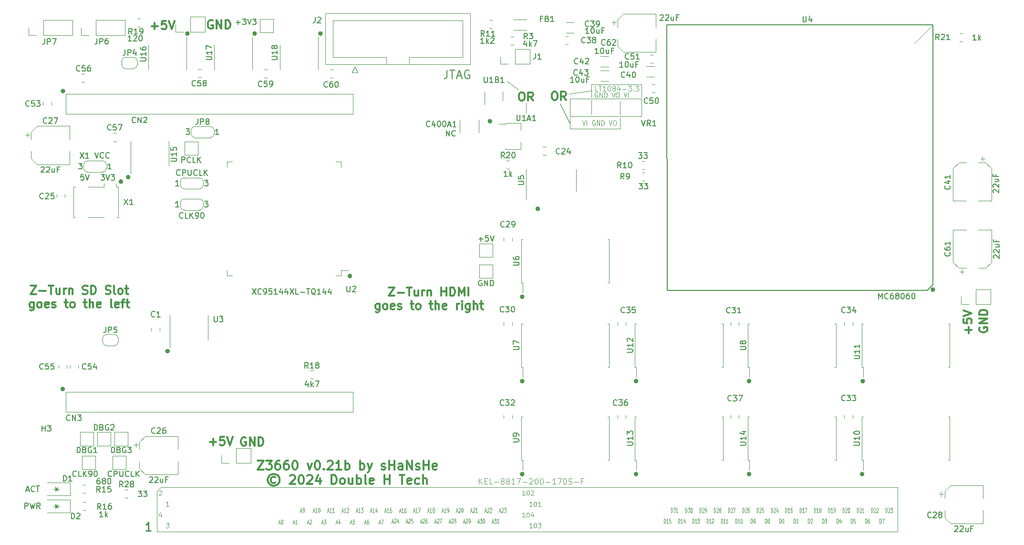
<source format=gbr>
G04 #@! TF.GenerationSoftware,KiCad,Pcbnew,7.0.6-0*
G04 #@! TF.CreationDate,2024-02-09T11:26:58+01:00*
G04 #@! TF.ProjectId,Z3660_v021b,5a333636-305f-4763-9032-31622e6b6963,v0.21a*
G04 #@! TF.SameCoordinates,Original*
G04 #@! TF.FileFunction,Legend,Top*
G04 #@! TF.FilePolarity,Positive*
%FSLAX46Y46*%
G04 Gerber Fmt 4.6, Leading zero omitted, Abs format (unit mm)*
G04 Created by KiCad (PCBNEW 7.0.6-0) date 2024-02-09 11:26:58*
%MOMM*%
%LPD*%
G01*
G04 APERTURE LIST*
%ADD10C,0.150000*%
%ADD11C,0.120000*%
%ADD12C,0.400000*%
%ADD13C,0.100000*%
%ADD14C,0.300000*%
%ADD15C,0.250000*%
G04 APERTURE END LIST*
D10*
X242062000Y-31877000D02*
X194818000Y-31877000D01*
X242062000Y-77978000D02*
X242062000Y-31877000D01*
X241046000Y-78994000D02*
X242062000Y-77978000D01*
D11*
X139128500Y-97050000D02*
X88138000Y-97050000D01*
X139128500Y-44154500D02*
X88138000Y-44154500D01*
X105029000Y-113982500D02*
X104330000Y-114681000D01*
D12*
X242262000Y-78867000D02*
G75*
G03*
X242262000Y-78867000I-200000J0D01*
G01*
D11*
X238760000Y-35179000D02*
X242062000Y-31877000D01*
D12*
X229816000Y-95123000D02*
G75*
G03*
X229816000Y-95123000I-200000J0D01*
G01*
X209623000Y-95123000D02*
G75*
G03*
X209623000Y-95123000I-200000J0D01*
G01*
X87779200Y-96520000D02*
G75*
G03*
X87779200Y-96520000I-200000J0D01*
G01*
D11*
X186563000Y-50292000D02*
X186563000Y-48387000D01*
D12*
X99403000Y-58896000D02*
G75*
G03*
X99403000Y-58896000I-200000J0D01*
G01*
D13*
X186563000Y-45404600D02*
X186563000Y-47893800D01*
D11*
X88138000Y-44154500D02*
X88138000Y-47647000D01*
X235839000Y-121856500D02*
X235839000Y-113982500D01*
D12*
X169364000Y-80137000D02*
G75*
G03*
X169364000Y-80137000I-200000J0D01*
G01*
X172107200Y-64516000D02*
G75*
G03*
X172107200Y-64516000I-200000J0D01*
G01*
D11*
X139128500Y-47647000D02*
X139128500Y-44154500D01*
X177633000Y-50292000D02*
X186563000Y-50292000D01*
X181483000Y-44704000D02*
X181483000Y-42418000D01*
X175818800Y-45821600D02*
X177633000Y-49339500D01*
X177444400Y-44094400D02*
X181483000Y-43561000D01*
X88138000Y-100606000D02*
X139128500Y-100606000D01*
X86693000Y-113919000D02*
X86693000Y-114681000D01*
D12*
X98117000Y-59690000D02*
G75*
G03*
X98117000Y-59690000I-200000J0D01*
G01*
D11*
X85931000Y-114300000D02*
X86947000Y-114300000D01*
X85931000Y-117348000D02*
X86947000Y-117348000D01*
X86693000Y-117355208D02*
X86312000Y-117729000D01*
X86312000Y-116967000D01*
X86693000Y-117355208D01*
G36*
X86693000Y-117355208D02*
G01*
X86312000Y-117729000D01*
X86312000Y-116967000D01*
X86693000Y-117355208D01*
G37*
X139128500Y-100606000D02*
X139128500Y-97050000D01*
D12*
X138757000Y-76454000D02*
G75*
G03*
X138757000Y-76454000I-200000J0D01*
G01*
D11*
X190373000Y-42418000D02*
X190373000Y-44704000D01*
D12*
X189557000Y-111633000D02*
G75*
G03*
X189557000Y-111633000I-200000J0D01*
G01*
D11*
X104330000Y-114681000D02*
X104330000Y-121856500D01*
D12*
X169364000Y-111633000D02*
G75*
G03*
X169364000Y-111633000I-200000J0D01*
G01*
X189557000Y-95123000D02*
G75*
G03*
X189557000Y-95123000I-200000J0D01*
G01*
X163623600Y-48971200D02*
G75*
G03*
X163623600Y-48971200I-200000J0D01*
G01*
D10*
X194945000Y-78994000D02*
X194818000Y-31877000D01*
D12*
X133550000Y-33401000D02*
G75*
G03*
X133550000Y-33401000I-200000J0D01*
G01*
D11*
X166420800Y-41808400D02*
X168503600Y-43332400D01*
D13*
X181483000Y-45252200D02*
X181483000Y-47741400D01*
D11*
X169824400Y-47498000D02*
X169824400Y-45720000D01*
X235839000Y-113982500D02*
X105029000Y-113982500D01*
X86693000Y-116967000D02*
X86693000Y-117729000D01*
X86693000Y-114307208D02*
X86312000Y-114681000D01*
X86312000Y-113919000D01*
X86693000Y-114307208D01*
G36*
X86693000Y-114307208D02*
G01*
X86312000Y-114681000D01*
X86312000Y-113919000D01*
X86693000Y-114307208D01*
G37*
D12*
X121866000Y-33401000D02*
G75*
G03*
X121866000Y-33401000I-200000J0D01*
G01*
X87830000Y-43624500D02*
G75*
G03*
X87830000Y-43624500I-200000J0D01*
G01*
D11*
X88138000Y-97050000D02*
X88138000Y-100606000D01*
D12*
X109928000Y-33401000D02*
G75*
G03*
X109928000Y-33401000I-200000J0D01*
G01*
X169364000Y-95123000D02*
G75*
G03*
X169364000Y-95123000I-200000J0D01*
G01*
D11*
X177633000Y-48387000D02*
X177633000Y-50292000D01*
D10*
X241046000Y-78994000D02*
X194945000Y-78994000D01*
D12*
X209623000Y-111633000D02*
G75*
G03*
X209623000Y-111633000I-200000J0D01*
G01*
X106390800Y-89795600D02*
G75*
G03*
X106390800Y-89795600I-200000J0D01*
G01*
X229689000Y-111633000D02*
G75*
G03*
X229689000Y-111633000I-200000J0D01*
G01*
D11*
X104330000Y-121856500D02*
X235839000Y-121856500D01*
X181483000Y-42418000D02*
X190373000Y-42418000D01*
X88138000Y-47647000D02*
X139128500Y-47647000D01*
D13*
X163804763Y-120136323D02*
X164042858Y-120136323D01*
X163757144Y-120364895D02*
X163923810Y-119564895D01*
X163923810Y-119564895D02*
X164090477Y-120364895D01*
X164209524Y-119564895D02*
X164519048Y-119564895D01*
X164519048Y-119564895D02*
X164352381Y-119869657D01*
X164352381Y-119869657D02*
X164423810Y-119869657D01*
X164423810Y-119869657D02*
X164471429Y-119907752D01*
X164471429Y-119907752D02*
X164495238Y-119945847D01*
X164495238Y-119945847D02*
X164519048Y-120022038D01*
X164519048Y-120022038D02*
X164519048Y-120212514D01*
X164519048Y-120212514D02*
X164495238Y-120288704D01*
X164495238Y-120288704D02*
X164471429Y-120326800D01*
X164471429Y-120326800D02*
X164423810Y-120364895D01*
X164423810Y-120364895D02*
X164280953Y-120364895D01*
X164280953Y-120364895D02*
X164233334Y-120326800D01*
X164233334Y-120326800D02*
X164209524Y-120288704D01*
X164995238Y-120364895D02*
X164709524Y-120364895D01*
X164852381Y-120364895D02*
X164852381Y-119564895D01*
X164852381Y-119564895D02*
X164804762Y-119679180D01*
X164804762Y-119679180D02*
X164757143Y-119755371D01*
X164757143Y-119755371D02*
X164709524Y-119793466D01*
X233642857Y-118459895D02*
X233642857Y-117659895D01*
X233642857Y-117659895D02*
X233761905Y-117659895D01*
X233761905Y-117659895D02*
X233833333Y-117697990D01*
X233833333Y-117697990D02*
X233880952Y-117774180D01*
X233880952Y-117774180D02*
X233904762Y-117850371D01*
X233904762Y-117850371D02*
X233928571Y-118002752D01*
X233928571Y-118002752D02*
X233928571Y-118117038D01*
X233928571Y-118117038D02*
X233904762Y-118269419D01*
X233904762Y-118269419D02*
X233880952Y-118345609D01*
X233880952Y-118345609D02*
X233833333Y-118421800D01*
X233833333Y-118421800D02*
X233761905Y-118459895D01*
X233761905Y-118459895D02*
X233642857Y-118459895D01*
X234119048Y-117736085D02*
X234142857Y-117697990D01*
X234142857Y-117697990D02*
X234190476Y-117659895D01*
X234190476Y-117659895D02*
X234309524Y-117659895D01*
X234309524Y-117659895D02*
X234357143Y-117697990D01*
X234357143Y-117697990D02*
X234380952Y-117736085D01*
X234380952Y-117736085D02*
X234404762Y-117812276D01*
X234404762Y-117812276D02*
X234404762Y-117888466D01*
X234404762Y-117888466D02*
X234380952Y-118002752D01*
X234380952Y-118002752D02*
X234095238Y-118459895D01*
X234095238Y-118459895D02*
X234404762Y-118459895D01*
X234571428Y-117659895D02*
X234880952Y-117659895D01*
X234880952Y-117659895D02*
X234714285Y-117964657D01*
X234714285Y-117964657D02*
X234785714Y-117964657D01*
X234785714Y-117964657D02*
X234833333Y-118002752D01*
X234833333Y-118002752D02*
X234857142Y-118040847D01*
X234857142Y-118040847D02*
X234880952Y-118117038D01*
X234880952Y-118117038D02*
X234880952Y-118307514D01*
X234880952Y-118307514D02*
X234857142Y-118383704D01*
X234857142Y-118383704D02*
X234833333Y-118421800D01*
X234833333Y-118421800D02*
X234785714Y-118459895D01*
X234785714Y-118459895D02*
X234642857Y-118459895D01*
X234642857Y-118459895D02*
X234595238Y-118421800D01*
X234595238Y-118421800D02*
X234571428Y-118383704D01*
X208242857Y-118459895D02*
X208242857Y-117659895D01*
X208242857Y-117659895D02*
X208361905Y-117659895D01*
X208361905Y-117659895D02*
X208433333Y-117697990D01*
X208433333Y-117697990D02*
X208480952Y-117774180D01*
X208480952Y-117774180D02*
X208504762Y-117850371D01*
X208504762Y-117850371D02*
X208528571Y-118002752D01*
X208528571Y-118002752D02*
X208528571Y-118117038D01*
X208528571Y-118117038D02*
X208504762Y-118269419D01*
X208504762Y-118269419D02*
X208480952Y-118345609D01*
X208480952Y-118345609D02*
X208433333Y-118421800D01*
X208433333Y-118421800D02*
X208361905Y-118459895D01*
X208361905Y-118459895D02*
X208242857Y-118459895D01*
X208719048Y-117736085D02*
X208742857Y-117697990D01*
X208742857Y-117697990D02*
X208790476Y-117659895D01*
X208790476Y-117659895D02*
X208909524Y-117659895D01*
X208909524Y-117659895D02*
X208957143Y-117697990D01*
X208957143Y-117697990D02*
X208980952Y-117736085D01*
X208980952Y-117736085D02*
X209004762Y-117812276D01*
X209004762Y-117812276D02*
X209004762Y-117888466D01*
X209004762Y-117888466D02*
X208980952Y-118002752D01*
X208980952Y-118002752D02*
X208695238Y-118459895D01*
X208695238Y-118459895D02*
X209004762Y-118459895D01*
X209433333Y-117659895D02*
X209338095Y-117659895D01*
X209338095Y-117659895D02*
X209290476Y-117697990D01*
X209290476Y-117697990D02*
X209266666Y-117736085D01*
X209266666Y-117736085D02*
X209219047Y-117850371D01*
X209219047Y-117850371D02*
X209195238Y-118002752D01*
X209195238Y-118002752D02*
X209195238Y-118307514D01*
X209195238Y-118307514D02*
X209219047Y-118383704D01*
X209219047Y-118383704D02*
X209242857Y-118421800D01*
X209242857Y-118421800D02*
X209290476Y-118459895D01*
X209290476Y-118459895D02*
X209385714Y-118459895D01*
X209385714Y-118459895D02*
X209433333Y-118421800D01*
X209433333Y-118421800D02*
X209457142Y-118383704D01*
X209457142Y-118383704D02*
X209480952Y-118307514D01*
X209480952Y-118307514D02*
X209480952Y-118117038D01*
X209480952Y-118117038D02*
X209457142Y-118040847D01*
X209457142Y-118040847D02*
X209433333Y-118002752D01*
X209433333Y-118002752D02*
X209385714Y-117964657D01*
X209385714Y-117964657D02*
X209290476Y-117964657D01*
X209290476Y-117964657D02*
X209242857Y-118002752D01*
X209242857Y-118002752D02*
X209219047Y-118040847D01*
X209219047Y-118040847D02*
X209195238Y-118117038D01*
X198082857Y-118459895D02*
X198082857Y-117659895D01*
X198082857Y-117659895D02*
X198201905Y-117659895D01*
X198201905Y-117659895D02*
X198273333Y-117697990D01*
X198273333Y-117697990D02*
X198320952Y-117774180D01*
X198320952Y-117774180D02*
X198344762Y-117850371D01*
X198344762Y-117850371D02*
X198368571Y-118002752D01*
X198368571Y-118002752D02*
X198368571Y-118117038D01*
X198368571Y-118117038D02*
X198344762Y-118269419D01*
X198344762Y-118269419D02*
X198320952Y-118345609D01*
X198320952Y-118345609D02*
X198273333Y-118421800D01*
X198273333Y-118421800D02*
X198201905Y-118459895D01*
X198201905Y-118459895D02*
X198082857Y-118459895D01*
X198535238Y-117659895D02*
X198844762Y-117659895D01*
X198844762Y-117659895D02*
X198678095Y-117964657D01*
X198678095Y-117964657D02*
X198749524Y-117964657D01*
X198749524Y-117964657D02*
X198797143Y-118002752D01*
X198797143Y-118002752D02*
X198820952Y-118040847D01*
X198820952Y-118040847D02*
X198844762Y-118117038D01*
X198844762Y-118117038D02*
X198844762Y-118307514D01*
X198844762Y-118307514D02*
X198820952Y-118383704D01*
X198820952Y-118383704D02*
X198797143Y-118421800D01*
X198797143Y-118421800D02*
X198749524Y-118459895D01*
X198749524Y-118459895D02*
X198606667Y-118459895D01*
X198606667Y-118459895D02*
X198559048Y-118421800D01*
X198559048Y-118421800D02*
X198535238Y-118383704D01*
X199154285Y-117659895D02*
X199201904Y-117659895D01*
X199201904Y-117659895D02*
X199249523Y-117697990D01*
X199249523Y-117697990D02*
X199273333Y-117736085D01*
X199273333Y-117736085D02*
X199297142Y-117812276D01*
X199297142Y-117812276D02*
X199320952Y-117964657D01*
X199320952Y-117964657D02*
X199320952Y-118155133D01*
X199320952Y-118155133D02*
X199297142Y-118307514D01*
X199297142Y-118307514D02*
X199273333Y-118383704D01*
X199273333Y-118383704D02*
X199249523Y-118421800D01*
X199249523Y-118421800D02*
X199201904Y-118459895D01*
X199201904Y-118459895D02*
X199154285Y-118459895D01*
X199154285Y-118459895D02*
X199106666Y-118421800D01*
X199106666Y-118421800D02*
X199082857Y-118383704D01*
X199082857Y-118383704D02*
X199059047Y-118307514D01*
X199059047Y-118307514D02*
X199035238Y-118155133D01*
X199035238Y-118155133D02*
X199035238Y-117964657D01*
X199035238Y-117964657D02*
X199059047Y-117812276D01*
X199059047Y-117812276D02*
X199082857Y-117736085D01*
X199082857Y-117736085D02*
X199106666Y-117697990D01*
X199106666Y-117697990D02*
X199154285Y-117659895D01*
X220942857Y-118459895D02*
X220942857Y-117659895D01*
X220942857Y-117659895D02*
X221061905Y-117659895D01*
X221061905Y-117659895D02*
X221133333Y-117697990D01*
X221133333Y-117697990D02*
X221180952Y-117774180D01*
X221180952Y-117774180D02*
X221204762Y-117850371D01*
X221204762Y-117850371D02*
X221228571Y-118002752D01*
X221228571Y-118002752D02*
X221228571Y-118117038D01*
X221228571Y-118117038D02*
X221204762Y-118269419D01*
X221204762Y-118269419D02*
X221180952Y-118345609D01*
X221180952Y-118345609D02*
X221133333Y-118421800D01*
X221133333Y-118421800D02*
X221061905Y-118459895D01*
X221061905Y-118459895D02*
X220942857Y-118459895D01*
X221704762Y-118459895D02*
X221419048Y-118459895D01*
X221561905Y-118459895D02*
X221561905Y-117659895D01*
X221561905Y-117659895D02*
X221514286Y-117774180D01*
X221514286Y-117774180D02*
X221466667Y-117850371D01*
X221466667Y-117850371D02*
X221419048Y-117888466D01*
X221990476Y-118002752D02*
X221942857Y-117964657D01*
X221942857Y-117964657D02*
X221919047Y-117926561D01*
X221919047Y-117926561D02*
X221895238Y-117850371D01*
X221895238Y-117850371D02*
X221895238Y-117812276D01*
X221895238Y-117812276D02*
X221919047Y-117736085D01*
X221919047Y-117736085D02*
X221942857Y-117697990D01*
X221942857Y-117697990D02*
X221990476Y-117659895D01*
X221990476Y-117659895D02*
X222085714Y-117659895D01*
X222085714Y-117659895D02*
X222133333Y-117697990D01*
X222133333Y-117697990D02*
X222157142Y-117736085D01*
X222157142Y-117736085D02*
X222180952Y-117812276D01*
X222180952Y-117812276D02*
X222180952Y-117850371D01*
X222180952Y-117850371D02*
X222157142Y-117926561D01*
X222157142Y-117926561D02*
X222133333Y-117964657D01*
X222133333Y-117964657D02*
X222085714Y-118002752D01*
X222085714Y-118002752D02*
X221990476Y-118002752D01*
X221990476Y-118002752D02*
X221942857Y-118040847D01*
X221942857Y-118040847D02*
X221919047Y-118078942D01*
X221919047Y-118078942D02*
X221895238Y-118155133D01*
X221895238Y-118155133D02*
X221895238Y-118307514D01*
X221895238Y-118307514D02*
X221919047Y-118383704D01*
X221919047Y-118383704D02*
X221942857Y-118421800D01*
X221942857Y-118421800D02*
X221990476Y-118459895D01*
X221990476Y-118459895D02*
X222085714Y-118459895D01*
X222085714Y-118459895D02*
X222133333Y-118421800D01*
X222133333Y-118421800D02*
X222157142Y-118383704D01*
X222157142Y-118383704D02*
X222180952Y-118307514D01*
X222180952Y-118307514D02*
X222180952Y-118155133D01*
X222180952Y-118155133D02*
X222157142Y-118078942D01*
X222157142Y-118078942D02*
X222133333Y-118040847D01*
X222133333Y-118040847D02*
X222085714Y-118002752D01*
X213322857Y-118459895D02*
X213322857Y-117659895D01*
X213322857Y-117659895D02*
X213441905Y-117659895D01*
X213441905Y-117659895D02*
X213513333Y-117697990D01*
X213513333Y-117697990D02*
X213560952Y-117774180D01*
X213560952Y-117774180D02*
X213584762Y-117850371D01*
X213584762Y-117850371D02*
X213608571Y-118002752D01*
X213608571Y-118002752D02*
X213608571Y-118117038D01*
X213608571Y-118117038D02*
X213584762Y-118269419D01*
X213584762Y-118269419D02*
X213560952Y-118345609D01*
X213560952Y-118345609D02*
X213513333Y-118421800D01*
X213513333Y-118421800D02*
X213441905Y-118459895D01*
X213441905Y-118459895D02*
X213322857Y-118459895D01*
X213799048Y-117736085D02*
X213822857Y-117697990D01*
X213822857Y-117697990D02*
X213870476Y-117659895D01*
X213870476Y-117659895D02*
X213989524Y-117659895D01*
X213989524Y-117659895D02*
X214037143Y-117697990D01*
X214037143Y-117697990D02*
X214060952Y-117736085D01*
X214060952Y-117736085D02*
X214084762Y-117812276D01*
X214084762Y-117812276D02*
X214084762Y-117888466D01*
X214084762Y-117888466D02*
X214060952Y-118002752D01*
X214060952Y-118002752D02*
X213775238Y-118459895D01*
X213775238Y-118459895D02*
X214084762Y-118459895D01*
X214513333Y-117926561D02*
X214513333Y-118459895D01*
X214394285Y-117621800D02*
X214275238Y-118193228D01*
X214275238Y-118193228D02*
X214584761Y-118193228D01*
X228562857Y-118459895D02*
X228562857Y-117659895D01*
X228562857Y-117659895D02*
X228681905Y-117659895D01*
X228681905Y-117659895D02*
X228753333Y-117697990D01*
X228753333Y-117697990D02*
X228800952Y-117774180D01*
X228800952Y-117774180D02*
X228824762Y-117850371D01*
X228824762Y-117850371D02*
X228848571Y-118002752D01*
X228848571Y-118002752D02*
X228848571Y-118117038D01*
X228848571Y-118117038D02*
X228824762Y-118269419D01*
X228824762Y-118269419D02*
X228800952Y-118345609D01*
X228800952Y-118345609D02*
X228753333Y-118421800D01*
X228753333Y-118421800D02*
X228681905Y-118459895D01*
X228681905Y-118459895D02*
X228562857Y-118459895D01*
X229039048Y-117736085D02*
X229062857Y-117697990D01*
X229062857Y-117697990D02*
X229110476Y-117659895D01*
X229110476Y-117659895D02*
X229229524Y-117659895D01*
X229229524Y-117659895D02*
X229277143Y-117697990D01*
X229277143Y-117697990D02*
X229300952Y-117736085D01*
X229300952Y-117736085D02*
X229324762Y-117812276D01*
X229324762Y-117812276D02*
X229324762Y-117888466D01*
X229324762Y-117888466D02*
X229300952Y-118002752D01*
X229300952Y-118002752D02*
X229015238Y-118459895D01*
X229015238Y-118459895D02*
X229324762Y-118459895D01*
X229800952Y-118459895D02*
X229515238Y-118459895D01*
X229658095Y-118459895D02*
X229658095Y-117659895D01*
X229658095Y-117659895D02*
X229610476Y-117774180D01*
X229610476Y-117774180D02*
X229562857Y-117850371D01*
X229562857Y-117850371D02*
X229515238Y-117888466D01*
X222450952Y-120364895D02*
X222450952Y-119564895D01*
X222450952Y-119564895D02*
X222570000Y-119564895D01*
X222570000Y-119564895D02*
X222641428Y-119602990D01*
X222641428Y-119602990D02*
X222689047Y-119679180D01*
X222689047Y-119679180D02*
X222712857Y-119755371D01*
X222712857Y-119755371D02*
X222736666Y-119907752D01*
X222736666Y-119907752D02*
X222736666Y-120022038D01*
X222736666Y-120022038D02*
X222712857Y-120174419D01*
X222712857Y-120174419D02*
X222689047Y-120250609D01*
X222689047Y-120250609D02*
X222641428Y-120326800D01*
X222641428Y-120326800D02*
X222570000Y-120364895D01*
X222570000Y-120364895D02*
X222450952Y-120364895D01*
X222903333Y-119564895D02*
X223212857Y-119564895D01*
X223212857Y-119564895D02*
X223046190Y-119869657D01*
X223046190Y-119869657D02*
X223117619Y-119869657D01*
X223117619Y-119869657D02*
X223165238Y-119907752D01*
X223165238Y-119907752D02*
X223189047Y-119945847D01*
X223189047Y-119945847D02*
X223212857Y-120022038D01*
X223212857Y-120022038D02*
X223212857Y-120212514D01*
X223212857Y-120212514D02*
X223189047Y-120288704D01*
X223189047Y-120288704D02*
X223165238Y-120326800D01*
X223165238Y-120326800D02*
X223117619Y-120364895D01*
X223117619Y-120364895D02*
X222974762Y-120364895D01*
X222974762Y-120364895D02*
X222927143Y-120326800D01*
X222927143Y-120326800D02*
X222903333Y-120288704D01*
X226022857Y-118459895D02*
X226022857Y-117659895D01*
X226022857Y-117659895D02*
X226141905Y-117659895D01*
X226141905Y-117659895D02*
X226213333Y-117697990D01*
X226213333Y-117697990D02*
X226260952Y-117774180D01*
X226260952Y-117774180D02*
X226284762Y-117850371D01*
X226284762Y-117850371D02*
X226308571Y-118002752D01*
X226308571Y-118002752D02*
X226308571Y-118117038D01*
X226308571Y-118117038D02*
X226284762Y-118269419D01*
X226284762Y-118269419D02*
X226260952Y-118345609D01*
X226260952Y-118345609D02*
X226213333Y-118421800D01*
X226213333Y-118421800D02*
X226141905Y-118459895D01*
X226141905Y-118459895D02*
X226022857Y-118459895D01*
X226499048Y-117736085D02*
X226522857Y-117697990D01*
X226522857Y-117697990D02*
X226570476Y-117659895D01*
X226570476Y-117659895D02*
X226689524Y-117659895D01*
X226689524Y-117659895D02*
X226737143Y-117697990D01*
X226737143Y-117697990D02*
X226760952Y-117736085D01*
X226760952Y-117736085D02*
X226784762Y-117812276D01*
X226784762Y-117812276D02*
X226784762Y-117888466D01*
X226784762Y-117888466D02*
X226760952Y-118002752D01*
X226760952Y-118002752D02*
X226475238Y-118459895D01*
X226475238Y-118459895D02*
X226784762Y-118459895D01*
X227094285Y-117659895D02*
X227141904Y-117659895D01*
X227141904Y-117659895D02*
X227189523Y-117697990D01*
X227189523Y-117697990D02*
X227213333Y-117736085D01*
X227213333Y-117736085D02*
X227237142Y-117812276D01*
X227237142Y-117812276D02*
X227260952Y-117964657D01*
X227260952Y-117964657D02*
X227260952Y-118155133D01*
X227260952Y-118155133D02*
X227237142Y-118307514D01*
X227237142Y-118307514D02*
X227213333Y-118383704D01*
X227213333Y-118383704D02*
X227189523Y-118421800D01*
X227189523Y-118421800D02*
X227141904Y-118459895D01*
X227141904Y-118459895D02*
X227094285Y-118459895D01*
X227094285Y-118459895D02*
X227046666Y-118421800D01*
X227046666Y-118421800D02*
X227022857Y-118383704D01*
X227022857Y-118383704D02*
X226999047Y-118307514D01*
X226999047Y-118307514D02*
X226975238Y-118155133D01*
X226975238Y-118155133D02*
X226975238Y-117964657D01*
X226975238Y-117964657D02*
X226999047Y-117812276D01*
X226999047Y-117812276D02*
X227022857Y-117736085D01*
X227022857Y-117736085D02*
X227046666Y-117697990D01*
X227046666Y-117697990D02*
X227094285Y-117659895D01*
X195542857Y-118459895D02*
X195542857Y-117659895D01*
X195542857Y-117659895D02*
X195661905Y-117659895D01*
X195661905Y-117659895D02*
X195733333Y-117697990D01*
X195733333Y-117697990D02*
X195780952Y-117774180D01*
X195780952Y-117774180D02*
X195804762Y-117850371D01*
X195804762Y-117850371D02*
X195828571Y-118002752D01*
X195828571Y-118002752D02*
X195828571Y-118117038D01*
X195828571Y-118117038D02*
X195804762Y-118269419D01*
X195804762Y-118269419D02*
X195780952Y-118345609D01*
X195780952Y-118345609D02*
X195733333Y-118421800D01*
X195733333Y-118421800D02*
X195661905Y-118459895D01*
X195661905Y-118459895D02*
X195542857Y-118459895D01*
X195995238Y-117659895D02*
X196304762Y-117659895D01*
X196304762Y-117659895D02*
X196138095Y-117964657D01*
X196138095Y-117964657D02*
X196209524Y-117964657D01*
X196209524Y-117964657D02*
X196257143Y-118002752D01*
X196257143Y-118002752D02*
X196280952Y-118040847D01*
X196280952Y-118040847D02*
X196304762Y-118117038D01*
X196304762Y-118117038D02*
X196304762Y-118307514D01*
X196304762Y-118307514D02*
X196280952Y-118383704D01*
X196280952Y-118383704D02*
X196257143Y-118421800D01*
X196257143Y-118421800D02*
X196209524Y-118459895D01*
X196209524Y-118459895D02*
X196066667Y-118459895D01*
X196066667Y-118459895D02*
X196019048Y-118421800D01*
X196019048Y-118421800D02*
X195995238Y-118383704D01*
X196780952Y-118459895D02*
X196495238Y-118459895D01*
X196638095Y-118459895D02*
X196638095Y-117659895D01*
X196638095Y-117659895D02*
X196590476Y-117774180D01*
X196590476Y-117774180D02*
X196542857Y-117850371D01*
X196542857Y-117850371D02*
X196495238Y-117888466D01*
X205702857Y-118459895D02*
X205702857Y-117659895D01*
X205702857Y-117659895D02*
X205821905Y-117659895D01*
X205821905Y-117659895D02*
X205893333Y-117697990D01*
X205893333Y-117697990D02*
X205940952Y-117774180D01*
X205940952Y-117774180D02*
X205964762Y-117850371D01*
X205964762Y-117850371D02*
X205988571Y-118002752D01*
X205988571Y-118002752D02*
X205988571Y-118117038D01*
X205988571Y-118117038D02*
X205964762Y-118269419D01*
X205964762Y-118269419D02*
X205940952Y-118345609D01*
X205940952Y-118345609D02*
X205893333Y-118421800D01*
X205893333Y-118421800D02*
X205821905Y-118459895D01*
X205821905Y-118459895D02*
X205702857Y-118459895D01*
X206179048Y-117736085D02*
X206202857Y-117697990D01*
X206202857Y-117697990D02*
X206250476Y-117659895D01*
X206250476Y-117659895D02*
X206369524Y-117659895D01*
X206369524Y-117659895D02*
X206417143Y-117697990D01*
X206417143Y-117697990D02*
X206440952Y-117736085D01*
X206440952Y-117736085D02*
X206464762Y-117812276D01*
X206464762Y-117812276D02*
X206464762Y-117888466D01*
X206464762Y-117888466D02*
X206440952Y-118002752D01*
X206440952Y-118002752D02*
X206155238Y-118459895D01*
X206155238Y-118459895D02*
X206464762Y-118459895D01*
X206631428Y-117659895D02*
X206964761Y-117659895D01*
X206964761Y-117659895D02*
X206750476Y-118459895D01*
X203162857Y-118459895D02*
X203162857Y-117659895D01*
X203162857Y-117659895D02*
X203281905Y-117659895D01*
X203281905Y-117659895D02*
X203353333Y-117697990D01*
X203353333Y-117697990D02*
X203400952Y-117774180D01*
X203400952Y-117774180D02*
X203424762Y-117850371D01*
X203424762Y-117850371D02*
X203448571Y-118002752D01*
X203448571Y-118002752D02*
X203448571Y-118117038D01*
X203448571Y-118117038D02*
X203424762Y-118269419D01*
X203424762Y-118269419D02*
X203400952Y-118345609D01*
X203400952Y-118345609D02*
X203353333Y-118421800D01*
X203353333Y-118421800D02*
X203281905Y-118459895D01*
X203281905Y-118459895D02*
X203162857Y-118459895D01*
X203639048Y-117736085D02*
X203662857Y-117697990D01*
X203662857Y-117697990D02*
X203710476Y-117659895D01*
X203710476Y-117659895D02*
X203829524Y-117659895D01*
X203829524Y-117659895D02*
X203877143Y-117697990D01*
X203877143Y-117697990D02*
X203900952Y-117736085D01*
X203900952Y-117736085D02*
X203924762Y-117812276D01*
X203924762Y-117812276D02*
X203924762Y-117888466D01*
X203924762Y-117888466D02*
X203900952Y-118002752D01*
X203900952Y-118002752D02*
X203615238Y-118459895D01*
X203615238Y-118459895D02*
X203924762Y-118459895D01*
X204210476Y-118002752D02*
X204162857Y-117964657D01*
X204162857Y-117964657D02*
X204139047Y-117926561D01*
X204139047Y-117926561D02*
X204115238Y-117850371D01*
X204115238Y-117850371D02*
X204115238Y-117812276D01*
X204115238Y-117812276D02*
X204139047Y-117736085D01*
X204139047Y-117736085D02*
X204162857Y-117697990D01*
X204162857Y-117697990D02*
X204210476Y-117659895D01*
X204210476Y-117659895D02*
X204305714Y-117659895D01*
X204305714Y-117659895D02*
X204353333Y-117697990D01*
X204353333Y-117697990D02*
X204377142Y-117736085D01*
X204377142Y-117736085D02*
X204400952Y-117812276D01*
X204400952Y-117812276D02*
X204400952Y-117850371D01*
X204400952Y-117850371D02*
X204377142Y-117926561D01*
X204377142Y-117926561D02*
X204353333Y-117964657D01*
X204353333Y-117964657D02*
X204305714Y-118002752D01*
X204305714Y-118002752D02*
X204210476Y-118002752D01*
X204210476Y-118002752D02*
X204162857Y-118040847D01*
X204162857Y-118040847D02*
X204139047Y-118078942D01*
X204139047Y-118078942D02*
X204115238Y-118155133D01*
X204115238Y-118155133D02*
X204115238Y-118307514D01*
X204115238Y-118307514D02*
X204139047Y-118383704D01*
X204139047Y-118383704D02*
X204162857Y-118421800D01*
X204162857Y-118421800D02*
X204210476Y-118459895D01*
X204210476Y-118459895D02*
X204305714Y-118459895D01*
X204305714Y-118459895D02*
X204353333Y-118421800D01*
X204353333Y-118421800D02*
X204377142Y-118383704D01*
X204377142Y-118383704D02*
X204400952Y-118307514D01*
X204400952Y-118307514D02*
X204400952Y-118155133D01*
X204400952Y-118155133D02*
X204377142Y-118078942D01*
X204377142Y-118078942D02*
X204353333Y-118040847D01*
X204353333Y-118040847D02*
X204305714Y-118002752D01*
X200622857Y-118459895D02*
X200622857Y-117659895D01*
X200622857Y-117659895D02*
X200741905Y-117659895D01*
X200741905Y-117659895D02*
X200813333Y-117697990D01*
X200813333Y-117697990D02*
X200860952Y-117774180D01*
X200860952Y-117774180D02*
X200884762Y-117850371D01*
X200884762Y-117850371D02*
X200908571Y-118002752D01*
X200908571Y-118002752D02*
X200908571Y-118117038D01*
X200908571Y-118117038D02*
X200884762Y-118269419D01*
X200884762Y-118269419D02*
X200860952Y-118345609D01*
X200860952Y-118345609D02*
X200813333Y-118421800D01*
X200813333Y-118421800D02*
X200741905Y-118459895D01*
X200741905Y-118459895D02*
X200622857Y-118459895D01*
X201099048Y-117736085D02*
X201122857Y-117697990D01*
X201122857Y-117697990D02*
X201170476Y-117659895D01*
X201170476Y-117659895D02*
X201289524Y-117659895D01*
X201289524Y-117659895D02*
X201337143Y-117697990D01*
X201337143Y-117697990D02*
X201360952Y-117736085D01*
X201360952Y-117736085D02*
X201384762Y-117812276D01*
X201384762Y-117812276D02*
X201384762Y-117888466D01*
X201384762Y-117888466D02*
X201360952Y-118002752D01*
X201360952Y-118002752D02*
X201075238Y-118459895D01*
X201075238Y-118459895D02*
X201384762Y-118459895D01*
X201622857Y-118459895D02*
X201718095Y-118459895D01*
X201718095Y-118459895D02*
X201765714Y-118421800D01*
X201765714Y-118421800D02*
X201789523Y-118383704D01*
X201789523Y-118383704D02*
X201837142Y-118269419D01*
X201837142Y-118269419D02*
X201860952Y-118117038D01*
X201860952Y-118117038D02*
X201860952Y-117812276D01*
X201860952Y-117812276D02*
X201837142Y-117736085D01*
X201837142Y-117736085D02*
X201813333Y-117697990D01*
X201813333Y-117697990D02*
X201765714Y-117659895D01*
X201765714Y-117659895D02*
X201670476Y-117659895D01*
X201670476Y-117659895D02*
X201622857Y-117697990D01*
X201622857Y-117697990D02*
X201599047Y-117736085D01*
X201599047Y-117736085D02*
X201575238Y-117812276D01*
X201575238Y-117812276D02*
X201575238Y-118002752D01*
X201575238Y-118002752D02*
X201599047Y-118078942D01*
X201599047Y-118078942D02*
X201622857Y-118117038D01*
X201622857Y-118117038D02*
X201670476Y-118155133D01*
X201670476Y-118155133D02*
X201765714Y-118155133D01*
X201765714Y-118155133D02*
X201813333Y-118117038D01*
X201813333Y-118117038D02*
X201837142Y-118078942D01*
X201837142Y-118078942D02*
X201860952Y-118002752D01*
X215862857Y-118459895D02*
X215862857Y-117659895D01*
X215862857Y-117659895D02*
X215981905Y-117659895D01*
X215981905Y-117659895D02*
X216053333Y-117697990D01*
X216053333Y-117697990D02*
X216100952Y-117774180D01*
X216100952Y-117774180D02*
X216124762Y-117850371D01*
X216124762Y-117850371D02*
X216148571Y-118002752D01*
X216148571Y-118002752D02*
X216148571Y-118117038D01*
X216148571Y-118117038D02*
X216124762Y-118269419D01*
X216124762Y-118269419D02*
X216100952Y-118345609D01*
X216100952Y-118345609D02*
X216053333Y-118421800D01*
X216053333Y-118421800D02*
X215981905Y-118459895D01*
X215981905Y-118459895D02*
X215862857Y-118459895D01*
X216624762Y-118459895D02*
X216339048Y-118459895D01*
X216481905Y-118459895D02*
X216481905Y-117659895D01*
X216481905Y-117659895D02*
X216434286Y-117774180D01*
X216434286Y-117774180D02*
X216386667Y-117850371D01*
X216386667Y-117850371D02*
X216339048Y-117888466D01*
X217053333Y-117659895D02*
X216958095Y-117659895D01*
X216958095Y-117659895D02*
X216910476Y-117697990D01*
X216910476Y-117697990D02*
X216886666Y-117736085D01*
X216886666Y-117736085D02*
X216839047Y-117850371D01*
X216839047Y-117850371D02*
X216815238Y-118002752D01*
X216815238Y-118002752D02*
X216815238Y-118307514D01*
X216815238Y-118307514D02*
X216839047Y-118383704D01*
X216839047Y-118383704D02*
X216862857Y-118421800D01*
X216862857Y-118421800D02*
X216910476Y-118459895D01*
X216910476Y-118459895D02*
X217005714Y-118459895D01*
X217005714Y-118459895D02*
X217053333Y-118421800D01*
X217053333Y-118421800D02*
X217077142Y-118383704D01*
X217077142Y-118383704D02*
X217100952Y-118307514D01*
X217100952Y-118307514D02*
X217100952Y-118117038D01*
X217100952Y-118117038D02*
X217077142Y-118040847D01*
X217077142Y-118040847D02*
X217053333Y-118002752D01*
X217053333Y-118002752D02*
X217005714Y-117964657D01*
X217005714Y-117964657D02*
X216910476Y-117964657D01*
X216910476Y-117964657D02*
X216862857Y-118002752D01*
X216862857Y-118002752D02*
X216839047Y-118040847D01*
X216839047Y-118040847D02*
X216815238Y-118117038D01*
X231102857Y-118459895D02*
X231102857Y-117659895D01*
X231102857Y-117659895D02*
X231221905Y-117659895D01*
X231221905Y-117659895D02*
X231293333Y-117697990D01*
X231293333Y-117697990D02*
X231340952Y-117774180D01*
X231340952Y-117774180D02*
X231364762Y-117850371D01*
X231364762Y-117850371D02*
X231388571Y-118002752D01*
X231388571Y-118002752D02*
X231388571Y-118117038D01*
X231388571Y-118117038D02*
X231364762Y-118269419D01*
X231364762Y-118269419D02*
X231340952Y-118345609D01*
X231340952Y-118345609D02*
X231293333Y-118421800D01*
X231293333Y-118421800D02*
X231221905Y-118459895D01*
X231221905Y-118459895D02*
X231102857Y-118459895D01*
X231579048Y-117736085D02*
X231602857Y-117697990D01*
X231602857Y-117697990D02*
X231650476Y-117659895D01*
X231650476Y-117659895D02*
X231769524Y-117659895D01*
X231769524Y-117659895D02*
X231817143Y-117697990D01*
X231817143Y-117697990D02*
X231840952Y-117736085D01*
X231840952Y-117736085D02*
X231864762Y-117812276D01*
X231864762Y-117812276D02*
X231864762Y-117888466D01*
X231864762Y-117888466D02*
X231840952Y-118002752D01*
X231840952Y-118002752D02*
X231555238Y-118459895D01*
X231555238Y-118459895D02*
X231864762Y-118459895D01*
X232055238Y-117736085D02*
X232079047Y-117697990D01*
X232079047Y-117697990D02*
X232126666Y-117659895D01*
X232126666Y-117659895D02*
X232245714Y-117659895D01*
X232245714Y-117659895D02*
X232293333Y-117697990D01*
X232293333Y-117697990D02*
X232317142Y-117736085D01*
X232317142Y-117736085D02*
X232340952Y-117812276D01*
X232340952Y-117812276D02*
X232340952Y-117888466D01*
X232340952Y-117888466D02*
X232317142Y-118002752D01*
X232317142Y-118002752D02*
X232031428Y-118459895D01*
X232031428Y-118459895D02*
X232340952Y-118459895D01*
X218402857Y-118459895D02*
X218402857Y-117659895D01*
X218402857Y-117659895D02*
X218521905Y-117659895D01*
X218521905Y-117659895D02*
X218593333Y-117697990D01*
X218593333Y-117697990D02*
X218640952Y-117774180D01*
X218640952Y-117774180D02*
X218664762Y-117850371D01*
X218664762Y-117850371D02*
X218688571Y-118002752D01*
X218688571Y-118002752D02*
X218688571Y-118117038D01*
X218688571Y-118117038D02*
X218664762Y-118269419D01*
X218664762Y-118269419D02*
X218640952Y-118345609D01*
X218640952Y-118345609D02*
X218593333Y-118421800D01*
X218593333Y-118421800D02*
X218521905Y-118459895D01*
X218521905Y-118459895D02*
X218402857Y-118459895D01*
X219164762Y-118459895D02*
X218879048Y-118459895D01*
X219021905Y-118459895D02*
X219021905Y-117659895D01*
X219021905Y-117659895D02*
X218974286Y-117774180D01*
X218974286Y-117774180D02*
X218926667Y-117850371D01*
X218926667Y-117850371D02*
X218879048Y-117888466D01*
X219331428Y-117659895D02*
X219664761Y-117659895D01*
X219664761Y-117659895D02*
X219450476Y-118459895D01*
X210782857Y-118459895D02*
X210782857Y-117659895D01*
X210782857Y-117659895D02*
X210901905Y-117659895D01*
X210901905Y-117659895D02*
X210973333Y-117697990D01*
X210973333Y-117697990D02*
X211020952Y-117774180D01*
X211020952Y-117774180D02*
X211044762Y-117850371D01*
X211044762Y-117850371D02*
X211068571Y-118002752D01*
X211068571Y-118002752D02*
X211068571Y-118117038D01*
X211068571Y-118117038D02*
X211044762Y-118269419D01*
X211044762Y-118269419D02*
X211020952Y-118345609D01*
X211020952Y-118345609D02*
X210973333Y-118421800D01*
X210973333Y-118421800D02*
X210901905Y-118459895D01*
X210901905Y-118459895D02*
X210782857Y-118459895D01*
X211259048Y-117736085D02*
X211282857Y-117697990D01*
X211282857Y-117697990D02*
X211330476Y-117659895D01*
X211330476Y-117659895D02*
X211449524Y-117659895D01*
X211449524Y-117659895D02*
X211497143Y-117697990D01*
X211497143Y-117697990D02*
X211520952Y-117736085D01*
X211520952Y-117736085D02*
X211544762Y-117812276D01*
X211544762Y-117812276D02*
X211544762Y-117888466D01*
X211544762Y-117888466D02*
X211520952Y-118002752D01*
X211520952Y-118002752D02*
X211235238Y-118459895D01*
X211235238Y-118459895D02*
X211544762Y-118459895D01*
X211997142Y-117659895D02*
X211759047Y-117659895D01*
X211759047Y-117659895D02*
X211735238Y-118040847D01*
X211735238Y-118040847D02*
X211759047Y-118002752D01*
X211759047Y-118002752D02*
X211806666Y-117964657D01*
X211806666Y-117964657D02*
X211925714Y-117964657D01*
X211925714Y-117964657D02*
X211973333Y-118002752D01*
X211973333Y-118002752D02*
X211997142Y-118040847D01*
X211997142Y-118040847D02*
X212020952Y-118117038D01*
X212020952Y-118117038D02*
X212020952Y-118307514D01*
X212020952Y-118307514D02*
X211997142Y-118383704D01*
X211997142Y-118383704D02*
X211973333Y-118421800D01*
X211973333Y-118421800D02*
X211925714Y-118459895D01*
X211925714Y-118459895D02*
X211806666Y-118459895D01*
X211806666Y-118459895D02*
X211759047Y-118421800D01*
X211759047Y-118421800D02*
X211735238Y-118383704D01*
X223482857Y-118459895D02*
X223482857Y-117659895D01*
X223482857Y-117659895D02*
X223601905Y-117659895D01*
X223601905Y-117659895D02*
X223673333Y-117697990D01*
X223673333Y-117697990D02*
X223720952Y-117774180D01*
X223720952Y-117774180D02*
X223744762Y-117850371D01*
X223744762Y-117850371D02*
X223768571Y-118002752D01*
X223768571Y-118002752D02*
X223768571Y-118117038D01*
X223768571Y-118117038D02*
X223744762Y-118269419D01*
X223744762Y-118269419D02*
X223720952Y-118345609D01*
X223720952Y-118345609D02*
X223673333Y-118421800D01*
X223673333Y-118421800D02*
X223601905Y-118459895D01*
X223601905Y-118459895D02*
X223482857Y-118459895D01*
X224244762Y-118459895D02*
X223959048Y-118459895D01*
X224101905Y-118459895D02*
X224101905Y-117659895D01*
X224101905Y-117659895D02*
X224054286Y-117774180D01*
X224054286Y-117774180D02*
X224006667Y-117850371D01*
X224006667Y-117850371D02*
X223959048Y-117888466D01*
X224482857Y-118459895D02*
X224578095Y-118459895D01*
X224578095Y-118459895D02*
X224625714Y-118421800D01*
X224625714Y-118421800D02*
X224649523Y-118383704D01*
X224649523Y-118383704D02*
X224697142Y-118269419D01*
X224697142Y-118269419D02*
X224720952Y-118117038D01*
X224720952Y-118117038D02*
X224720952Y-117812276D01*
X224720952Y-117812276D02*
X224697142Y-117736085D01*
X224697142Y-117736085D02*
X224673333Y-117697990D01*
X224673333Y-117697990D02*
X224625714Y-117659895D01*
X224625714Y-117659895D02*
X224530476Y-117659895D01*
X224530476Y-117659895D02*
X224482857Y-117697990D01*
X224482857Y-117697990D02*
X224459047Y-117736085D01*
X224459047Y-117736085D02*
X224435238Y-117812276D01*
X224435238Y-117812276D02*
X224435238Y-118002752D01*
X224435238Y-118002752D02*
X224459047Y-118078942D01*
X224459047Y-118078942D02*
X224482857Y-118117038D01*
X224482857Y-118117038D02*
X224530476Y-118155133D01*
X224530476Y-118155133D02*
X224625714Y-118155133D01*
X224625714Y-118155133D02*
X224673333Y-118117038D01*
X224673333Y-118117038D02*
X224697142Y-118078942D01*
X224697142Y-118078942D02*
X224720952Y-118002752D01*
X105054381Y-118703561D02*
X105054381Y-119236895D01*
X104863905Y-118398800D02*
X104673428Y-118970228D01*
X104673428Y-118970228D02*
X105168667Y-118970228D01*
X169646666Y-115363395D02*
X169189523Y-115363395D01*
X169418095Y-115363395D02*
X169418095Y-114563395D01*
X169418095Y-114563395D02*
X169341904Y-114677680D01*
X169341904Y-114677680D02*
X169265714Y-114753871D01*
X169265714Y-114753871D02*
X169189523Y-114791966D01*
X170141905Y-114563395D02*
X170218095Y-114563395D01*
X170218095Y-114563395D02*
X170294286Y-114601490D01*
X170294286Y-114601490D02*
X170332381Y-114639585D01*
X170332381Y-114639585D02*
X170370476Y-114715776D01*
X170370476Y-114715776D02*
X170408571Y-114868157D01*
X170408571Y-114868157D02*
X170408571Y-115058633D01*
X170408571Y-115058633D02*
X170370476Y-115211014D01*
X170370476Y-115211014D02*
X170332381Y-115287204D01*
X170332381Y-115287204D02*
X170294286Y-115325300D01*
X170294286Y-115325300D02*
X170218095Y-115363395D01*
X170218095Y-115363395D02*
X170141905Y-115363395D01*
X170141905Y-115363395D02*
X170065714Y-115325300D01*
X170065714Y-115325300D02*
X170027619Y-115287204D01*
X170027619Y-115287204D02*
X169989524Y-115211014D01*
X169989524Y-115211014D02*
X169951428Y-115058633D01*
X169951428Y-115058633D02*
X169951428Y-114868157D01*
X169951428Y-114868157D02*
X169989524Y-114715776D01*
X169989524Y-114715776D02*
X170027619Y-114639585D01*
X170027619Y-114639585D02*
X170065714Y-114601490D01*
X170065714Y-114601490D02*
X170141905Y-114563395D01*
X170713333Y-114639585D02*
X170751429Y-114601490D01*
X170751429Y-114601490D02*
X170827619Y-114563395D01*
X170827619Y-114563395D02*
X171018095Y-114563395D01*
X171018095Y-114563395D02*
X171094286Y-114601490D01*
X171094286Y-114601490D02*
X171132381Y-114639585D01*
X171132381Y-114639585D02*
X171170476Y-114715776D01*
X171170476Y-114715776D02*
X171170476Y-114791966D01*
X171170476Y-114791966D02*
X171132381Y-114906252D01*
X171132381Y-114906252D02*
X170675238Y-115363395D01*
X170675238Y-115363395D02*
X171170476Y-115363395D01*
X170916666Y-121141895D02*
X170459523Y-121141895D01*
X170688095Y-121141895D02*
X170688095Y-120341895D01*
X170688095Y-120341895D02*
X170611904Y-120456180D01*
X170611904Y-120456180D02*
X170535714Y-120532371D01*
X170535714Y-120532371D02*
X170459523Y-120570466D01*
X171411905Y-120341895D02*
X171488095Y-120341895D01*
X171488095Y-120341895D02*
X171564286Y-120379990D01*
X171564286Y-120379990D02*
X171602381Y-120418085D01*
X171602381Y-120418085D02*
X171640476Y-120494276D01*
X171640476Y-120494276D02*
X171678571Y-120646657D01*
X171678571Y-120646657D02*
X171678571Y-120837133D01*
X171678571Y-120837133D02*
X171640476Y-120989514D01*
X171640476Y-120989514D02*
X171602381Y-121065704D01*
X171602381Y-121065704D02*
X171564286Y-121103800D01*
X171564286Y-121103800D02*
X171488095Y-121141895D01*
X171488095Y-121141895D02*
X171411905Y-121141895D01*
X171411905Y-121141895D02*
X171335714Y-121103800D01*
X171335714Y-121103800D02*
X171297619Y-121065704D01*
X171297619Y-121065704D02*
X171259524Y-120989514D01*
X171259524Y-120989514D02*
X171221428Y-120837133D01*
X171221428Y-120837133D02*
X171221428Y-120646657D01*
X171221428Y-120646657D02*
X171259524Y-120494276D01*
X171259524Y-120494276D02*
X171297619Y-120418085D01*
X171297619Y-120418085D02*
X171335714Y-120379990D01*
X171335714Y-120379990D02*
X171411905Y-120341895D01*
X171945238Y-120341895D02*
X172440476Y-120341895D01*
X172440476Y-120341895D02*
X172173810Y-120646657D01*
X172173810Y-120646657D02*
X172288095Y-120646657D01*
X172288095Y-120646657D02*
X172364286Y-120684752D01*
X172364286Y-120684752D02*
X172402381Y-120722847D01*
X172402381Y-120722847D02*
X172440476Y-120799038D01*
X172440476Y-120799038D02*
X172440476Y-120989514D01*
X172440476Y-120989514D02*
X172402381Y-121065704D01*
X172402381Y-121065704D02*
X172364286Y-121103800D01*
X172364286Y-121103800D02*
X172288095Y-121141895D01*
X172288095Y-121141895D02*
X172059524Y-121141895D01*
X172059524Y-121141895D02*
X171983333Y-121103800D01*
X171983333Y-121103800D02*
X171945238Y-121065704D01*
X170916666Y-117331895D02*
X170459523Y-117331895D01*
X170688095Y-117331895D02*
X170688095Y-116531895D01*
X170688095Y-116531895D02*
X170611904Y-116646180D01*
X170611904Y-116646180D02*
X170535714Y-116722371D01*
X170535714Y-116722371D02*
X170459523Y-116760466D01*
X171411905Y-116531895D02*
X171488095Y-116531895D01*
X171488095Y-116531895D02*
X171564286Y-116569990D01*
X171564286Y-116569990D02*
X171602381Y-116608085D01*
X171602381Y-116608085D02*
X171640476Y-116684276D01*
X171640476Y-116684276D02*
X171678571Y-116836657D01*
X171678571Y-116836657D02*
X171678571Y-117027133D01*
X171678571Y-117027133D02*
X171640476Y-117179514D01*
X171640476Y-117179514D02*
X171602381Y-117255704D01*
X171602381Y-117255704D02*
X171564286Y-117293800D01*
X171564286Y-117293800D02*
X171488095Y-117331895D01*
X171488095Y-117331895D02*
X171411905Y-117331895D01*
X171411905Y-117331895D02*
X171335714Y-117293800D01*
X171335714Y-117293800D02*
X171297619Y-117255704D01*
X171297619Y-117255704D02*
X171259524Y-117179514D01*
X171259524Y-117179514D02*
X171221428Y-117027133D01*
X171221428Y-117027133D02*
X171221428Y-116836657D01*
X171221428Y-116836657D02*
X171259524Y-116684276D01*
X171259524Y-116684276D02*
X171297619Y-116608085D01*
X171297619Y-116608085D02*
X171335714Y-116569990D01*
X171335714Y-116569990D02*
X171411905Y-116531895D01*
X172440476Y-117331895D02*
X171983333Y-117331895D01*
X172211905Y-117331895D02*
X172211905Y-116531895D01*
X172211905Y-116531895D02*
X172135714Y-116646180D01*
X172135714Y-116646180D02*
X172059524Y-116722371D01*
X172059524Y-116722371D02*
X171983333Y-116760466D01*
X169646666Y-119236895D02*
X169189523Y-119236895D01*
X169418095Y-119236895D02*
X169418095Y-118436895D01*
X169418095Y-118436895D02*
X169341904Y-118551180D01*
X169341904Y-118551180D02*
X169265714Y-118627371D01*
X169265714Y-118627371D02*
X169189523Y-118665466D01*
X170141905Y-118436895D02*
X170218095Y-118436895D01*
X170218095Y-118436895D02*
X170294286Y-118474990D01*
X170294286Y-118474990D02*
X170332381Y-118513085D01*
X170332381Y-118513085D02*
X170370476Y-118589276D01*
X170370476Y-118589276D02*
X170408571Y-118741657D01*
X170408571Y-118741657D02*
X170408571Y-118932133D01*
X170408571Y-118932133D02*
X170370476Y-119084514D01*
X170370476Y-119084514D02*
X170332381Y-119160704D01*
X170332381Y-119160704D02*
X170294286Y-119198800D01*
X170294286Y-119198800D02*
X170218095Y-119236895D01*
X170218095Y-119236895D02*
X170141905Y-119236895D01*
X170141905Y-119236895D02*
X170065714Y-119198800D01*
X170065714Y-119198800D02*
X170027619Y-119160704D01*
X170027619Y-119160704D02*
X169989524Y-119084514D01*
X169989524Y-119084514D02*
X169951428Y-118932133D01*
X169951428Y-118932133D02*
X169951428Y-118741657D01*
X169951428Y-118741657D02*
X169989524Y-118589276D01*
X169989524Y-118589276D02*
X170027619Y-118513085D01*
X170027619Y-118513085D02*
X170065714Y-118474990D01*
X170065714Y-118474990D02*
X170141905Y-118436895D01*
X171094286Y-118703561D02*
X171094286Y-119236895D01*
X170903810Y-118398800D02*
X170713333Y-118970228D01*
X170713333Y-118970228D02*
X171208572Y-118970228D01*
D14*
X103354428Y-32074900D02*
X104497286Y-32074900D01*
X103925857Y-32646328D02*
X103925857Y-31503471D01*
X105925857Y-31146328D02*
X105211571Y-31146328D01*
X105211571Y-31146328D02*
X105140143Y-31860614D01*
X105140143Y-31860614D02*
X105211571Y-31789185D01*
X105211571Y-31789185D02*
X105354429Y-31717757D01*
X105354429Y-31717757D02*
X105711571Y-31717757D01*
X105711571Y-31717757D02*
X105854429Y-31789185D01*
X105854429Y-31789185D02*
X105925857Y-31860614D01*
X105925857Y-31860614D02*
X105997286Y-32003471D01*
X105997286Y-32003471D02*
X105997286Y-32360614D01*
X105997286Y-32360614D02*
X105925857Y-32503471D01*
X105925857Y-32503471D02*
X105854429Y-32574900D01*
X105854429Y-32574900D02*
X105711571Y-32646328D01*
X105711571Y-32646328D02*
X105354429Y-32646328D01*
X105354429Y-32646328D02*
X105211571Y-32574900D01*
X105211571Y-32574900D02*
X105140143Y-32503471D01*
X106425857Y-31146328D02*
X106925857Y-32646328D01*
X106925857Y-32646328D02*
X107425857Y-31146328D01*
X250328757Y-85597856D02*
X250257328Y-85740714D01*
X250257328Y-85740714D02*
X250257328Y-85954999D01*
X250257328Y-85954999D02*
X250328757Y-86169285D01*
X250328757Y-86169285D02*
X250471614Y-86312142D01*
X250471614Y-86312142D02*
X250614471Y-86383571D01*
X250614471Y-86383571D02*
X250900185Y-86454999D01*
X250900185Y-86454999D02*
X251114471Y-86454999D01*
X251114471Y-86454999D02*
X251400185Y-86383571D01*
X251400185Y-86383571D02*
X251543042Y-86312142D01*
X251543042Y-86312142D02*
X251685900Y-86169285D01*
X251685900Y-86169285D02*
X251757328Y-85954999D01*
X251757328Y-85954999D02*
X251757328Y-85812142D01*
X251757328Y-85812142D02*
X251685900Y-85597856D01*
X251685900Y-85597856D02*
X251614471Y-85526428D01*
X251614471Y-85526428D02*
X251114471Y-85526428D01*
X251114471Y-85526428D02*
X251114471Y-85812142D01*
X251757328Y-84883571D02*
X250257328Y-84883571D01*
X250257328Y-84883571D02*
X251757328Y-84026428D01*
X251757328Y-84026428D02*
X250257328Y-84026428D01*
X251757328Y-83312142D02*
X250257328Y-83312142D01*
X250257328Y-83312142D02*
X250257328Y-82954999D01*
X250257328Y-82954999D02*
X250328757Y-82740713D01*
X250328757Y-82740713D02*
X250471614Y-82597856D01*
X250471614Y-82597856D02*
X250614471Y-82526427D01*
X250614471Y-82526427D02*
X250900185Y-82454999D01*
X250900185Y-82454999D02*
X251114471Y-82454999D01*
X251114471Y-82454999D02*
X251400185Y-82526427D01*
X251400185Y-82526427D02*
X251543042Y-82597856D01*
X251543042Y-82597856D02*
X251685900Y-82740713D01*
X251685900Y-82740713D02*
X251757328Y-82954999D01*
X251757328Y-82954999D02*
X251757328Y-83312142D01*
X114198543Y-31116157D02*
X114055686Y-31044728D01*
X114055686Y-31044728D02*
X113841400Y-31044728D01*
X113841400Y-31044728D02*
X113627114Y-31116157D01*
X113627114Y-31116157D02*
X113484257Y-31259014D01*
X113484257Y-31259014D02*
X113412828Y-31401871D01*
X113412828Y-31401871D02*
X113341400Y-31687585D01*
X113341400Y-31687585D02*
X113341400Y-31901871D01*
X113341400Y-31901871D02*
X113412828Y-32187585D01*
X113412828Y-32187585D02*
X113484257Y-32330442D01*
X113484257Y-32330442D02*
X113627114Y-32473300D01*
X113627114Y-32473300D02*
X113841400Y-32544728D01*
X113841400Y-32544728D02*
X113984257Y-32544728D01*
X113984257Y-32544728D02*
X114198543Y-32473300D01*
X114198543Y-32473300D02*
X114269971Y-32401871D01*
X114269971Y-32401871D02*
X114269971Y-31901871D01*
X114269971Y-31901871D02*
X113984257Y-31901871D01*
X114912828Y-32544728D02*
X114912828Y-31044728D01*
X114912828Y-31044728D02*
X115769971Y-32544728D01*
X115769971Y-32544728D02*
X115769971Y-31044728D01*
X116484257Y-32544728D02*
X116484257Y-31044728D01*
X116484257Y-31044728D02*
X116841400Y-31044728D01*
X116841400Y-31044728D02*
X117055686Y-31116157D01*
X117055686Y-31116157D02*
X117198543Y-31259014D01*
X117198543Y-31259014D02*
X117269972Y-31401871D01*
X117269972Y-31401871D02*
X117341400Y-31687585D01*
X117341400Y-31687585D02*
X117341400Y-31901871D01*
X117341400Y-31901871D02*
X117269972Y-32187585D01*
X117269972Y-32187585D02*
X117198543Y-32330442D01*
X117198543Y-32330442D02*
X117055686Y-32473300D01*
X117055686Y-32473300D02*
X116841400Y-32544728D01*
X116841400Y-32544728D02*
X116484257Y-32544728D01*
D13*
X201892857Y-120364895D02*
X201892857Y-119564895D01*
X201892857Y-119564895D02*
X202011905Y-119564895D01*
X202011905Y-119564895D02*
X202083333Y-119602990D01*
X202083333Y-119602990D02*
X202130952Y-119679180D01*
X202130952Y-119679180D02*
X202154762Y-119755371D01*
X202154762Y-119755371D02*
X202178571Y-119907752D01*
X202178571Y-119907752D02*
X202178571Y-120022038D01*
X202178571Y-120022038D02*
X202154762Y-120174419D01*
X202154762Y-120174419D02*
X202130952Y-120250609D01*
X202130952Y-120250609D02*
X202083333Y-120326800D01*
X202083333Y-120326800D02*
X202011905Y-120364895D01*
X202011905Y-120364895D02*
X201892857Y-120364895D01*
X202654762Y-120364895D02*
X202369048Y-120364895D01*
X202511905Y-120364895D02*
X202511905Y-119564895D01*
X202511905Y-119564895D02*
X202464286Y-119679180D01*
X202464286Y-119679180D02*
X202416667Y-119755371D01*
X202416667Y-119755371D02*
X202369048Y-119793466D01*
X202845238Y-119641085D02*
X202869047Y-119602990D01*
X202869047Y-119602990D02*
X202916666Y-119564895D01*
X202916666Y-119564895D02*
X203035714Y-119564895D01*
X203035714Y-119564895D02*
X203083333Y-119602990D01*
X203083333Y-119602990D02*
X203107142Y-119641085D01*
X203107142Y-119641085D02*
X203130952Y-119717276D01*
X203130952Y-119717276D02*
X203130952Y-119793466D01*
X203130952Y-119793466D02*
X203107142Y-119907752D01*
X203107142Y-119907752D02*
X202821428Y-120364895D01*
X202821428Y-120364895D02*
X203130952Y-120364895D01*
D10*
X90649752Y-54522019D02*
X91316418Y-55522019D01*
X91316418Y-54522019D02*
X90649752Y-55522019D01*
X92221180Y-55522019D02*
X91649752Y-55522019D01*
X91935466Y-55522019D02*
X91935466Y-54522019D01*
X91935466Y-54522019D02*
X91840228Y-54664876D01*
X91840228Y-54664876D02*
X91744990Y-54760114D01*
X91744990Y-54760114D02*
X91649752Y-54807733D01*
X93268800Y-54522019D02*
X93602133Y-55522019D01*
X93602133Y-55522019D02*
X93935466Y-54522019D01*
X94840228Y-55426780D02*
X94792609Y-55474400D01*
X94792609Y-55474400D02*
X94649752Y-55522019D01*
X94649752Y-55522019D02*
X94554514Y-55522019D01*
X94554514Y-55522019D02*
X94411657Y-55474400D01*
X94411657Y-55474400D02*
X94316419Y-55379161D01*
X94316419Y-55379161D02*
X94268800Y-55283923D01*
X94268800Y-55283923D02*
X94221181Y-55093447D01*
X94221181Y-55093447D02*
X94221181Y-54950590D01*
X94221181Y-54950590D02*
X94268800Y-54760114D01*
X94268800Y-54760114D02*
X94316419Y-54664876D01*
X94316419Y-54664876D02*
X94411657Y-54569638D01*
X94411657Y-54569638D02*
X94554514Y-54522019D01*
X94554514Y-54522019D02*
X94649752Y-54522019D01*
X94649752Y-54522019D02*
X94792609Y-54569638D01*
X94792609Y-54569638D02*
X94840228Y-54617257D01*
X95840228Y-55426780D02*
X95792609Y-55474400D01*
X95792609Y-55474400D02*
X95649752Y-55522019D01*
X95649752Y-55522019D02*
X95554514Y-55522019D01*
X95554514Y-55522019D02*
X95411657Y-55474400D01*
X95411657Y-55474400D02*
X95316419Y-55379161D01*
X95316419Y-55379161D02*
X95268800Y-55283923D01*
X95268800Y-55283923D02*
X95221181Y-55093447D01*
X95221181Y-55093447D02*
X95221181Y-54950590D01*
X95221181Y-54950590D02*
X95268800Y-54760114D01*
X95268800Y-54760114D02*
X95316419Y-54664876D01*
X95316419Y-54664876D02*
X95411657Y-54569638D01*
X95411657Y-54569638D02*
X95554514Y-54522019D01*
X95554514Y-54522019D02*
X95649752Y-54522019D01*
X95649752Y-54522019D02*
X95792609Y-54569638D01*
X95792609Y-54569638D02*
X95840228Y-54617257D01*
D13*
X104673428Y-114639585D02*
X104711524Y-114601490D01*
X104711524Y-114601490D02*
X104787714Y-114563395D01*
X104787714Y-114563395D02*
X104978190Y-114563395D01*
X104978190Y-114563395D02*
X105054381Y-114601490D01*
X105054381Y-114601490D02*
X105092476Y-114639585D01*
X105092476Y-114639585D02*
X105130571Y-114715776D01*
X105130571Y-114715776D02*
X105130571Y-114791966D01*
X105130571Y-114791966D02*
X105092476Y-114906252D01*
X105092476Y-114906252D02*
X104635333Y-115363395D01*
X104635333Y-115363395D02*
X105130571Y-115363395D01*
X146024763Y-120136323D02*
X146262858Y-120136323D01*
X145977144Y-120364895D02*
X146143810Y-119564895D01*
X146143810Y-119564895D02*
X146310477Y-120364895D01*
X146453334Y-119641085D02*
X146477143Y-119602990D01*
X146477143Y-119602990D02*
X146524762Y-119564895D01*
X146524762Y-119564895D02*
X146643810Y-119564895D01*
X146643810Y-119564895D02*
X146691429Y-119602990D01*
X146691429Y-119602990D02*
X146715238Y-119641085D01*
X146715238Y-119641085D02*
X146739048Y-119717276D01*
X146739048Y-119717276D02*
X146739048Y-119793466D01*
X146739048Y-119793466D02*
X146715238Y-119907752D01*
X146715238Y-119907752D02*
X146429524Y-120364895D01*
X146429524Y-120364895D02*
X146739048Y-120364895D01*
X147167619Y-119831561D02*
X147167619Y-120364895D01*
X147048571Y-119526800D02*
X146929524Y-120098228D01*
X146929524Y-120098228D02*
X147239047Y-120098228D01*
X151104763Y-120136323D02*
X151342858Y-120136323D01*
X151057144Y-120364895D02*
X151223810Y-119564895D01*
X151223810Y-119564895D02*
X151390477Y-120364895D01*
X151533334Y-119641085D02*
X151557143Y-119602990D01*
X151557143Y-119602990D02*
X151604762Y-119564895D01*
X151604762Y-119564895D02*
X151723810Y-119564895D01*
X151723810Y-119564895D02*
X151771429Y-119602990D01*
X151771429Y-119602990D02*
X151795238Y-119641085D01*
X151795238Y-119641085D02*
X151819048Y-119717276D01*
X151819048Y-119717276D02*
X151819048Y-119793466D01*
X151819048Y-119793466D02*
X151795238Y-119907752D01*
X151795238Y-119907752D02*
X151509524Y-120364895D01*
X151509524Y-120364895D02*
X151819048Y-120364895D01*
X152247619Y-119564895D02*
X152152381Y-119564895D01*
X152152381Y-119564895D02*
X152104762Y-119602990D01*
X152104762Y-119602990D02*
X152080952Y-119641085D01*
X152080952Y-119641085D02*
X152033333Y-119755371D01*
X152033333Y-119755371D02*
X152009524Y-119907752D01*
X152009524Y-119907752D02*
X152009524Y-120212514D01*
X152009524Y-120212514D02*
X152033333Y-120288704D01*
X152033333Y-120288704D02*
X152057143Y-120326800D01*
X152057143Y-120326800D02*
X152104762Y-120364895D01*
X152104762Y-120364895D02*
X152200000Y-120364895D01*
X152200000Y-120364895D02*
X152247619Y-120326800D01*
X152247619Y-120326800D02*
X152271428Y-120288704D01*
X152271428Y-120288704D02*
X152295238Y-120212514D01*
X152295238Y-120212514D02*
X152295238Y-120022038D01*
X152295238Y-120022038D02*
X152271428Y-119945847D01*
X152271428Y-119945847D02*
X152247619Y-119907752D01*
X152247619Y-119907752D02*
X152200000Y-119869657D01*
X152200000Y-119869657D02*
X152104762Y-119869657D01*
X152104762Y-119869657D02*
X152057143Y-119907752D01*
X152057143Y-119907752D02*
X152033333Y-119945847D01*
X152033333Y-119945847D02*
X152009524Y-120022038D01*
D14*
X113692228Y-105923300D02*
X114835086Y-105923300D01*
X114263657Y-106494728D02*
X114263657Y-105351871D01*
X116263657Y-104994728D02*
X115549371Y-104994728D01*
X115549371Y-104994728D02*
X115477943Y-105709014D01*
X115477943Y-105709014D02*
X115549371Y-105637585D01*
X115549371Y-105637585D02*
X115692229Y-105566157D01*
X115692229Y-105566157D02*
X116049371Y-105566157D01*
X116049371Y-105566157D02*
X116192229Y-105637585D01*
X116192229Y-105637585D02*
X116263657Y-105709014D01*
X116263657Y-105709014D02*
X116335086Y-105851871D01*
X116335086Y-105851871D02*
X116335086Y-106209014D01*
X116335086Y-106209014D02*
X116263657Y-106351871D01*
X116263657Y-106351871D02*
X116192229Y-106423300D01*
X116192229Y-106423300D02*
X116049371Y-106494728D01*
X116049371Y-106494728D02*
X115692229Y-106494728D01*
X115692229Y-106494728D02*
X115549371Y-106423300D01*
X115549371Y-106423300D02*
X115477943Y-106351871D01*
X116763657Y-104994728D02*
X117263657Y-106494728D01*
X117263657Y-106494728D02*
X117763657Y-104994728D01*
D11*
X182520857Y-43590117D02*
X182092285Y-43590117D01*
X182092285Y-43590117D02*
X182092285Y-42690117D01*
X182692285Y-42690117D02*
X183206571Y-42690117D01*
X182949428Y-43590117D02*
X182949428Y-42690117D01*
X183977999Y-43590117D02*
X183463713Y-43590117D01*
X183720856Y-43590117D02*
X183720856Y-42690117D01*
X183720856Y-42690117D02*
X183635142Y-42818688D01*
X183635142Y-42818688D02*
X183549427Y-42904402D01*
X183549427Y-42904402D02*
X183463713Y-42947260D01*
X184535142Y-42690117D02*
X184620856Y-42690117D01*
X184620856Y-42690117D02*
X184706570Y-42732974D01*
X184706570Y-42732974D02*
X184749428Y-42775831D01*
X184749428Y-42775831D02*
X184792285Y-42861545D01*
X184792285Y-42861545D02*
X184835142Y-43032974D01*
X184835142Y-43032974D02*
X184835142Y-43247260D01*
X184835142Y-43247260D02*
X184792285Y-43418688D01*
X184792285Y-43418688D02*
X184749428Y-43504402D01*
X184749428Y-43504402D02*
X184706570Y-43547260D01*
X184706570Y-43547260D02*
X184620856Y-43590117D01*
X184620856Y-43590117D02*
X184535142Y-43590117D01*
X184535142Y-43590117D02*
X184449428Y-43547260D01*
X184449428Y-43547260D02*
X184406570Y-43504402D01*
X184406570Y-43504402D02*
X184363713Y-43418688D01*
X184363713Y-43418688D02*
X184320856Y-43247260D01*
X184320856Y-43247260D02*
X184320856Y-43032974D01*
X184320856Y-43032974D02*
X184363713Y-42861545D01*
X184363713Y-42861545D02*
X184406570Y-42775831D01*
X184406570Y-42775831D02*
X184449428Y-42732974D01*
X184449428Y-42732974D02*
X184535142Y-42690117D01*
X185349428Y-43075831D02*
X185263713Y-43032974D01*
X185263713Y-43032974D02*
X185220856Y-42990117D01*
X185220856Y-42990117D02*
X185177999Y-42904402D01*
X185177999Y-42904402D02*
X185177999Y-42861545D01*
X185177999Y-42861545D02*
X185220856Y-42775831D01*
X185220856Y-42775831D02*
X185263713Y-42732974D01*
X185263713Y-42732974D02*
X185349428Y-42690117D01*
X185349428Y-42690117D02*
X185520856Y-42690117D01*
X185520856Y-42690117D02*
X185606571Y-42732974D01*
X185606571Y-42732974D02*
X185649428Y-42775831D01*
X185649428Y-42775831D02*
X185692285Y-42861545D01*
X185692285Y-42861545D02*
X185692285Y-42904402D01*
X185692285Y-42904402D02*
X185649428Y-42990117D01*
X185649428Y-42990117D02*
X185606571Y-43032974D01*
X185606571Y-43032974D02*
X185520856Y-43075831D01*
X185520856Y-43075831D02*
X185349428Y-43075831D01*
X185349428Y-43075831D02*
X185263713Y-43118688D01*
X185263713Y-43118688D02*
X185220856Y-43161545D01*
X185220856Y-43161545D02*
X185177999Y-43247260D01*
X185177999Y-43247260D02*
X185177999Y-43418688D01*
X185177999Y-43418688D02*
X185220856Y-43504402D01*
X185220856Y-43504402D02*
X185263713Y-43547260D01*
X185263713Y-43547260D02*
X185349428Y-43590117D01*
X185349428Y-43590117D02*
X185520856Y-43590117D01*
X185520856Y-43590117D02*
X185606571Y-43547260D01*
X185606571Y-43547260D02*
X185649428Y-43504402D01*
X185649428Y-43504402D02*
X185692285Y-43418688D01*
X185692285Y-43418688D02*
X185692285Y-43247260D01*
X185692285Y-43247260D02*
X185649428Y-43161545D01*
X185649428Y-43161545D02*
X185606571Y-43118688D01*
X185606571Y-43118688D02*
X185520856Y-43075831D01*
X186463714Y-42990117D02*
X186463714Y-43590117D01*
X186249428Y-42647260D02*
X186035142Y-43290117D01*
X186035142Y-43290117D02*
X186592285Y-43290117D01*
X186935142Y-43247260D02*
X187620857Y-43247260D01*
X187963714Y-42690117D02*
X188520857Y-42690117D01*
X188520857Y-42690117D02*
X188220857Y-43032974D01*
X188220857Y-43032974D02*
X188349428Y-43032974D01*
X188349428Y-43032974D02*
X188435143Y-43075831D01*
X188435143Y-43075831D02*
X188478000Y-43118688D01*
X188478000Y-43118688D02*
X188520857Y-43204402D01*
X188520857Y-43204402D02*
X188520857Y-43418688D01*
X188520857Y-43418688D02*
X188478000Y-43504402D01*
X188478000Y-43504402D02*
X188435143Y-43547260D01*
X188435143Y-43547260D02*
X188349428Y-43590117D01*
X188349428Y-43590117D02*
X188092285Y-43590117D01*
X188092285Y-43590117D02*
X188006571Y-43547260D01*
X188006571Y-43547260D02*
X187963714Y-43504402D01*
X188906571Y-43504402D02*
X188949428Y-43547260D01*
X188949428Y-43547260D02*
X188906571Y-43590117D01*
X188906571Y-43590117D02*
X188863714Y-43547260D01*
X188863714Y-43547260D02*
X188906571Y-43504402D01*
X188906571Y-43504402D02*
X188906571Y-43590117D01*
X189249428Y-42690117D02*
X189806571Y-42690117D01*
X189806571Y-42690117D02*
X189506571Y-43032974D01*
X189506571Y-43032974D02*
X189635142Y-43032974D01*
X189635142Y-43032974D02*
X189720857Y-43075831D01*
X189720857Y-43075831D02*
X189763714Y-43118688D01*
X189763714Y-43118688D02*
X189806571Y-43204402D01*
X189806571Y-43204402D02*
X189806571Y-43418688D01*
X189806571Y-43418688D02*
X189763714Y-43504402D01*
X189763714Y-43504402D02*
X189720857Y-43547260D01*
X189720857Y-43547260D02*
X189635142Y-43590117D01*
X189635142Y-43590117D02*
X189377999Y-43590117D01*
X189377999Y-43590117D02*
X189292285Y-43547260D01*
X189292285Y-43547260D02*
X189249428Y-43504402D01*
D14*
X120065943Y-105167757D02*
X119923086Y-105096328D01*
X119923086Y-105096328D02*
X119708800Y-105096328D01*
X119708800Y-105096328D02*
X119494514Y-105167757D01*
X119494514Y-105167757D02*
X119351657Y-105310614D01*
X119351657Y-105310614D02*
X119280228Y-105453471D01*
X119280228Y-105453471D02*
X119208800Y-105739185D01*
X119208800Y-105739185D02*
X119208800Y-105953471D01*
X119208800Y-105953471D02*
X119280228Y-106239185D01*
X119280228Y-106239185D02*
X119351657Y-106382042D01*
X119351657Y-106382042D02*
X119494514Y-106524900D01*
X119494514Y-106524900D02*
X119708800Y-106596328D01*
X119708800Y-106596328D02*
X119851657Y-106596328D01*
X119851657Y-106596328D02*
X120065943Y-106524900D01*
X120065943Y-106524900D02*
X120137371Y-106453471D01*
X120137371Y-106453471D02*
X120137371Y-105953471D01*
X120137371Y-105953471D02*
X119851657Y-105953471D01*
X120780228Y-106596328D02*
X120780228Y-105096328D01*
X120780228Y-105096328D02*
X121637371Y-106596328D01*
X121637371Y-106596328D02*
X121637371Y-105096328D01*
X122351657Y-106596328D02*
X122351657Y-105096328D01*
X122351657Y-105096328D02*
X122708800Y-105096328D01*
X122708800Y-105096328D02*
X122923086Y-105167757D01*
X122923086Y-105167757D02*
X123065943Y-105310614D01*
X123065943Y-105310614D02*
X123137372Y-105453471D01*
X123137372Y-105453471D02*
X123208800Y-105739185D01*
X123208800Y-105739185D02*
X123208800Y-105953471D01*
X123208800Y-105953471D02*
X123137372Y-106239185D01*
X123137372Y-106239185D02*
X123065943Y-106382042D01*
X123065943Y-106382042D02*
X122923086Y-106524900D01*
X122923086Y-106524900D02*
X122708800Y-106596328D01*
X122708800Y-106596328D02*
X122351657Y-106596328D01*
D13*
X129752858Y-118231323D02*
X129990953Y-118231323D01*
X129705239Y-118459895D02*
X129871905Y-117659895D01*
X129871905Y-117659895D02*
X130038572Y-118459895D01*
X130229048Y-118459895D02*
X130324286Y-118459895D01*
X130324286Y-118459895D02*
X130371905Y-118421800D01*
X130371905Y-118421800D02*
X130395714Y-118383704D01*
X130395714Y-118383704D02*
X130443333Y-118269419D01*
X130443333Y-118269419D02*
X130467143Y-118117038D01*
X130467143Y-118117038D02*
X130467143Y-117812276D01*
X130467143Y-117812276D02*
X130443333Y-117736085D01*
X130443333Y-117736085D02*
X130419524Y-117697990D01*
X130419524Y-117697990D02*
X130371905Y-117659895D01*
X130371905Y-117659895D02*
X130276667Y-117659895D01*
X130276667Y-117659895D02*
X130229048Y-117697990D01*
X130229048Y-117697990D02*
X130205238Y-117736085D01*
X130205238Y-117736085D02*
X130181429Y-117812276D01*
X130181429Y-117812276D02*
X130181429Y-118002752D01*
X130181429Y-118002752D02*
X130205238Y-118078942D01*
X130205238Y-118078942D02*
X130229048Y-118117038D01*
X130229048Y-118117038D02*
X130276667Y-118155133D01*
X130276667Y-118155133D02*
X130371905Y-118155133D01*
X130371905Y-118155133D02*
X130419524Y-118117038D01*
X130419524Y-118117038D02*
X130443333Y-118078942D01*
X130443333Y-118078942D02*
X130467143Y-118002752D01*
D15*
X103196972Y-121686528D02*
X102339829Y-121686528D01*
X102768400Y-121686528D02*
X102768400Y-120186528D01*
X102768400Y-120186528D02*
X102625543Y-120400814D01*
X102625543Y-120400814D02*
X102482686Y-120543671D01*
X102482686Y-120543671D02*
X102339829Y-120615100D01*
D13*
X194272857Y-120364895D02*
X194272857Y-119564895D01*
X194272857Y-119564895D02*
X194391905Y-119564895D01*
X194391905Y-119564895D02*
X194463333Y-119602990D01*
X194463333Y-119602990D02*
X194510952Y-119679180D01*
X194510952Y-119679180D02*
X194534762Y-119755371D01*
X194534762Y-119755371D02*
X194558571Y-119907752D01*
X194558571Y-119907752D02*
X194558571Y-120022038D01*
X194558571Y-120022038D02*
X194534762Y-120174419D01*
X194534762Y-120174419D02*
X194510952Y-120250609D01*
X194510952Y-120250609D02*
X194463333Y-120326800D01*
X194463333Y-120326800D02*
X194391905Y-120364895D01*
X194391905Y-120364895D02*
X194272857Y-120364895D01*
X195034762Y-120364895D02*
X194749048Y-120364895D01*
X194891905Y-120364895D02*
X194891905Y-119564895D01*
X194891905Y-119564895D02*
X194844286Y-119679180D01*
X194844286Y-119679180D02*
X194796667Y-119755371D01*
X194796667Y-119755371D02*
X194749048Y-119793466D01*
X195487142Y-119564895D02*
X195249047Y-119564895D01*
X195249047Y-119564895D02*
X195225238Y-119945847D01*
X195225238Y-119945847D02*
X195249047Y-119907752D01*
X195249047Y-119907752D02*
X195296666Y-119869657D01*
X195296666Y-119869657D02*
X195415714Y-119869657D01*
X195415714Y-119869657D02*
X195463333Y-119907752D01*
X195463333Y-119907752D02*
X195487142Y-119945847D01*
X195487142Y-119945847D02*
X195510952Y-120022038D01*
X195510952Y-120022038D02*
X195510952Y-120212514D01*
X195510952Y-120212514D02*
X195487142Y-120288704D01*
X195487142Y-120288704D02*
X195463333Y-120326800D01*
X195463333Y-120326800D02*
X195415714Y-120364895D01*
X195415714Y-120364895D02*
X195296666Y-120364895D01*
X195296666Y-120364895D02*
X195249047Y-120326800D01*
X195249047Y-120326800D02*
X195225238Y-120288704D01*
X134594763Y-118231323D02*
X134832858Y-118231323D01*
X134547144Y-118459895D02*
X134713810Y-117659895D01*
X134713810Y-117659895D02*
X134880477Y-118459895D01*
X135309048Y-118459895D02*
X135023334Y-118459895D01*
X135166191Y-118459895D02*
X135166191Y-117659895D01*
X135166191Y-117659895D02*
X135118572Y-117774180D01*
X135118572Y-117774180D02*
X135070953Y-117850371D01*
X135070953Y-117850371D02*
X135023334Y-117888466D01*
X135785238Y-118459895D02*
X135499524Y-118459895D01*
X135642381Y-118459895D02*
X135642381Y-117659895D01*
X135642381Y-117659895D02*
X135594762Y-117774180D01*
X135594762Y-117774180D02*
X135547143Y-117850371D01*
X135547143Y-117850371D02*
X135499524Y-117888466D01*
X162534763Y-118231323D02*
X162772858Y-118231323D01*
X162487144Y-118459895D02*
X162653810Y-117659895D01*
X162653810Y-117659895D02*
X162820477Y-118459895D01*
X162963334Y-117736085D02*
X162987143Y-117697990D01*
X162987143Y-117697990D02*
X163034762Y-117659895D01*
X163034762Y-117659895D02*
X163153810Y-117659895D01*
X163153810Y-117659895D02*
X163201429Y-117697990D01*
X163201429Y-117697990D02*
X163225238Y-117736085D01*
X163225238Y-117736085D02*
X163249048Y-117812276D01*
X163249048Y-117812276D02*
X163249048Y-117888466D01*
X163249048Y-117888466D02*
X163225238Y-118002752D01*
X163225238Y-118002752D02*
X162939524Y-118459895D01*
X162939524Y-118459895D02*
X163249048Y-118459895D01*
X163439524Y-117736085D02*
X163463333Y-117697990D01*
X163463333Y-117697990D02*
X163510952Y-117659895D01*
X163510952Y-117659895D02*
X163630000Y-117659895D01*
X163630000Y-117659895D02*
X163677619Y-117697990D01*
X163677619Y-117697990D02*
X163701428Y-117736085D01*
X163701428Y-117736085D02*
X163725238Y-117812276D01*
X163725238Y-117812276D02*
X163725238Y-117888466D01*
X163725238Y-117888466D02*
X163701428Y-118002752D01*
X163701428Y-118002752D02*
X163415714Y-118459895D01*
X163415714Y-118459895D02*
X163725238Y-118459895D01*
X157454763Y-118231323D02*
X157692858Y-118231323D01*
X157407144Y-118459895D02*
X157573810Y-117659895D01*
X157573810Y-117659895D02*
X157740477Y-118459895D01*
X157883334Y-117736085D02*
X157907143Y-117697990D01*
X157907143Y-117697990D02*
X157954762Y-117659895D01*
X157954762Y-117659895D02*
X158073810Y-117659895D01*
X158073810Y-117659895D02*
X158121429Y-117697990D01*
X158121429Y-117697990D02*
X158145238Y-117736085D01*
X158145238Y-117736085D02*
X158169048Y-117812276D01*
X158169048Y-117812276D02*
X158169048Y-117888466D01*
X158169048Y-117888466D02*
X158145238Y-118002752D01*
X158145238Y-118002752D02*
X157859524Y-118459895D01*
X157859524Y-118459895D02*
X158169048Y-118459895D01*
X158478571Y-117659895D02*
X158526190Y-117659895D01*
X158526190Y-117659895D02*
X158573809Y-117697990D01*
X158573809Y-117697990D02*
X158597619Y-117736085D01*
X158597619Y-117736085D02*
X158621428Y-117812276D01*
X158621428Y-117812276D02*
X158645238Y-117964657D01*
X158645238Y-117964657D02*
X158645238Y-118155133D01*
X158645238Y-118155133D02*
X158621428Y-118307514D01*
X158621428Y-118307514D02*
X158597619Y-118383704D01*
X158597619Y-118383704D02*
X158573809Y-118421800D01*
X158573809Y-118421800D02*
X158526190Y-118459895D01*
X158526190Y-118459895D02*
X158478571Y-118459895D01*
X158478571Y-118459895D02*
X158430952Y-118421800D01*
X158430952Y-118421800D02*
X158407143Y-118383704D01*
X158407143Y-118383704D02*
X158383333Y-118307514D01*
X158383333Y-118307514D02*
X158359524Y-118155133D01*
X158359524Y-118155133D02*
X158359524Y-117964657D01*
X158359524Y-117964657D02*
X158383333Y-117812276D01*
X158383333Y-117812276D02*
X158407143Y-117736085D01*
X158407143Y-117736085D02*
X158430952Y-117697990D01*
X158430952Y-117697990D02*
X158478571Y-117659895D01*
X133562858Y-120278323D02*
X133800953Y-120278323D01*
X133515239Y-120506895D02*
X133681905Y-119706895D01*
X133681905Y-119706895D02*
X133848572Y-120506895D01*
X133967619Y-119706895D02*
X134277143Y-119706895D01*
X134277143Y-119706895D02*
X134110476Y-120011657D01*
X134110476Y-120011657D02*
X134181905Y-120011657D01*
X134181905Y-120011657D02*
X134229524Y-120049752D01*
X134229524Y-120049752D02*
X134253333Y-120087847D01*
X134253333Y-120087847D02*
X134277143Y-120164038D01*
X134277143Y-120164038D02*
X134277143Y-120354514D01*
X134277143Y-120354514D02*
X134253333Y-120430704D01*
X134253333Y-120430704D02*
X134229524Y-120468800D01*
X134229524Y-120468800D02*
X134181905Y-120506895D01*
X134181905Y-120506895D02*
X134039048Y-120506895D01*
X134039048Y-120506895D02*
X133991429Y-120468800D01*
X133991429Y-120468800D02*
X133967619Y-120430704D01*
X143722858Y-120278323D02*
X143960953Y-120278323D01*
X143675239Y-120506895D02*
X143841905Y-119706895D01*
X143841905Y-119706895D02*
X144008572Y-120506895D01*
X144127619Y-119706895D02*
X144460952Y-119706895D01*
X144460952Y-119706895D02*
X144246667Y-120506895D01*
D10*
X91300323Y-58433619D02*
X90824133Y-58433619D01*
X90824133Y-58433619D02*
X90776514Y-58909809D01*
X90776514Y-58909809D02*
X90824133Y-58862190D01*
X90824133Y-58862190D02*
X90919371Y-58814571D01*
X90919371Y-58814571D02*
X91157466Y-58814571D01*
X91157466Y-58814571D02*
X91252704Y-58862190D01*
X91252704Y-58862190D02*
X91300323Y-58909809D01*
X91300323Y-58909809D02*
X91347942Y-59005047D01*
X91347942Y-59005047D02*
X91347942Y-59243142D01*
X91347942Y-59243142D02*
X91300323Y-59338380D01*
X91300323Y-59338380D02*
X91252704Y-59386000D01*
X91252704Y-59386000D02*
X91157466Y-59433619D01*
X91157466Y-59433619D02*
X90919371Y-59433619D01*
X90919371Y-59433619D02*
X90824133Y-59386000D01*
X90824133Y-59386000D02*
X90776514Y-59338380D01*
X91633657Y-58433619D02*
X91966990Y-59433619D01*
X91966990Y-59433619D02*
X92300323Y-58433619D01*
D14*
X81857143Y-78170828D02*
X82857143Y-78170828D01*
X82857143Y-78170828D02*
X81857143Y-79670828D01*
X81857143Y-79670828D02*
X82857143Y-79670828D01*
X83428571Y-79099400D02*
X84571429Y-79099400D01*
X85071429Y-78170828D02*
X85928572Y-78170828D01*
X85500000Y-79670828D02*
X85500000Y-78170828D01*
X87071429Y-78670828D02*
X87071429Y-79670828D01*
X86428571Y-78670828D02*
X86428571Y-79456542D01*
X86428571Y-79456542D02*
X86500000Y-79599400D01*
X86500000Y-79599400D02*
X86642857Y-79670828D01*
X86642857Y-79670828D02*
X86857143Y-79670828D01*
X86857143Y-79670828D02*
X87000000Y-79599400D01*
X87000000Y-79599400D02*
X87071429Y-79527971D01*
X87785714Y-79670828D02*
X87785714Y-78670828D01*
X87785714Y-78956542D02*
X87857143Y-78813685D01*
X87857143Y-78813685D02*
X87928572Y-78742257D01*
X87928572Y-78742257D02*
X88071429Y-78670828D01*
X88071429Y-78670828D02*
X88214286Y-78670828D01*
X88714285Y-78670828D02*
X88714285Y-79670828D01*
X88714285Y-78813685D02*
X88785714Y-78742257D01*
X88785714Y-78742257D02*
X88928571Y-78670828D01*
X88928571Y-78670828D02*
X89142857Y-78670828D01*
X89142857Y-78670828D02*
X89285714Y-78742257D01*
X89285714Y-78742257D02*
X89357143Y-78885114D01*
X89357143Y-78885114D02*
X89357143Y-79670828D01*
X91142857Y-79599400D02*
X91357143Y-79670828D01*
X91357143Y-79670828D02*
X91714285Y-79670828D01*
X91714285Y-79670828D02*
X91857143Y-79599400D01*
X91857143Y-79599400D02*
X91928571Y-79527971D01*
X91928571Y-79527971D02*
X92000000Y-79385114D01*
X92000000Y-79385114D02*
X92000000Y-79242257D01*
X92000000Y-79242257D02*
X91928571Y-79099400D01*
X91928571Y-79099400D02*
X91857143Y-79027971D01*
X91857143Y-79027971D02*
X91714285Y-78956542D01*
X91714285Y-78956542D02*
X91428571Y-78885114D01*
X91428571Y-78885114D02*
X91285714Y-78813685D01*
X91285714Y-78813685D02*
X91214285Y-78742257D01*
X91214285Y-78742257D02*
X91142857Y-78599400D01*
X91142857Y-78599400D02*
X91142857Y-78456542D01*
X91142857Y-78456542D02*
X91214285Y-78313685D01*
X91214285Y-78313685D02*
X91285714Y-78242257D01*
X91285714Y-78242257D02*
X91428571Y-78170828D01*
X91428571Y-78170828D02*
X91785714Y-78170828D01*
X91785714Y-78170828D02*
X92000000Y-78242257D01*
X92642856Y-79670828D02*
X92642856Y-78170828D01*
X92642856Y-78170828D02*
X92999999Y-78170828D01*
X92999999Y-78170828D02*
X93214285Y-78242257D01*
X93214285Y-78242257D02*
X93357142Y-78385114D01*
X93357142Y-78385114D02*
X93428571Y-78527971D01*
X93428571Y-78527971D02*
X93499999Y-78813685D01*
X93499999Y-78813685D02*
X93499999Y-79027971D01*
X93499999Y-79027971D02*
X93428571Y-79313685D01*
X93428571Y-79313685D02*
X93357142Y-79456542D01*
X93357142Y-79456542D02*
X93214285Y-79599400D01*
X93214285Y-79599400D02*
X92999999Y-79670828D01*
X92999999Y-79670828D02*
X92642856Y-79670828D01*
X95214285Y-79599400D02*
X95428571Y-79670828D01*
X95428571Y-79670828D02*
X95785713Y-79670828D01*
X95785713Y-79670828D02*
X95928571Y-79599400D01*
X95928571Y-79599400D02*
X95999999Y-79527971D01*
X95999999Y-79527971D02*
X96071428Y-79385114D01*
X96071428Y-79385114D02*
X96071428Y-79242257D01*
X96071428Y-79242257D02*
X95999999Y-79099400D01*
X95999999Y-79099400D02*
X95928571Y-79027971D01*
X95928571Y-79027971D02*
X95785713Y-78956542D01*
X95785713Y-78956542D02*
X95499999Y-78885114D01*
X95499999Y-78885114D02*
X95357142Y-78813685D01*
X95357142Y-78813685D02*
X95285713Y-78742257D01*
X95285713Y-78742257D02*
X95214285Y-78599400D01*
X95214285Y-78599400D02*
X95214285Y-78456542D01*
X95214285Y-78456542D02*
X95285713Y-78313685D01*
X95285713Y-78313685D02*
X95357142Y-78242257D01*
X95357142Y-78242257D02*
X95499999Y-78170828D01*
X95499999Y-78170828D02*
X95857142Y-78170828D01*
X95857142Y-78170828D02*
X96071428Y-78242257D01*
X96928570Y-79670828D02*
X96785713Y-79599400D01*
X96785713Y-79599400D02*
X96714284Y-79456542D01*
X96714284Y-79456542D02*
X96714284Y-78170828D01*
X97714284Y-79670828D02*
X97571427Y-79599400D01*
X97571427Y-79599400D02*
X97499998Y-79527971D01*
X97499998Y-79527971D02*
X97428570Y-79385114D01*
X97428570Y-79385114D02*
X97428570Y-78956542D01*
X97428570Y-78956542D02*
X97499998Y-78813685D01*
X97499998Y-78813685D02*
X97571427Y-78742257D01*
X97571427Y-78742257D02*
X97714284Y-78670828D01*
X97714284Y-78670828D02*
X97928570Y-78670828D01*
X97928570Y-78670828D02*
X98071427Y-78742257D01*
X98071427Y-78742257D02*
X98142856Y-78813685D01*
X98142856Y-78813685D02*
X98214284Y-78956542D01*
X98214284Y-78956542D02*
X98214284Y-79385114D01*
X98214284Y-79385114D02*
X98142856Y-79527971D01*
X98142856Y-79527971D02*
X98071427Y-79599400D01*
X98071427Y-79599400D02*
X97928570Y-79670828D01*
X97928570Y-79670828D02*
X97714284Y-79670828D01*
X98642856Y-78670828D02*
X99214284Y-78670828D01*
X98857141Y-78170828D02*
X98857141Y-79456542D01*
X98857141Y-79456542D02*
X98928570Y-79599400D01*
X98928570Y-79599400D02*
X99071427Y-79670828D01*
X99071427Y-79670828D02*
X99214284Y-79670828D01*
X82428572Y-81085828D02*
X82428572Y-82300114D01*
X82428572Y-82300114D02*
X82357143Y-82442971D01*
X82357143Y-82442971D02*
X82285714Y-82514400D01*
X82285714Y-82514400D02*
X82142857Y-82585828D01*
X82142857Y-82585828D02*
X81928572Y-82585828D01*
X81928572Y-82585828D02*
X81785714Y-82514400D01*
X82428572Y-82014400D02*
X82285714Y-82085828D01*
X82285714Y-82085828D02*
X82000000Y-82085828D01*
X82000000Y-82085828D02*
X81857143Y-82014400D01*
X81857143Y-82014400D02*
X81785714Y-81942971D01*
X81785714Y-81942971D02*
X81714286Y-81800114D01*
X81714286Y-81800114D02*
X81714286Y-81371542D01*
X81714286Y-81371542D02*
X81785714Y-81228685D01*
X81785714Y-81228685D02*
X81857143Y-81157257D01*
X81857143Y-81157257D02*
X82000000Y-81085828D01*
X82000000Y-81085828D02*
X82285714Y-81085828D01*
X82285714Y-81085828D02*
X82428572Y-81157257D01*
X83357143Y-82085828D02*
X83214286Y-82014400D01*
X83214286Y-82014400D02*
X83142857Y-81942971D01*
X83142857Y-81942971D02*
X83071429Y-81800114D01*
X83071429Y-81800114D02*
X83071429Y-81371542D01*
X83071429Y-81371542D02*
X83142857Y-81228685D01*
X83142857Y-81228685D02*
X83214286Y-81157257D01*
X83214286Y-81157257D02*
X83357143Y-81085828D01*
X83357143Y-81085828D02*
X83571429Y-81085828D01*
X83571429Y-81085828D02*
X83714286Y-81157257D01*
X83714286Y-81157257D02*
X83785715Y-81228685D01*
X83785715Y-81228685D02*
X83857143Y-81371542D01*
X83857143Y-81371542D02*
X83857143Y-81800114D01*
X83857143Y-81800114D02*
X83785715Y-81942971D01*
X83785715Y-81942971D02*
X83714286Y-82014400D01*
X83714286Y-82014400D02*
X83571429Y-82085828D01*
X83571429Y-82085828D02*
X83357143Y-82085828D01*
X85071429Y-82014400D02*
X84928572Y-82085828D01*
X84928572Y-82085828D02*
X84642858Y-82085828D01*
X84642858Y-82085828D02*
X84500000Y-82014400D01*
X84500000Y-82014400D02*
X84428572Y-81871542D01*
X84428572Y-81871542D02*
X84428572Y-81300114D01*
X84428572Y-81300114D02*
X84500000Y-81157257D01*
X84500000Y-81157257D02*
X84642858Y-81085828D01*
X84642858Y-81085828D02*
X84928572Y-81085828D01*
X84928572Y-81085828D02*
X85071429Y-81157257D01*
X85071429Y-81157257D02*
X85142858Y-81300114D01*
X85142858Y-81300114D02*
X85142858Y-81442971D01*
X85142858Y-81442971D02*
X84428572Y-81585828D01*
X85714286Y-82014400D02*
X85857143Y-82085828D01*
X85857143Y-82085828D02*
X86142857Y-82085828D01*
X86142857Y-82085828D02*
X86285714Y-82014400D01*
X86285714Y-82014400D02*
X86357143Y-81871542D01*
X86357143Y-81871542D02*
X86357143Y-81800114D01*
X86357143Y-81800114D02*
X86285714Y-81657257D01*
X86285714Y-81657257D02*
X86142857Y-81585828D01*
X86142857Y-81585828D02*
X85928572Y-81585828D01*
X85928572Y-81585828D02*
X85785714Y-81514400D01*
X85785714Y-81514400D02*
X85714286Y-81371542D01*
X85714286Y-81371542D02*
X85714286Y-81300114D01*
X85714286Y-81300114D02*
X85785714Y-81157257D01*
X85785714Y-81157257D02*
X85928572Y-81085828D01*
X85928572Y-81085828D02*
X86142857Y-81085828D01*
X86142857Y-81085828D02*
X86285714Y-81157257D01*
X87928572Y-81085828D02*
X88500000Y-81085828D01*
X88142857Y-80585828D02*
X88142857Y-81871542D01*
X88142857Y-81871542D02*
X88214286Y-82014400D01*
X88214286Y-82014400D02*
X88357143Y-82085828D01*
X88357143Y-82085828D02*
X88500000Y-82085828D01*
X89214286Y-82085828D02*
X89071429Y-82014400D01*
X89071429Y-82014400D02*
X89000000Y-81942971D01*
X89000000Y-81942971D02*
X88928572Y-81800114D01*
X88928572Y-81800114D02*
X88928572Y-81371542D01*
X88928572Y-81371542D02*
X89000000Y-81228685D01*
X89000000Y-81228685D02*
X89071429Y-81157257D01*
X89071429Y-81157257D02*
X89214286Y-81085828D01*
X89214286Y-81085828D02*
X89428572Y-81085828D01*
X89428572Y-81085828D02*
X89571429Y-81157257D01*
X89571429Y-81157257D02*
X89642858Y-81228685D01*
X89642858Y-81228685D02*
X89714286Y-81371542D01*
X89714286Y-81371542D02*
X89714286Y-81800114D01*
X89714286Y-81800114D02*
X89642858Y-81942971D01*
X89642858Y-81942971D02*
X89571429Y-82014400D01*
X89571429Y-82014400D02*
X89428572Y-82085828D01*
X89428572Y-82085828D02*
X89214286Y-82085828D01*
X91285715Y-81085828D02*
X91857143Y-81085828D01*
X91500000Y-80585828D02*
X91500000Y-81871542D01*
X91500000Y-81871542D02*
X91571429Y-82014400D01*
X91571429Y-82014400D02*
X91714286Y-82085828D01*
X91714286Y-82085828D02*
X91857143Y-82085828D01*
X92357143Y-82085828D02*
X92357143Y-80585828D01*
X93000001Y-82085828D02*
X93000001Y-81300114D01*
X93000001Y-81300114D02*
X92928572Y-81157257D01*
X92928572Y-81157257D02*
X92785715Y-81085828D01*
X92785715Y-81085828D02*
X92571429Y-81085828D01*
X92571429Y-81085828D02*
X92428572Y-81157257D01*
X92428572Y-81157257D02*
X92357143Y-81228685D01*
X94285715Y-82014400D02*
X94142858Y-82085828D01*
X94142858Y-82085828D02*
X93857144Y-82085828D01*
X93857144Y-82085828D02*
X93714286Y-82014400D01*
X93714286Y-82014400D02*
X93642858Y-81871542D01*
X93642858Y-81871542D02*
X93642858Y-81300114D01*
X93642858Y-81300114D02*
X93714286Y-81157257D01*
X93714286Y-81157257D02*
X93857144Y-81085828D01*
X93857144Y-81085828D02*
X94142858Y-81085828D01*
X94142858Y-81085828D02*
X94285715Y-81157257D01*
X94285715Y-81157257D02*
X94357144Y-81300114D01*
X94357144Y-81300114D02*
X94357144Y-81442971D01*
X94357144Y-81442971D02*
X93642858Y-81585828D01*
X96357143Y-82085828D02*
X96214286Y-82014400D01*
X96214286Y-82014400D02*
X96142857Y-81871542D01*
X96142857Y-81871542D02*
X96142857Y-80585828D01*
X97500000Y-82014400D02*
X97357143Y-82085828D01*
X97357143Y-82085828D02*
X97071429Y-82085828D01*
X97071429Y-82085828D02*
X96928571Y-82014400D01*
X96928571Y-82014400D02*
X96857143Y-81871542D01*
X96857143Y-81871542D02*
X96857143Y-81300114D01*
X96857143Y-81300114D02*
X96928571Y-81157257D01*
X96928571Y-81157257D02*
X97071429Y-81085828D01*
X97071429Y-81085828D02*
X97357143Y-81085828D01*
X97357143Y-81085828D02*
X97500000Y-81157257D01*
X97500000Y-81157257D02*
X97571429Y-81300114D01*
X97571429Y-81300114D02*
X97571429Y-81442971D01*
X97571429Y-81442971D02*
X96857143Y-81585828D01*
X98000000Y-81085828D02*
X98571428Y-81085828D01*
X98214285Y-82085828D02*
X98214285Y-80800114D01*
X98214285Y-80800114D02*
X98285714Y-80657257D01*
X98285714Y-80657257D02*
X98428571Y-80585828D01*
X98428571Y-80585828D02*
X98571428Y-80585828D01*
X98857143Y-81085828D02*
X99428571Y-81085828D01*
X99071428Y-80585828D02*
X99071428Y-81871542D01*
X99071428Y-81871542D02*
X99142857Y-82014400D01*
X99142857Y-82014400D02*
X99285714Y-82085828D01*
X99285714Y-82085828D02*
X99428571Y-82085828D01*
D13*
X214830952Y-120364895D02*
X214830952Y-119564895D01*
X214830952Y-119564895D02*
X214950000Y-119564895D01*
X214950000Y-119564895D02*
X215021428Y-119602990D01*
X215021428Y-119602990D02*
X215069047Y-119679180D01*
X215069047Y-119679180D02*
X215092857Y-119755371D01*
X215092857Y-119755371D02*
X215116666Y-119907752D01*
X215116666Y-119907752D02*
X215116666Y-120022038D01*
X215116666Y-120022038D02*
X215092857Y-120174419D01*
X215092857Y-120174419D02*
X215069047Y-120250609D01*
X215069047Y-120250609D02*
X215021428Y-120326800D01*
X215021428Y-120326800D02*
X214950000Y-120364895D01*
X214950000Y-120364895D02*
X214830952Y-120364895D01*
X215426190Y-119564895D02*
X215473809Y-119564895D01*
X215473809Y-119564895D02*
X215521428Y-119602990D01*
X215521428Y-119602990D02*
X215545238Y-119641085D01*
X215545238Y-119641085D02*
X215569047Y-119717276D01*
X215569047Y-119717276D02*
X215592857Y-119869657D01*
X215592857Y-119869657D02*
X215592857Y-120060133D01*
X215592857Y-120060133D02*
X215569047Y-120212514D01*
X215569047Y-120212514D02*
X215545238Y-120288704D01*
X215545238Y-120288704D02*
X215521428Y-120326800D01*
X215521428Y-120326800D02*
X215473809Y-120364895D01*
X215473809Y-120364895D02*
X215426190Y-120364895D01*
X215426190Y-120364895D02*
X215378571Y-120326800D01*
X215378571Y-120326800D02*
X215354762Y-120288704D01*
X215354762Y-120288704D02*
X215330952Y-120212514D01*
X215330952Y-120212514D02*
X215307143Y-120060133D01*
X215307143Y-120060133D02*
X215307143Y-119869657D01*
X215307143Y-119869657D02*
X215330952Y-119717276D01*
X215330952Y-119717276D02*
X215354762Y-119641085D01*
X215354762Y-119641085D02*
X215378571Y-119602990D01*
X215378571Y-119602990D02*
X215426190Y-119564895D01*
X199352857Y-120364895D02*
X199352857Y-119564895D01*
X199352857Y-119564895D02*
X199471905Y-119564895D01*
X199471905Y-119564895D02*
X199543333Y-119602990D01*
X199543333Y-119602990D02*
X199590952Y-119679180D01*
X199590952Y-119679180D02*
X199614762Y-119755371D01*
X199614762Y-119755371D02*
X199638571Y-119907752D01*
X199638571Y-119907752D02*
X199638571Y-120022038D01*
X199638571Y-120022038D02*
X199614762Y-120174419D01*
X199614762Y-120174419D02*
X199590952Y-120250609D01*
X199590952Y-120250609D02*
X199543333Y-120326800D01*
X199543333Y-120326800D02*
X199471905Y-120364895D01*
X199471905Y-120364895D02*
X199352857Y-120364895D01*
X200114762Y-120364895D02*
X199829048Y-120364895D01*
X199971905Y-120364895D02*
X199971905Y-119564895D01*
X199971905Y-119564895D02*
X199924286Y-119679180D01*
X199924286Y-119679180D02*
X199876667Y-119755371D01*
X199876667Y-119755371D02*
X199829048Y-119793466D01*
X200281428Y-119564895D02*
X200590952Y-119564895D01*
X200590952Y-119564895D02*
X200424285Y-119869657D01*
X200424285Y-119869657D02*
X200495714Y-119869657D01*
X200495714Y-119869657D02*
X200543333Y-119907752D01*
X200543333Y-119907752D02*
X200567142Y-119945847D01*
X200567142Y-119945847D02*
X200590952Y-120022038D01*
X200590952Y-120022038D02*
X200590952Y-120212514D01*
X200590952Y-120212514D02*
X200567142Y-120288704D01*
X200567142Y-120288704D02*
X200543333Y-120326800D01*
X200543333Y-120326800D02*
X200495714Y-120364895D01*
X200495714Y-120364895D02*
X200352857Y-120364895D01*
X200352857Y-120364895D02*
X200305238Y-120326800D01*
X200305238Y-120326800D02*
X200281428Y-120288704D01*
X105905333Y-120341895D02*
X106400571Y-120341895D01*
X106400571Y-120341895D02*
X106133905Y-120646657D01*
X106133905Y-120646657D02*
X106248190Y-120646657D01*
X106248190Y-120646657D02*
X106324381Y-120684752D01*
X106324381Y-120684752D02*
X106362476Y-120722847D01*
X106362476Y-120722847D02*
X106400571Y-120799038D01*
X106400571Y-120799038D02*
X106400571Y-120989514D01*
X106400571Y-120989514D02*
X106362476Y-121065704D01*
X106362476Y-121065704D02*
X106324381Y-121103800D01*
X106324381Y-121103800D02*
X106248190Y-121141895D01*
X106248190Y-121141895D02*
X106019619Y-121141895D01*
X106019619Y-121141895D02*
X105943428Y-121103800D01*
X105943428Y-121103800D02*
X105905333Y-121065704D01*
D14*
X168931543Y-43831528D02*
X169217257Y-43831528D01*
X169217257Y-43831528D02*
X169360114Y-43902957D01*
X169360114Y-43902957D02*
X169502971Y-44045814D01*
X169502971Y-44045814D02*
X169574400Y-44331528D01*
X169574400Y-44331528D02*
X169574400Y-44831528D01*
X169574400Y-44831528D02*
X169502971Y-45117242D01*
X169502971Y-45117242D02*
X169360114Y-45260100D01*
X169360114Y-45260100D02*
X169217257Y-45331528D01*
X169217257Y-45331528D02*
X168931543Y-45331528D01*
X168931543Y-45331528D02*
X168788686Y-45260100D01*
X168788686Y-45260100D02*
X168645828Y-45117242D01*
X168645828Y-45117242D02*
X168574400Y-44831528D01*
X168574400Y-44831528D02*
X168574400Y-44331528D01*
X168574400Y-44331528D02*
X168645828Y-44045814D01*
X168645828Y-44045814D02*
X168788686Y-43902957D01*
X168788686Y-43902957D02*
X168931543Y-43831528D01*
X171074400Y-45331528D02*
X170574400Y-44617242D01*
X170217257Y-45331528D02*
X170217257Y-43831528D01*
X170217257Y-43831528D02*
X170788686Y-43831528D01*
X170788686Y-43831528D02*
X170931543Y-43902957D01*
X170931543Y-43902957D02*
X171002972Y-43974385D01*
X171002972Y-43974385D02*
X171074400Y-44117242D01*
X171074400Y-44117242D02*
X171074400Y-44331528D01*
X171074400Y-44331528D02*
X171002972Y-44474385D01*
X171002972Y-44474385D02*
X170931543Y-44545814D01*
X170931543Y-44545814D02*
X170788686Y-44617242D01*
X170788686Y-44617242D02*
X170217257Y-44617242D01*
D13*
X219910952Y-120364895D02*
X219910952Y-119564895D01*
X219910952Y-119564895D02*
X220030000Y-119564895D01*
X220030000Y-119564895D02*
X220101428Y-119602990D01*
X220101428Y-119602990D02*
X220149047Y-119679180D01*
X220149047Y-119679180D02*
X220172857Y-119755371D01*
X220172857Y-119755371D02*
X220196666Y-119907752D01*
X220196666Y-119907752D02*
X220196666Y-120022038D01*
X220196666Y-120022038D02*
X220172857Y-120174419D01*
X220172857Y-120174419D02*
X220149047Y-120250609D01*
X220149047Y-120250609D02*
X220101428Y-120326800D01*
X220101428Y-120326800D02*
X220030000Y-120364895D01*
X220030000Y-120364895D02*
X219910952Y-120364895D01*
X220387143Y-119641085D02*
X220410952Y-119602990D01*
X220410952Y-119602990D02*
X220458571Y-119564895D01*
X220458571Y-119564895D02*
X220577619Y-119564895D01*
X220577619Y-119564895D02*
X220625238Y-119602990D01*
X220625238Y-119602990D02*
X220649047Y-119641085D01*
X220649047Y-119641085D02*
X220672857Y-119717276D01*
X220672857Y-119717276D02*
X220672857Y-119793466D01*
X220672857Y-119793466D02*
X220649047Y-119907752D01*
X220649047Y-119907752D02*
X220363333Y-120364895D01*
X220363333Y-120364895D02*
X220672857Y-120364895D01*
D14*
X122188093Y-109236590D02*
X123254760Y-109236590D01*
X123254760Y-109236590D02*
X122188093Y-110836590D01*
X122188093Y-110836590D02*
X123254760Y-110836590D01*
X123711903Y-109236590D02*
X124702379Y-109236590D01*
X124702379Y-109236590D02*
X124169046Y-109846114D01*
X124169046Y-109846114D02*
X124397617Y-109846114D01*
X124397617Y-109846114D02*
X124549998Y-109922304D01*
X124549998Y-109922304D02*
X124626189Y-109998495D01*
X124626189Y-109998495D02*
X124702379Y-110150876D01*
X124702379Y-110150876D02*
X124702379Y-110531828D01*
X124702379Y-110531828D02*
X124626189Y-110684209D01*
X124626189Y-110684209D02*
X124549998Y-110760400D01*
X124549998Y-110760400D02*
X124397617Y-110836590D01*
X124397617Y-110836590D02*
X123940474Y-110836590D01*
X123940474Y-110836590D02*
X123788093Y-110760400D01*
X123788093Y-110760400D02*
X123711903Y-110684209D01*
X126073808Y-109236590D02*
X125769046Y-109236590D01*
X125769046Y-109236590D02*
X125616665Y-109312780D01*
X125616665Y-109312780D02*
X125540475Y-109388971D01*
X125540475Y-109388971D02*
X125388094Y-109617542D01*
X125388094Y-109617542D02*
X125311903Y-109922304D01*
X125311903Y-109922304D02*
X125311903Y-110531828D01*
X125311903Y-110531828D02*
X125388094Y-110684209D01*
X125388094Y-110684209D02*
X125464284Y-110760400D01*
X125464284Y-110760400D02*
X125616665Y-110836590D01*
X125616665Y-110836590D02*
X125921427Y-110836590D01*
X125921427Y-110836590D02*
X126073808Y-110760400D01*
X126073808Y-110760400D02*
X126149999Y-110684209D01*
X126149999Y-110684209D02*
X126226189Y-110531828D01*
X126226189Y-110531828D02*
X126226189Y-110150876D01*
X126226189Y-110150876D02*
X126149999Y-109998495D01*
X126149999Y-109998495D02*
X126073808Y-109922304D01*
X126073808Y-109922304D02*
X125921427Y-109846114D01*
X125921427Y-109846114D02*
X125616665Y-109846114D01*
X125616665Y-109846114D02*
X125464284Y-109922304D01*
X125464284Y-109922304D02*
X125388094Y-109998495D01*
X125388094Y-109998495D02*
X125311903Y-110150876D01*
X127597618Y-109236590D02*
X127292856Y-109236590D01*
X127292856Y-109236590D02*
X127140475Y-109312780D01*
X127140475Y-109312780D02*
X127064285Y-109388971D01*
X127064285Y-109388971D02*
X126911904Y-109617542D01*
X126911904Y-109617542D02*
X126835713Y-109922304D01*
X126835713Y-109922304D02*
X126835713Y-110531828D01*
X126835713Y-110531828D02*
X126911904Y-110684209D01*
X126911904Y-110684209D02*
X126988094Y-110760400D01*
X126988094Y-110760400D02*
X127140475Y-110836590D01*
X127140475Y-110836590D02*
X127445237Y-110836590D01*
X127445237Y-110836590D02*
X127597618Y-110760400D01*
X127597618Y-110760400D02*
X127673809Y-110684209D01*
X127673809Y-110684209D02*
X127749999Y-110531828D01*
X127749999Y-110531828D02*
X127749999Y-110150876D01*
X127749999Y-110150876D02*
X127673809Y-109998495D01*
X127673809Y-109998495D02*
X127597618Y-109922304D01*
X127597618Y-109922304D02*
X127445237Y-109846114D01*
X127445237Y-109846114D02*
X127140475Y-109846114D01*
X127140475Y-109846114D02*
X126988094Y-109922304D01*
X126988094Y-109922304D02*
X126911904Y-109998495D01*
X126911904Y-109998495D02*
X126835713Y-110150876D01*
X128740476Y-109236590D02*
X128892857Y-109236590D01*
X128892857Y-109236590D02*
X129045238Y-109312780D01*
X129045238Y-109312780D02*
X129121428Y-109388971D01*
X129121428Y-109388971D02*
X129197619Y-109541352D01*
X129197619Y-109541352D02*
X129273809Y-109846114D01*
X129273809Y-109846114D02*
X129273809Y-110227066D01*
X129273809Y-110227066D02*
X129197619Y-110531828D01*
X129197619Y-110531828D02*
X129121428Y-110684209D01*
X129121428Y-110684209D02*
X129045238Y-110760400D01*
X129045238Y-110760400D02*
X128892857Y-110836590D01*
X128892857Y-110836590D02*
X128740476Y-110836590D01*
X128740476Y-110836590D02*
X128588095Y-110760400D01*
X128588095Y-110760400D02*
X128511904Y-110684209D01*
X128511904Y-110684209D02*
X128435714Y-110531828D01*
X128435714Y-110531828D02*
X128359523Y-110227066D01*
X128359523Y-110227066D02*
X128359523Y-109846114D01*
X128359523Y-109846114D02*
X128435714Y-109541352D01*
X128435714Y-109541352D02*
X128511904Y-109388971D01*
X128511904Y-109388971D02*
X128588095Y-109312780D01*
X128588095Y-109312780D02*
X128740476Y-109236590D01*
X131026191Y-109769923D02*
X131407143Y-110836590D01*
X131407143Y-110836590D02*
X131788096Y-109769923D01*
X132702382Y-109236590D02*
X132854763Y-109236590D01*
X132854763Y-109236590D02*
X133007144Y-109312780D01*
X133007144Y-109312780D02*
X133083334Y-109388971D01*
X133083334Y-109388971D02*
X133159525Y-109541352D01*
X133159525Y-109541352D02*
X133235715Y-109846114D01*
X133235715Y-109846114D02*
X133235715Y-110227066D01*
X133235715Y-110227066D02*
X133159525Y-110531828D01*
X133159525Y-110531828D02*
X133083334Y-110684209D01*
X133083334Y-110684209D02*
X133007144Y-110760400D01*
X133007144Y-110760400D02*
X132854763Y-110836590D01*
X132854763Y-110836590D02*
X132702382Y-110836590D01*
X132702382Y-110836590D02*
X132550001Y-110760400D01*
X132550001Y-110760400D02*
X132473810Y-110684209D01*
X132473810Y-110684209D02*
X132397620Y-110531828D01*
X132397620Y-110531828D02*
X132321429Y-110227066D01*
X132321429Y-110227066D02*
X132321429Y-109846114D01*
X132321429Y-109846114D02*
X132397620Y-109541352D01*
X132397620Y-109541352D02*
X132473810Y-109388971D01*
X132473810Y-109388971D02*
X132550001Y-109312780D01*
X132550001Y-109312780D02*
X132702382Y-109236590D01*
X133921430Y-110684209D02*
X133997620Y-110760400D01*
X133997620Y-110760400D02*
X133921430Y-110836590D01*
X133921430Y-110836590D02*
X133845239Y-110760400D01*
X133845239Y-110760400D02*
X133921430Y-110684209D01*
X133921430Y-110684209D02*
X133921430Y-110836590D01*
X134607144Y-109388971D02*
X134683335Y-109312780D01*
X134683335Y-109312780D02*
X134835716Y-109236590D01*
X134835716Y-109236590D02*
X135216668Y-109236590D01*
X135216668Y-109236590D02*
X135369049Y-109312780D01*
X135369049Y-109312780D02*
X135445240Y-109388971D01*
X135445240Y-109388971D02*
X135521430Y-109541352D01*
X135521430Y-109541352D02*
X135521430Y-109693733D01*
X135521430Y-109693733D02*
X135445240Y-109922304D01*
X135445240Y-109922304D02*
X134530954Y-110836590D01*
X134530954Y-110836590D02*
X135521430Y-110836590D01*
X137045240Y-110836590D02*
X136130954Y-110836590D01*
X136588097Y-110836590D02*
X136588097Y-109236590D01*
X136588097Y-109236590D02*
X136435716Y-109465161D01*
X136435716Y-109465161D02*
X136283335Y-109617542D01*
X136283335Y-109617542D02*
X136130954Y-109693733D01*
X137730955Y-110836590D02*
X137730955Y-109236590D01*
X137730955Y-109846114D02*
X137883336Y-109769923D01*
X137883336Y-109769923D02*
X138188098Y-109769923D01*
X138188098Y-109769923D02*
X138340479Y-109846114D01*
X138340479Y-109846114D02*
X138416669Y-109922304D01*
X138416669Y-109922304D02*
X138492860Y-110074685D01*
X138492860Y-110074685D02*
X138492860Y-110531828D01*
X138492860Y-110531828D02*
X138416669Y-110684209D01*
X138416669Y-110684209D02*
X138340479Y-110760400D01*
X138340479Y-110760400D02*
X138188098Y-110836590D01*
X138188098Y-110836590D02*
X137883336Y-110836590D01*
X137883336Y-110836590D02*
X137730955Y-110760400D01*
X140397622Y-110836590D02*
X140397622Y-109236590D01*
X140397622Y-109846114D02*
X140550003Y-109769923D01*
X140550003Y-109769923D02*
X140854765Y-109769923D01*
X140854765Y-109769923D02*
X141007146Y-109846114D01*
X141007146Y-109846114D02*
X141083336Y-109922304D01*
X141083336Y-109922304D02*
X141159527Y-110074685D01*
X141159527Y-110074685D02*
X141159527Y-110531828D01*
X141159527Y-110531828D02*
X141083336Y-110684209D01*
X141083336Y-110684209D02*
X141007146Y-110760400D01*
X141007146Y-110760400D02*
X140854765Y-110836590D01*
X140854765Y-110836590D02*
X140550003Y-110836590D01*
X140550003Y-110836590D02*
X140397622Y-110760400D01*
X141692860Y-109769923D02*
X142073812Y-110836590D01*
X142454765Y-109769923D02*
X142073812Y-110836590D01*
X142073812Y-110836590D02*
X141921431Y-111217542D01*
X141921431Y-111217542D02*
X141845241Y-111293733D01*
X141845241Y-111293733D02*
X141692860Y-111369923D01*
X144207146Y-110760400D02*
X144359527Y-110836590D01*
X144359527Y-110836590D02*
X144664289Y-110836590D01*
X144664289Y-110836590D02*
X144816670Y-110760400D01*
X144816670Y-110760400D02*
X144892861Y-110608019D01*
X144892861Y-110608019D02*
X144892861Y-110531828D01*
X144892861Y-110531828D02*
X144816670Y-110379447D01*
X144816670Y-110379447D02*
X144664289Y-110303257D01*
X144664289Y-110303257D02*
X144435718Y-110303257D01*
X144435718Y-110303257D02*
X144283337Y-110227066D01*
X144283337Y-110227066D02*
X144207146Y-110074685D01*
X144207146Y-110074685D02*
X144207146Y-109998495D01*
X144207146Y-109998495D02*
X144283337Y-109846114D01*
X144283337Y-109846114D02*
X144435718Y-109769923D01*
X144435718Y-109769923D02*
X144664289Y-109769923D01*
X144664289Y-109769923D02*
X144816670Y-109846114D01*
X145578575Y-110836590D02*
X145578575Y-109236590D01*
X145578575Y-109998495D02*
X146492861Y-109998495D01*
X146492861Y-110836590D02*
X146492861Y-109236590D01*
X147940479Y-110836590D02*
X147940479Y-109998495D01*
X147940479Y-109998495D02*
X147864289Y-109846114D01*
X147864289Y-109846114D02*
X147711908Y-109769923D01*
X147711908Y-109769923D02*
X147407146Y-109769923D01*
X147407146Y-109769923D02*
X147254765Y-109846114D01*
X147940479Y-110760400D02*
X147788098Y-110836590D01*
X147788098Y-110836590D02*
X147407146Y-110836590D01*
X147407146Y-110836590D02*
X147254765Y-110760400D01*
X147254765Y-110760400D02*
X147178574Y-110608019D01*
X147178574Y-110608019D02*
X147178574Y-110455638D01*
X147178574Y-110455638D02*
X147254765Y-110303257D01*
X147254765Y-110303257D02*
X147407146Y-110227066D01*
X147407146Y-110227066D02*
X147788098Y-110227066D01*
X147788098Y-110227066D02*
X147940479Y-110150876D01*
X148702384Y-110836590D02*
X148702384Y-109236590D01*
X148702384Y-109236590D02*
X149616670Y-110836590D01*
X149616670Y-110836590D02*
X149616670Y-109236590D01*
X150302383Y-110760400D02*
X150454764Y-110836590D01*
X150454764Y-110836590D02*
X150759526Y-110836590D01*
X150759526Y-110836590D02*
X150911907Y-110760400D01*
X150911907Y-110760400D02*
X150988098Y-110608019D01*
X150988098Y-110608019D02*
X150988098Y-110531828D01*
X150988098Y-110531828D02*
X150911907Y-110379447D01*
X150911907Y-110379447D02*
X150759526Y-110303257D01*
X150759526Y-110303257D02*
X150530955Y-110303257D01*
X150530955Y-110303257D02*
X150378574Y-110227066D01*
X150378574Y-110227066D02*
X150302383Y-110074685D01*
X150302383Y-110074685D02*
X150302383Y-109998495D01*
X150302383Y-109998495D02*
X150378574Y-109846114D01*
X150378574Y-109846114D02*
X150530955Y-109769923D01*
X150530955Y-109769923D02*
X150759526Y-109769923D01*
X150759526Y-109769923D02*
X150911907Y-109846114D01*
X151673812Y-110836590D02*
X151673812Y-109236590D01*
X151673812Y-109998495D02*
X152588098Y-109998495D01*
X152588098Y-110836590D02*
X152588098Y-109236590D01*
X153959526Y-110760400D02*
X153807145Y-110836590D01*
X153807145Y-110836590D02*
X153502383Y-110836590D01*
X153502383Y-110836590D02*
X153350002Y-110760400D01*
X153350002Y-110760400D02*
X153273811Y-110608019D01*
X153273811Y-110608019D02*
X153273811Y-109998495D01*
X153273811Y-109998495D02*
X153350002Y-109846114D01*
X153350002Y-109846114D02*
X153502383Y-109769923D01*
X153502383Y-109769923D02*
X153807145Y-109769923D01*
X153807145Y-109769923D02*
X153959526Y-109846114D01*
X153959526Y-109846114D02*
X154035716Y-109998495D01*
X154035716Y-109998495D02*
X154035716Y-110150876D01*
X154035716Y-110150876D02*
X153273811Y-110303257D01*
X125349998Y-112193542D02*
X125197617Y-112117352D01*
X125197617Y-112117352D02*
X124892855Y-112117352D01*
X124892855Y-112117352D02*
X124740474Y-112193542D01*
X124740474Y-112193542D02*
X124588093Y-112345923D01*
X124588093Y-112345923D02*
X124511903Y-112498304D01*
X124511903Y-112498304D02*
X124511903Y-112803066D01*
X124511903Y-112803066D02*
X124588093Y-112955447D01*
X124588093Y-112955447D02*
X124740474Y-113107828D01*
X124740474Y-113107828D02*
X124892855Y-113184019D01*
X124892855Y-113184019D02*
X125197617Y-113184019D01*
X125197617Y-113184019D02*
X125349998Y-113107828D01*
X125045236Y-111584019D02*
X124664284Y-111660209D01*
X124664284Y-111660209D02*
X124283331Y-111888780D01*
X124283331Y-111888780D02*
X124054760Y-112269733D01*
X124054760Y-112269733D02*
X123978569Y-112650685D01*
X123978569Y-112650685D02*
X124054760Y-113031638D01*
X124054760Y-113031638D02*
X124283331Y-113412590D01*
X124283331Y-113412590D02*
X124664284Y-113641161D01*
X124664284Y-113641161D02*
X125045236Y-113717352D01*
X125045236Y-113717352D02*
X125426188Y-113641161D01*
X125426188Y-113641161D02*
X125807141Y-113412590D01*
X125807141Y-113412590D02*
X126035712Y-113031638D01*
X126035712Y-113031638D02*
X126111903Y-112650685D01*
X126111903Y-112650685D02*
X126035712Y-112269733D01*
X126035712Y-112269733D02*
X125807141Y-111888780D01*
X125807141Y-111888780D02*
X125426188Y-111660209D01*
X125426188Y-111660209D02*
X125045236Y-111584019D01*
X127940474Y-111964971D02*
X128016665Y-111888780D01*
X128016665Y-111888780D02*
X128169046Y-111812590D01*
X128169046Y-111812590D02*
X128549998Y-111812590D01*
X128549998Y-111812590D02*
X128702379Y-111888780D01*
X128702379Y-111888780D02*
X128778570Y-111964971D01*
X128778570Y-111964971D02*
X128854760Y-112117352D01*
X128854760Y-112117352D02*
X128854760Y-112269733D01*
X128854760Y-112269733D02*
X128778570Y-112498304D01*
X128778570Y-112498304D02*
X127864284Y-113412590D01*
X127864284Y-113412590D02*
X128854760Y-113412590D01*
X129845237Y-111812590D02*
X129997618Y-111812590D01*
X129997618Y-111812590D02*
X130149999Y-111888780D01*
X130149999Y-111888780D02*
X130226189Y-111964971D01*
X130226189Y-111964971D02*
X130302380Y-112117352D01*
X130302380Y-112117352D02*
X130378570Y-112422114D01*
X130378570Y-112422114D02*
X130378570Y-112803066D01*
X130378570Y-112803066D02*
X130302380Y-113107828D01*
X130302380Y-113107828D02*
X130226189Y-113260209D01*
X130226189Y-113260209D02*
X130149999Y-113336400D01*
X130149999Y-113336400D02*
X129997618Y-113412590D01*
X129997618Y-113412590D02*
X129845237Y-113412590D01*
X129845237Y-113412590D02*
X129692856Y-113336400D01*
X129692856Y-113336400D02*
X129616665Y-113260209D01*
X129616665Y-113260209D02*
X129540475Y-113107828D01*
X129540475Y-113107828D02*
X129464284Y-112803066D01*
X129464284Y-112803066D02*
X129464284Y-112422114D01*
X129464284Y-112422114D02*
X129540475Y-112117352D01*
X129540475Y-112117352D02*
X129616665Y-111964971D01*
X129616665Y-111964971D02*
X129692856Y-111888780D01*
X129692856Y-111888780D02*
X129845237Y-111812590D01*
X130988094Y-111964971D02*
X131064285Y-111888780D01*
X131064285Y-111888780D02*
X131216666Y-111812590D01*
X131216666Y-111812590D02*
X131597618Y-111812590D01*
X131597618Y-111812590D02*
X131749999Y-111888780D01*
X131749999Y-111888780D02*
X131826190Y-111964971D01*
X131826190Y-111964971D02*
X131902380Y-112117352D01*
X131902380Y-112117352D02*
X131902380Y-112269733D01*
X131902380Y-112269733D02*
X131826190Y-112498304D01*
X131826190Y-112498304D02*
X130911904Y-113412590D01*
X130911904Y-113412590D02*
X131902380Y-113412590D01*
X133273809Y-112345923D02*
X133273809Y-113412590D01*
X132892857Y-111736400D02*
X132511904Y-112879257D01*
X132511904Y-112879257D02*
X133502381Y-112879257D01*
X135330953Y-113412590D02*
X135330953Y-111812590D01*
X135330953Y-111812590D02*
X135711905Y-111812590D01*
X135711905Y-111812590D02*
X135940477Y-111888780D01*
X135940477Y-111888780D02*
X136092858Y-112041161D01*
X136092858Y-112041161D02*
X136169048Y-112193542D01*
X136169048Y-112193542D02*
X136245239Y-112498304D01*
X136245239Y-112498304D02*
X136245239Y-112726876D01*
X136245239Y-112726876D02*
X136169048Y-113031638D01*
X136169048Y-113031638D02*
X136092858Y-113184019D01*
X136092858Y-113184019D02*
X135940477Y-113336400D01*
X135940477Y-113336400D02*
X135711905Y-113412590D01*
X135711905Y-113412590D02*
X135330953Y-113412590D01*
X137159524Y-113412590D02*
X137007143Y-113336400D01*
X137007143Y-113336400D02*
X136930953Y-113260209D01*
X136930953Y-113260209D02*
X136854762Y-113107828D01*
X136854762Y-113107828D02*
X136854762Y-112650685D01*
X136854762Y-112650685D02*
X136930953Y-112498304D01*
X136930953Y-112498304D02*
X137007143Y-112422114D01*
X137007143Y-112422114D02*
X137159524Y-112345923D01*
X137159524Y-112345923D02*
X137388096Y-112345923D01*
X137388096Y-112345923D02*
X137540477Y-112422114D01*
X137540477Y-112422114D02*
X137616667Y-112498304D01*
X137616667Y-112498304D02*
X137692858Y-112650685D01*
X137692858Y-112650685D02*
X137692858Y-113107828D01*
X137692858Y-113107828D02*
X137616667Y-113260209D01*
X137616667Y-113260209D02*
X137540477Y-113336400D01*
X137540477Y-113336400D02*
X137388096Y-113412590D01*
X137388096Y-113412590D02*
X137159524Y-113412590D01*
X139064286Y-112345923D02*
X139064286Y-113412590D01*
X138378572Y-112345923D02*
X138378572Y-113184019D01*
X138378572Y-113184019D02*
X138454762Y-113336400D01*
X138454762Y-113336400D02*
X138607143Y-113412590D01*
X138607143Y-113412590D02*
X138835715Y-113412590D01*
X138835715Y-113412590D02*
X138988096Y-113336400D01*
X138988096Y-113336400D02*
X139064286Y-113260209D01*
X139826191Y-113412590D02*
X139826191Y-111812590D01*
X139826191Y-112422114D02*
X139978572Y-112345923D01*
X139978572Y-112345923D02*
X140283334Y-112345923D01*
X140283334Y-112345923D02*
X140435715Y-112422114D01*
X140435715Y-112422114D02*
X140511905Y-112498304D01*
X140511905Y-112498304D02*
X140588096Y-112650685D01*
X140588096Y-112650685D02*
X140588096Y-113107828D01*
X140588096Y-113107828D02*
X140511905Y-113260209D01*
X140511905Y-113260209D02*
X140435715Y-113336400D01*
X140435715Y-113336400D02*
X140283334Y-113412590D01*
X140283334Y-113412590D02*
X139978572Y-113412590D01*
X139978572Y-113412590D02*
X139826191Y-113336400D01*
X141502381Y-113412590D02*
X141350000Y-113336400D01*
X141350000Y-113336400D02*
X141273810Y-113184019D01*
X141273810Y-113184019D02*
X141273810Y-111812590D01*
X142721429Y-113336400D02*
X142569048Y-113412590D01*
X142569048Y-113412590D02*
X142264286Y-113412590D01*
X142264286Y-113412590D02*
X142111905Y-113336400D01*
X142111905Y-113336400D02*
X142035714Y-113184019D01*
X142035714Y-113184019D02*
X142035714Y-112574495D01*
X142035714Y-112574495D02*
X142111905Y-112422114D01*
X142111905Y-112422114D02*
X142264286Y-112345923D01*
X142264286Y-112345923D02*
X142569048Y-112345923D01*
X142569048Y-112345923D02*
X142721429Y-112422114D01*
X142721429Y-112422114D02*
X142797619Y-112574495D01*
X142797619Y-112574495D02*
X142797619Y-112726876D01*
X142797619Y-112726876D02*
X142035714Y-112879257D01*
X144702382Y-113412590D02*
X144702382Y-111812590D01*
X144702382Y-112574495D02*
X145616668Y-112574495D01*
X145616668Y-113412590D02*
X145616668Y-111812590D01*
X147369048Y-111812590D02*
X148283334Y-111812590D01*
X147826191Y-113412590D02*
X147826191Y-111812590D01*
X149426192Y-113336400D02*
X149273811Y-113412590D01*
X149273811Y-113412590D02*
X148969049Y-113412590D01*
X148969049Y-113412590D02*
X148816668Y-113336400D01*
X148816668Y-113336400D02*
X148740477Y-113184019D01*
X148740477Y-113184019D02*
X148740477Y-112574495D01*
X148740477Y-112574495D02*
X148816668Y-112422114D01*
X148816668Y-112422114D02*
X148969049Y-112345923D01*
X148969049Y-112345923D02*
X149273811Y-112345923D01*
X149273811Y-112345923D02*
X149426192Y-112422114D01*
X149426192Y-112422114D02*
X149502382Y-112574495D01*
X149502382Y-112574495D02*
X149502382Y-112726876D01*
X149502382Y-112726876D02*
X148740477Y-112879257D01*
X150873811Y-113336400D02*
X150721430Y-113412590D01*
X150721430Y-113412590D02*
X150416668Y-113412590D01*
X150416668Y-113412590D02*
X150264287Y-113336400D01*
X150264287Y-113336400D02*
X150188097Y-113260209D01*
X150188097Y-113260209D02*
X150111906Y-113107828D01*
X150111906Y-113107828D02*
X150111906Y-112650685D01*
X150111906Y-112650685D02*
X150188097Y-112498304D01*
X150188097Y-112498304D02*
X150264287Y-112422114D01*
X150264287Y-112422114D02*
X150416668Y-112345923D01*
X150416668Y-112345923D02*
X150721430Y-112345923D01*
X150721430Y-112345923D02*
X150873811Y-112422114D01*
X151559526Y-113412590D02*
X151559526Y-111812590D01*
X152245240Y-113412590D02*
X152245240Y-112574495D01*
X152245240Y-112574495D02*
X152169050Y-112422114D01*
X152169050Y-112422114D02*
X152016669Y-112345923D01*
X152016669Y-112345923D02*
X151788097Y-112345923D01*
X151788097Y-112345923D02*
X151635716Y-112422114D01*
X151635716Y-112422114D02*
X151559526Y-112498304D01*
D13*
X165074763Y-118231323D02*
X165312858Y-118231323D01*
X165027144Y-118459895D02*
X165193810Y-117659895D01*
X165193810Y-117659895D02*
X165360477Y-118459895D01*
X165503334Y-117736085D02*
X165527143Y-117697990D01*
X165527143Y-117697990D02*
X165574762Y-117659895D01*
X165574762Y-117659895D02*
X165693810Y-117659895D01*
X165693810Y-117659895D02*
X165741429Y-117697990D01*
X165741429Y-117697990D02*
X165765238Y-117736085D01*
X165765238Y-117736085D02*
X165789048Y-117812276D01*
X165789048Y-117812276D02*
X165789048Y-117888466D01*
X165789048Y-117888466D02*
X165765238Y-118002752D01*
X165765238Y-118002752D02*
X165479524Y-118459895D01*
X165479524Y-118459895D02*
X165789048Y-118459895D01*
X165955714Y-117659895D02*
X166265238Y-117659895D01*
X166265238Y-117659895D02*
X166098571Y-117964657D01*
X166098571Y-117964657D02*
X166170000Y-117964657D01*
X166170000Y-117964657D02*
X166217619Y-118002752D01*
X166217619Y-118002752D02*
X166241428Y-118040847D01*
X166241428Y-118040847D02*
X166265238Y-118117038D01*
X166265238Y-118117038D02*
X166265238Y-118307514D01*
X166265238Y-118307514D02*
X166241428Y-118383704D01*
X166241428Y-118383704D02*
X166217619Y-118421800D01*
X166217619Y-118421800D02*
X166170000Y-118459895D01*
X166170000Y-118459895D02*
X166027143Y-118459895D01*
X166027143Y-118459895D02*
X165979524Y-118421800D01*
X165979524Y-118421800D02*
X165955714Y-118383704D01*
D10*
X81126152Y-114469104D02*
X81602342Y-114469104D01*
X81030914Y-114754819D02*
X81364247Y-113754819D01*
X81364247Y-113754819D02*
X81697580Y-114754819D01*
X82602342Y-114659580D02*
X82554723Y-114707200D01*
X82554723Y-114707200D02*
X82411866Y-114754819D01*
X82411866Y-114754819D02*
X82316628Y-114754819D01*
X82316628Y-114754819D02*
X82173771Y-114707200D01*
X82173771Y-114707200D02*
X82078533Y-114611961D01*
X82078533Y-114611961D02*
X82030914Y-114516723D01*
X82030914Y-114516723D02*
X81983295Y-114326247D01*
X81983295Y-114326247D02*
X81983295Y-114183390D01*
X81983295Y-114183390D02*
X82030914Y-113992914D01*
X82030914Y-113992914D02*
X82078533Y-113897676D01*
X82078533Y-113897676D02*
X82173771Y-113802438D01*
X82173771Y-113802438D02*
X82316628Y-113754819D01*
X82316628Y-113754819D02*
X82411866Y-113754819D01*
X82411866Y-113754819D02*
X82554723Y-113802438D01*
X82554723Y-113802438D02*
X82602342Y-113850057D01*
X82888057Y-113754819D02*
X83459485Y-113754819D01*
X83173771Y-114754819D02*
X83173771Y-113754819D01*
D13*
X217370952Y-120364895D02*
X217370952Y-119564895D01*
X217370952Y-119564895D02*
X217490000Y-119564895D01*
X217490000Y-119564895D02*
X217561428Y-119602990D01*
X217561428Y-119602990D02*
X217609047Y-119679180D01*
X217609047Y-119679180D02*
X217632857Y-119755371D01*
X217632857Y-119755371D02*
X217656666Y-119907752D01*
X217656666Y-119907752D02*
X217656666Y-120022038D01*
X217656666Y-120022038D02*
X217632857Y-120174419D01*
X217632857Y-120174419D02*
X217609047Y-120250609D01*
X217609047Y-120250609D02*
X217561428Y-120326800D01*
X217561428Y-120326800D02*
X217490000Y-120364895D01*
X217490000Y-120364895D02*
X217370952Y-120364895D01*
X218132857Y-120364895D02*
X217847143Y-120364895D01*
X217990000Y-120364895D02*
X217990000Y-119564895D01*
X217990000Y-119564895D02*
X217942381Y-119679180D01*
X217942381Y-119679180D02*
X217894762Y-119755371D01*
X217894762Y-119755371D02*
X217847143Y-119793466D01*
X159994763Y-118231323D02*
X160232858Y-118231323D01*
X159947144Y-118459895D02*
X160113810Y-117659895D01*
X160113810Y-117659895D02*
X160280477Y-118459895D01*
X160423334Y-117736085D02*
X160447143Y-117697990D01*
X160447143Y-117697990D02*
X160494762Y-117659895D01*
X160494762Y-117659895D02*
X160613810Y-117659895D01*
X160613810Y-117659895D02*
X160661429Y-117697990D01*
X160661429Y-117697990D02*
X160685238Y-117736085D01*
X160685238Y-117736085D02*
X160709048Y-117812276D01*
X160709048Y-117812276D02*
X160709048Y-117888466D01*
X160709048Y-117888466D02*
X160685238Y-118002752D01*
X160685238Y-118002752D02*
X160399524Y-118459895D01*
X160399524Y-118459895D02*
X160709048Y-118459895D01*
X161185238Y-118459895D02*
X160899524Y-118459895D01*
X161042381Y-118459895D02*
X161042381Y-117659895D01*
X161042381Y-117659895D02*
X160994762Y-117774180D01*
X160994762Y-117774180D02*
X160947143Y-117850371D01*
X160947143Y-117850371D02*
X160899524Y-117888466D01*
X156184763Y-120136323D02*
X156422858Y-120136323D01*
X156137144Y-120364895D02*
X156303810Y-119564895D01*
X156303810Y-119564895D02*
X156470477Y-120364895D01*
X156613334Y-119641085D02*
X156637143Y-119602990D01*
X156637143Y-119602990D02*
X156684762Y-119564895D01*
X156684762Y-119564895D02*
X156803810Y-119564895D01*
X156803810Y-119564895D02*
X156851429Y-119602990D01*
X156851429Y-119602990D02*
X156875238Y-119641085D01*
X156875238Y-119641085D02*
X156899048Y-119717276D01*
X156899048Y-119717276D02*
X156899048Y-119793466D01*
X156899048Y-119793466D02*
X156875238Y-119907752D01*
X156875238Y-119907752D02*
X156589524Y-120364895D01*
X156589524Y-120364895D02*
X156899048Y-120364895D01*
X157184762Y-119907752D02*
X157137143Y-119869657D01*
X157137143Y-119869657D02*
X157113333Y-119831561D01*
X157113333Y-119831561D02*
X157089524Y-119755371D01*
X157089524Y-119755371D02*
X157089524Y-119717276D01*
X157089524Y-119717276D02*
X157113333Y-119641085D01*
X157113333Y-119641085D02*
X157137143Y-119602990D01*
X157137143Y-119602990D02*
X157184762Y-119564895D01*
X157184762Y-119564895D02*
X157280000Y-119564895D01*
X157280000Y-119564895D02*
X157327619Y-119602990D01*
X157327619Y-119602990D02*
X157351428Y-119641085D01*
X157351428Y-119641085D02*
X157375238Y-119717276D01*
X157375238Y-119717276D02*
X157375238Y-119755371D01*
X157375238Y-119755371D02*
X157351428Y-119831561D01*
X157351428Y-119831561D02*
X157327619Y-119869657D01*
X157327619Y-119869657D02*
X157280000Y-119907752D01*
X157280000Y-119907752D02*
X157184762Y-119907752D01*
X157184762Y-119907752D02*
X157137143Y-119945847D01*
X157137143Y-119945847D02*
X157113333Y-119983942D01*
X157113333Y-119983942D02*
X157089524Y-120060133D01*
X157089524Y-120060133D02*
X157089524Y-120212514D01*
X157089524Y-120212514D02*
X157113333Y-120288704D01*
X157113333Y-120288704D02*
X157137143Y-120326800D01*
X157137143Y-120326800D02*
X157184762Y-120364895D01*
X157184762Y-120364895D02*
X157280000Y-120364895D01*
X157280000Y-120364895D02*
X157327619Y-120326800D01*
X157327619Y-120326800D02*
X157351428Y-120288704D01*
X157351428Y-120288704D02*
X157375238Y-120212514D01*
X157375238Y-120212514D02*
X157375238Y-120060133D01*
X157375238Y-120060133D02*
X157351428Y-119983942D01*
X157351428Y-119983942D02*
X157327619Y-119945847D01*
X157327619Y-119945847D02*
X157280000Y-119907752D01*
X137134763Y-118231323D02*
X137372858Y-118231323D01*
X137087144Y-118459895D02*
X137253810Y-117659895D01*
X137253810Y-117659895D02*
X137420477Y-118459895D01*
X137849048Y-118459895D02*
X137563334Y-118459895D01*
X137706191Y-118459895D02*
X137706191Y-117659895D01*
X137706191Y-117659895D02*
X137658572Y-117774180D01*
X137658572Y-117774180D02*
X137610953Y-117850371D01*
X137610953Y-117850371D02*
X137563334Y-117888466D01*
X138039524Y-117736085D02*
X138063333Y-117697990D01*
X138063333Y-117697990D02*
X138110952Y-117659895D01*
X138110952Y-117659895D02*
X138230000Y-117659895D01*
X138230000Y-117659895D02*
X138277619Y-117697990D01*
X138277619Y-117697990D02*
X138301428Y-117736085D01*
X138301428Y-117736085D02*
X138325238Y-117812276D01*
X138325238Y-117812276D02*
X138325238Y-117888466D01*
X138325238Y-117888466D02*
X138301428Y-118002752D01*
X138301428Y-118002752D02*
X138015714Y-118459895D01*
X138015714Y-118459895D02*
X138325238Y-118459895D01*
D11*
X182524714Y-43875974D02*
X182448524Y-43833117D01*
X182448524Y-43833117D02*
X182334238Y-43833117D01*
X182334238Y-43833117D02*
X182219952Y-43875974D01*
X182219952Y-43875974D02*
X182143762Y-43961688D01*
X182143762Y-43961688D02*
X182105667Y-44047402D01*
X182105667Y-44047402D02*
X182067571Y-44218831D01*
X182067571Y-44218831D02*
X182067571Y-44347402D01*
X182067571Y-44347402D02*
X182105667Y-44518831D01*
X182105667Y-44518831D02*
X182143762Y-44604545D01*
X182143762Y-44604545D02*
X182219952Y-44690260D01*
X182219952Y-44690260D02*
X182334238Y-44733117D01*
X182334238Y-44733117D02*
X182410429Y-44733117D01*
X182410429Y-44733117D02*
X182524714Y-44690260D01*
X182524714Y-44690260D02*
X182562810Y-44647402D01*
X182562810Y-44647402D02*
X182562810Y-44347402D01*
X182562810Y-44347402D02*
X182410429Y-44347402D01*
X182905667Y-44733117D02*
X182905667Y-43833117D01*
X182905667Y-43833117D02*
X183362810Y-44733117D01*
X183362810Y-44733117D02*
X183362810Y-43833117D01*
X183743762Y-44733117D02*
X183743762Y-43833117D01*
X183743762Y-43833117D02*
X183934238Y-43833117D01*
X183934238Y-43833117D02*
X184048524Y-43875974D01*
X184048524Y-43875974D02*
X184124714Y-43961688D01*
X184124714Y-43961688D02*
X184162809Y-44047402D01*
X184162809Y-44047402D02*
X184200905Y-44218831D01*
X184200905Y-44218831D02*
X184200905Y-44347402D01*
X184200905Y-44347402D02*
X184162809Y-44518831D01*
X184162809Y-44518831D02*
X184124714Y-44604545D01*
X184124714Y-44604545D02*
X184048524Y-44690260D01*
X184048524Y-44690260D02*
X183934238Y-44733117D01*
X183934238Y-44733117D02*
X183743762Y-44733117D01*
X185039000Y-43833117D02*
X185305667Y-44733117D01*
X185305667Y-44733117D02*
X185572333Y-43833117D01*
X185991381Y-43833117D02*
X186143762Y-43833117D01*
X186143762Y-43833117D02*
X186219952Y-43875974D01*
X186219952Y-43875974D02*
X186296143Y-43961688D01*
X186296143Y-43961688D02*
X186334238Y-44133117D01*
X186334238Y-44133117D02*
X186334238Y-44433117D01*
X186334238Y-44433117D02*
X186296143Y-44604545D01*
X186296143Y-44604545D02*
X186219952Y-44690260D01*
X186219952Y-44690260D02*
X186143762Y-44733117D01*
X186143762Y-44733117D02*
X185991381Y-44733117D01*
X185991381Y-44733117D02*
X185915190Y-44690260D01*
X185915190Y-44690260D02*
X185839000Y-44604545D01*
X185839000Y-44604545D02*
X185800904Y-44433117D01*
X185800904Y-44433117D02*
X185800904Y-44133117D01*
X185800904Y-44133117D02*
X185839000Y-43961688D01*
X185839000Y-43961688D02*
X185915190Y-43875974D01*
X185915190Y-43875974D02*
X185991381Y-43833117D01*
X187172333Y-43833117D02*
X187439000Y-44733117D01*
X187439000Y-44733117D02*
X187705666Y-43833117D01*
X187972333Y-44733117D02*
X187972333Y-43833117D01*
D13*
X204432857Y-120364895D02*
X204432857Y-119564895D01*
X204432857Y-119564895D02*
X204551905Y-119564895D01*
X204551905Y-119564895D02*
X204623333Y-119602990D01*
X204623333Y-119602990D02*
X204670952Y-119679180D01*
X204670952Y-119679180D02*
X204694762Y-119755371D01*
X204694762Y-119755371D02*
X204718571Y-119907752D01*
X204718571Y-119907752D02*
X204718571Y-120022038D01*
X204718571Y-120022038D02*
X204694762Y-120174419D01*
X204694762Y-120174419D02*
X204670952Y-120250609D01*
X204670952Y-120250609D02*
X204623333Y-120326800D01*
X204623333Y-120326800D02*
X204551905Y-120364895D01*
X204551905Y-120364895D02*
X204432857Y-120364895D01*
X205194762Y-120364895D02*
X204909048Y-120364895D01*
X205051905Y-120364895D02*
X205051905Y-119564895D01*
X205051905Y-119564895D02*
X205004286Y-119679180D01*
X205004286Y-119679180D02*
X204956667Y-119755371D01*
X204956667Y-119755371D02*
X204909048Y-119793466D01*
X205670952Y-120364895D02*
X205385238Y-120364895D01*
X205528095Y-120364895D02*
X205528095Y-119564895D01*
X205528095Y-119564895D02*
X205480476Y-119679180D01*
X205480476Y-119679180D02*
X205432857Y-119755371D01*
X205432857Y-119755371D02*
X205385238Y-119793466D01*
D10*
X108942380Y-66094780D02*
X108894761Y-66142400D01*
X108894761Y-66142400D02*
X108751904Y-66190019D01*
X108751904Y-66190019D02*
X108656666Y-66190019D01*
X108656666Y-66190019D02*
X108513809Y-66142400D01*
X108513809Y-66142400D02*
X108418571Y-66047161D01*
X108418571Y-66047161D02*
X108370952Y-65951923D01*
X108370952Y-65951923D02*
X108323333Y-65761447D01*
X108323333Y-65761447D02*
X108323333Y-65618590D01*
X108323333Y-65618590D02*
X108370952Y-65428114D01*
X108370952Y-65428114D02*
X108418571Y-65332876D01*
X108418571Y-65332876D02*
X108513809Y-65237638D01*
X108513809Y-65237638D02*
X108656666Y-65190019D01*
X108656666Y-65190019D02*
X108751904Y-65190019D01*
X108751904Y-65190019D02*
X108894761Y-65237638D01*
X108894761Y-65237638D02*
X108942380Y-65285257D01*
X109847142Y-66190019D02*
X109370952Y-66190019D01*
X109370952Y-66190019D02*
X109370952Y-65190019D01*
X110180476Y-66190019D02*
X110180476Y-65190019D01*
X110751904Y-66190019D02*
X110323333Y-65618590D01*
X110751904Y-65190019D02*
X110180476Y-65761447D01*
X111228095Y-66190019D02*
X111418571Y-66190019D01*
X111418571Y-66190019D02*
X111513809Y-66142400D01*
X111513809Y-66142400D02*
X111561428Y-66094780D01*
X111561428Y-66094780D02*
X111656666Y-65951923D01*
X111656666Y-65951923D02*
X111704285Y-65761447D01*
X111704285Y-65761447D02*
X111704285Y-65380495D01*
X111704285Y-65380495D02*
X111656666Y-65285257D01*
X111656666Y-65285257D02*
X111609047Y-65237638D01*
X111609047Y-65237638D02*
X111513809Y-65190019D01*
X111513809Y-65190019D02*
X111323333Y-65190019D01*
X111323333Y-65190019D02*
X111228095Y-65237638D01*
X111228095Y-65237638D02*
X111180476Y-65285257D01*
X111180476Y-65285257D02*
X111132857Y-65380495D01*
X111132857Y-65380495D02*
X111132857Y-65618590D01*
X111132857Y-65618590D02*
X111180476Y-65713828D01*
X111180476Y-65713828D02*
X111228095Y-65761447D01*
X111228095Y-65761447D02*
X111323333Y-65809066D01*
X111323333Y-65809066D02*
X111513809Y-65809066D01*
X111513809Y-65809066D02*
X111609047Y-65761447D01*
X111609047Y-65761447D02*
X111656666Y-65713828D01*
X111656666Y-65713828D02*
X111704285Y-65618590D01*
X112323333Y-65190019D02*
X112418571Y-65190019D01*
X112418571Y-65190019D02*
X112513809Y-65237638D01*
X112513809Y-65237638D02*
X112561428Y-65285257D01*
X112561428Y-65285257D02*
X112609047Y-65380495D01*
X112609047Y-65380495D02*
X112656666Y-65570971D01*
X112656666Y-65570971D02*
X112656666Y-65809066D01*
X112656666Y-65809066D02*
X112609047Y-65999542D01*
X112609047Y-65999542D02*
X112561428Y-66094780D01*
X112561428Y-66094780D02*
X112513809Y-66142400D01*
X112513809Y-66142400D02*
X112418571Y-66190019D01*
X112418571Y-66190019D02*
X112323333Y-66190019D01*
X112323333Y-66190019D02*
X112228095Y-66142400D01*
X112228095Y-66142400D02*
X112180476Y-66094780D01*
X112180476Y-66094780D02*
X112132857Y-65999542D01*
X112132857Y-65999542D02*
X112085238Y-65809066D01*
X112085238Y-65809066D02*
X112085238Y-65570971D01*
X112085238Y-65570971D02*
X112132857Y-65380495D01*
X112132857Y-65380495D02*
X112180476Y-65285257D01*
X112180476Y-65285257D02*
X112228095Y-65237638D01*
X112228095Y-65237638D02*
X112323333Y-65190019D01*
X155831600Y-39876928D02*
X155831600Y-40948357D01*
X155831600Y-40948357D02*
X155760171Y-41162642D01*
X155760171Y-41162642D02*
X155617314Y-41305500D01*
X155617314Y-41305500D02*
X155403028Y-41376928D01*
X155403028Y-41376928D02*
X155260171Y-41376928D01*
X156331600Y-39876928D02*
X157188743Y-39876928D01*
X156760171Y-41376928D02*
X156760171Y-39876928D01*
X157617314Y-40948357D02*
X158331600Y-40948357D01*
X157474457Y-41376928D02*
X157974457Y-39876928D01*
X157974457Y-39876928D02*
X158474457Y-41376928D01*
X159760171Y-39948357D02*
X159617314Y-39876928D01*
X159617314Y-39876928D02*
X159403028Y-39876928D01*
X159403028Y-39876928D02*
X159188742Y-39948357D01*
X159188742Y-39948357D02*
X159045885Y-40091214D01*
X159045885Y-40091214D02*
X158974456Y-40234071D01*
X158974456Y-40234071D02*
X158903028Y-40519785D01*
X158903028Y-40519785D02*
X158903028Y-40734071D01*
X158903028Y-40734071D02*
X158974456Y-41019785D01*
X158974456Y-41019785D02*
X159045885Y-41162642D01*
X159045885Y-41162642D02*
X159188742Y-41305500D01*
X159188742Y-41305500D02*
X159403028Y-41376928D01*
X159403028Y-41376928D02*
X159545885Y-41376928D01*
X159545885Y-41376928D02*
X159760171Y-41305500D01*
X159760171Y-41305500D02*
X159831599Y-41234071D01*
X159831599Y-41234071D02*
X159831599Y-40734071D01*
X159831599Y-40734071D02*
X159545885Y-40734071D01*
D14*
X248391900Y-86637571D02*
X248391900Y-85494714D01*
X248963328Y-86066142D02*
X247820471Y-86066142D01*
X247463328Y-84066142D02*
X247463328Y-84780428D01*
X247463328Y-84780428D02*
X248177614Y-84851856D01*
X248177614Y-84851856D02*
X248106185Y-84780428D01*
X248106185Y-84780428D02*
X248034757Y-84637571D01*
X248034757Y-84637571D02*
X248034757Y-84280428D01*
X248034757Y-84280428D02*
X248106185Y-84137571D01*
X248106185Y-84137571D02*
X248177614Y-84066142D01*
X248177614Y-84066142D02*
X248320471Y-83994713D01*
X248320471Y-83994713D02*
X248677614Y-83994713D01*
X248677614Y-83994713D02*
X248820471Y-84066142D01*
X248820471Y-84066142D02*
X248891900Y-84137571D01*
X248891900Y-84137571D02*
X248963328Y-84280428D01*
X248963328Y-84280428D02*
X248963328Y-84637571D01*
X248963328Y-84637571D02*
X248891900Y-84780428D01*
X248891900Y-84780428D02*
X248820471Y-84851856D01*
X247463328Y-83566142D02*
X248963328Y-83066142D01*
X248963328Y-83066142D02*
X247463328Y-82566142D01*
D13*
X209750952Y-120364895D02*
X209750952Y-119564895D01*
X209750952Y-119564895D02*
X209870000Y-119564895D01*
X209870000Y-119564895D02*
X209941428Y-119602990D01*
X209941428Y-119602990D02*
X209989047Y-119679180D01*
X209989047Y-119679180D02*
X210012857Y-119755371D01*
X210012857Y-119755371D02*
X210036666Y-119907752D01*
X210036666Y-119907752D02*
X210036666Y-120022038D01*
X210036666Y-120022038D02*
X210012857Y-120174419D01*
X210012857Y-120174419D02*
X209989047Y-120250609D01*
X209989047Y-120250609D02*
X209941428Y-120326800D01*
X209941428Y-120326800D02*
X209870000Y-120364895D01*
X209870000Y-120364895D02*
X209750952Y-120364895D01*
X210274762Y-120364895D02*
X210370000Y-120364895D01*
X210370000Y-120364895D02*
X210417619Y-120326800D01*
X210417619Y-120326800D02*
X210441428Y-120288704D01*
X210441428Y-120288704D02*
X210489047Y-120174419D01*
X210489047Y-120174419D02*
X210512857Y-120022038D01*
X210512857Y-120022038D02*
X210512857Y-119717276D01*
X210512857Y-119717276D02*
X210489047Y-119641085D01*
X210489047Y-119641085D02*
X210465238Y-119602990D01*
X210465238Y-119602990D02*
X210417619Y-119564895D01*
X210417619Y-119564895D02*
X210322381Y-119564895D01*
X210322381Y-119564895D02*
X210274762Y-119602990D01*
X210274762Y-119602990D02*
X210250952Y-119641085D01*
X210250952Y-119641085D02*
X210227143Y-119717276D01*
X210227143Y-119717276D02*
X210227143Y-119907752D01*
X210227143Y-119907752D02*
X210250952Y-119983942D01*
X210250952Y-119983942D02*
X210274762Y-120022038D01*
X210274762Y-120022038D02*
X210322381Y-120060133D01*
X210322381Y-120060133D02*
X210417619Y-120060133D01*
X210417619Y-120060133D02*
X210465238Y-120022038D01*
X210465238Y-120022038D02*
X210489047Y-119983942D01*
X210489047Y-119983942D02*
X210512857Y-119907752D01*
X161264763Y-120136323D02*
X161502858Y-120136323D01*
X161217144Y-120364895D02*
X161383810Y-119564895D01*
X161383810Y-119564895D02*
X161550477Y-120364895D01*
X161669524Y-119564895D02*
X161979048Y-119564895D01*
X161979048Y-119564895D02*
X161812381Y-119869657D01*
X161812381Y-119869657D02*
X161883810Y-119869657D01*
X161883810Y-119869657D02*
X161931429Y-119907752D01*
X161931429Y-119907752D02*
X161955238Y-119945847D01*
X161955238Y-119945847D02*
X161979048Y-120022038D01*
X161979048Y-120022038D02*
X161979048Y-120212514D01*
X161979048Y-120212514D02*
X161955238Y-120288704D01*
X161955238Y-120288704D02*
X161931429Y-120326800D01*
X161931429Y-120326800D02*
X161883810Y-120364895D01*
X161883810Y-120364895D02*
X161740953Y-120364895D01*
X161740953Y-120364895D02*
X161693334Y-120326800D01*
X161693334Y-120326800D02*
X161669524Y-120288704D01*
X162288571Y-119564895D02*
X162336190Y-119564895D01*
X162336190Y-119564895D02*
X162383809Y-119602990D01*
X162383809Y-119602990D02*
X162407619Y-119641085D01*
X162407619Y-119641085D02*
X162431428Y-119717276D01*
X162431428Y-119717276D02*
X162455238Y-119869657D01*
X162455238Y-119869657D02*
X162455238Y-120060133D01*
X162455238Y-120060133D02*
X162431428Y-120212514D01*
X162431428Y-120212514D02*
X162407619Y-120288704D01*
X162407619Y-120288704D02*
X162383809Y-120326800D01*
X162383809Y-120326800D02*
X162336190Y-120364895D01*
X162336190Y-120364895D02*
X162288571Y-120364895D01*
X162288571Y-120364895D02*
X162240952Y-120326800D01*
X162240952Y-120326800D02*
X162217143Y-120288704D01*
X162217143Y-120288704D02*
X162193333Y-120212514D01*
X162193333Y-120212514D02*
X162169524Y-120060133D01*
X162169524Y-120060133D02*
X162169524Y-119869657D01*
X162169524Y-119869657D02*
X162193333Y-119717276D01*
X162193333Y-119717276D02*
X162217143Y-119641085D01*
X162217143Y-119641085D02*
X162240952Y-119602990D01*
X162240952Y-119602990D02*
X162288571Y-119564895D01*
X125942858Y-120278323D02*
X126180953Y-120278323D01*
X125895239Y-120506895D02*
X126061905Y-119706895D01*
X126061905Y-119706895D02*
X126228572Y-120506895D01*
X126490476Y-119706895D02*
X126538095Y-119706895D01*
X126538095Y-119706895D02*
X126585714Y-119744990D01*
X126585714Y-119744990D02*
X126609524Y-119783085D01*
X126609524Y-119783085D02*
X126633333Y-119859276D01*
X126633333Y-119859276D02*
X126657143Y-120011657D01*
X126657143Y-120011657D02*
X126657143Y-120202133D01*
X126657143Y-120202133D02*
X126633333Y-120354514D01*
X126633333Y-120354514D02*
X126609524Y-120430704D01*
X126609524Y-120430704D02*
X126585714Y-120468800D01*
X126585714Y-120468800D02*
X126538095Y-120506895D01*
X126538095Y-120506895D02*
X126490476Y-120506895D01*
X126490476Y-120506895D02*
X126442857Y-120468800D01*
X126442857Y-120468800D02*
X126419048Y-120430704D01*
X126419048Y-120430704D02*
X126395238Y-120354514D01*
X126395238Y-120354514D02*
X126371429Y-120202133D01*
X126371429Y-120202133D02*
X126371429Y-120011657D01*
X126371429Y-120011657D02*
X126395238Y-119859276D01*
X126395238Y-119859276D02*
X126419048Y-119783085D01*
X126419048Y-119783085D02*
X126442857Y-119744990D01*
X126442857Y-119744990D02*
X126490476Y-119706895D01*
X142214763Y-118231323D02*
X142452858Y-118231323D01*
X142167144Y-118459895D02*
X142333810Y-117659895D01*
X142333810Y-117659895D02*
X142500477Y-118459895D01*
X142929048Y-118459895D02*
X142643334Y-118459895D01*
X142786191Y-118459895D02*
X142786191Y-117659895D01*
X142786191Y-117659895D02*
X142738572Y-117774180D01*
X142738572Y-117774180D02*
X142690953Y-117850371D01*
X142690953Y-117850371D02*
X142643334Y-117888466D01*
X143357619Y-117926561D02*
X143357619Y-118459895D01*
X143238571Y-117621800D02*
X143119524Y-118193228D01*
X143119524Y-118193228D02*
X143429047Y-118193228D01*
X153644763Y-120136323D02*
X153882858Y-120136323D01*
X153597144Y-120364895D02*
X153763810Y-119564895D01*
X153763810Y-119564895D02*
X153930477Y-120364895D01*
X154073334Y-119641085D02*
X154097143Y-119602990D01*
X154097143Y-119602990D02*
X154144762Y-119564895D01*
X154144762Y-119564895D02*
X154263810Y-119564895D01*
X154263810Y-119564895D02*
X154311429Y-119602990D01*
X154311429Y-119602990D02*
X154335238Y-119641085D01*
X154335238Y-119641085D02*
X154359048Y-119717276D01*
X154359048Y-119717276D02*
X154359048Y-119793466D01*
X154359048Y-119793466D02*
X154335238Y-119907752D01*
X154335238Y-119907752D02*
X154049524Y-120364895D01*
X154049524Y-120364895D02*
X154359048Y-120364895D01*
X154525714Y-119564895D02*
X154859047Y-119564895D01*
X154859047Y-119564895D02*
X154644762Y-120364895D01*
D10*
X108421752Y-58474780D02*
X108374133Y-58522400D01*
X108374133Y-58522400D02*
X108231276Y-58570019D01*
X108231276Y-58570019D02*
X108136038Y-58570019D01*
X108136038Y-58570019D02*
X107993181Y-58522400D01*
X107993181Y-58522400D02*
X107897943Y-58427161D01*
X107897943Y-58427161D02*
X107850324Y-58331923D01*
X107850324Y-58331923D02*
X107802705Y-58141447D01*
X107802705Y-58141447D02*
X107802705Y-57998590D01*
X107802705Y-57998590D02*
X107850324Y-57808114D01*
X107850324Y-57808114D02*
X107897943Y-57712876D01*
X107897943Y-57712876D02*
X107993181Y-57617638D01*
X107993181Y-57617638D02*
X108136038Y-57570019D01*
X108136038Y-57570019D02*
X108231276Y-57570019D01*
X108231276Y-57570019D02*
X108374133Y-57617638D01*
X108374133Y-57617638D02*
X108421752Y-57665257D01*
X108850324Y-58570019D02*
X108850324Y-57570019D01*
X108850324Y-57570019D02*
X109231276Y-57570019D01*
X109231276Y-57570019D02*
X109326514Y-57617638D01*
X109326514Y-57617638D02*
X109374133Y-57665257D01*
X109374133Y-57665257D02*
X109421752Y-57760495D01*
X109421752Y-57760495D02*
X109421752Y-57903352D01*
X109421752Y-57903352D02*
X109374133Y-57998590D01*
X109374133Y-57998590D02*
X109326514Y-58046209D01*
X109326514Y-58046209D02*
X109231276Y-58093828D01*
X109231276Y-58093828D02*
X108850324Y-58093828D01*
X109850324Y-57570019D02*
X109850324Y-58379542D01*
X109850324Y-58379542D02*
X109897943Y-58474780D01*
X109897943Y-58474780D02*
X109945562Y-58522400D01*
X109945562Y-58522400D02*
X110040800Y-58570019D01*
X110040800Y-58570019D02*
X110231276Y-58570019D01*
X110231276Y-58570019D02*
X110326514Y-58522400D01*
X110326514Y-58522400D02*
X110374133Y-58474780D01*
X110374133Y-58474780D02*
X110421752Y-58379542D01*
X110421752Y-58379542D02*
X110421752Y-57570019D01*
X111469371Y-58474780D02*
X111421752Y-58522400D01*
X111421752Y-58522400D02*
X111278895Y-58570019D01*
X111278895Y-58570019D02*
X111183657Y-58570019D01*
X111183657Y-58570019D02*
X111040800Y-58522400D01*
X111040800Y-58522400D02*
X110945562Y-58427161D01*
X110945562Y-58427161D02*
X110897943Y-58331923D01*
X110897943Y-58331923D02*
X110850324Y-58141447D01*
X110850324Y-58141447D02*
X110850324Y-57998590D01*
X110850324Y-57998590D02*
X110897943Y-57808114D01*
X110897943Y-57808114D02*
X110945562Y-57712876D01*
X110945562Y-57712876D02*
X111040800Y-57617638D01*
X111040800Y-57617638D02*
X111183657Y-57570019D01*
X111183657Y-57570019D02*
X111278895Y-57570019D01*
X111278895Y-57570019D02*
X111421752Y-57617638D01*
X111421752Y-57617638D02*
X111469371Y-57665257D01*
X112374133Y-58570019D02*
X111897943Y-58570019D01*
X111897943Y-58570019D02*
X111897943Y-57570019D01*
X112707467Y-58570019D02*
X112707467Y-57570019D01*
X113278895Y-58570019D02*
X112850324Y-57998590D01*
X113278895Y-57570019D02*
X112707467Y-58141447D01*
D13*
X138642858Y-120278323D02*
X138880953Y-120278323D01*
X138595239Y-120506895D02*
X138761905Y-119706895D01*
X138761905Y-119706895D02*
X138928572Y-120506895D01*
X139333333Y-119706895D02*
X139095238Y-119706895D01*
X139095238Y-119706895D02*
X139071429Y-120087847D01*
X139071429Y-120087847D02*
X139095238Y-120049752D01*
X139095238Y-120049752D02*
X139142857Y-120011657D01*
X139142857Y-120011657D02*
X139261905Y-120011657D01*
X139261905Y-120011657D02*
X139309524Y-120049752D01*
X139309524Y-120049752D02*
X139333333Y-120087847D01*
X139333333Y-120087847D02*
X139357143Y-120164038D01*
X139357143Y-120164038D02*
X139357143Y-120354514D01*
X139357143Y-120354514D02*
X139333333Y-120430704D01*
X139333333Y-120430704D02*
X139309524Y-120468800D01*
X139309524Y-120468800D02*
X139261905Y-120506895D01*
X139261905Y-120506895D02*
X139142857Y-120506895D01*
X139142857Y-120506895D02*
X139095238Y-120468800D01*
X139095238Y-120468800D02*
X139071429Y-120430704D01*
X139674763Y-118231323D02*
X139912858Y-118231323D01*
X139627144Y-118459895D02*
X139793810Y-117659895D01*
X139793810Y-117659895D02*
X139960477Y-118459895D01*
X140389048Y-118459895D02*
X140103334Y-118459895D01*
X140246191Y-118459895D02*
X140246191Y-117659895D01*
X140246191Y-117659895D02*
X140198572Y-117774180D01*
X140198572Y-117774180D02*
X140150953Y-117850371D01*
X140150953Y-117850371D02*
X140103334Y-117888466D01*
X140555714Y-117659895D02*
X140865238Y-117659895D01*
X140865238Y-117659895D02*
X140698571Y-117964657D01*
X140698571Y-117964657D02*
X140770000Y-117964657D01*
X140770000Y-117964657D02*
X140817619Y-118002752D01*
X140817619Y-118002752D02*
X140841428Y-118040847D01*
X140841428Y-118040847D02*
X140865238Y-118117038D01*
X140865238Y-118117038D02*
X140865238Y-118307514D01*
X140865238Y-118307514D02*
X140841428Y-118383704D01*
X140841428Y-118383704D02*
X140817619Y-118421800D01*
X140817619Y-118421800D02*
X140770000Y-118459895D01*
X140770000Y-118459895D02*
X140627143Y-118459895D01*
X140627143Y-118459895D02*
X140579524Y-118421800D01*
X140579524Y-118421800D02*
X140555714Y-118383704D01*
D10*
X94367505Y-58433619D02*
X94986552Y-58433619D01*
X94986552Y-58433619D02*
X94653219Y-58814571D01*
X94653219Y-58814571D02*
X94796076Y-58814571D01*
X94796076Y-58814571D02*
X94891314Y-58862190D01*
X94891314Y-58862190D02*
X94938933Y-58909809D01*
X94938933Y-58909809D02*
X94986552Y-59005047D01*
X94986552Y-59005047D02*
X94986552Y-59243142D01*
X94986552Y-59243142D02*
X94938933Y-59338380D01*
X94938933Y-59338380D02*
X94891314Y-59386000D01*
X94891314Y-59386000D02*
X94796076Y-59433619D01*
X94796076Y-59433619D02*
X94510362Y-59433619D01*
X94510362Y-59433619D02*
X94415124Y-59386000D01*
X94415124Y-59386000D02*
X94367505Y-59338380D01*
X95272267Y-58433619D02*
X95605600Y-59433619D01*
X95605600Y-59433619D02*
X95938933Y-58433619D01*
X96177029Y-58433619D02*
X96796076Y-58433619D01*
X96796076Y-58433619D02*
X96462743Y-58814571D01*
X96462743Y-58814571D02*
X96605600Y-58814571D01*
X96605600Y-58814571D02*
X96700838Y-58862190D01*
X96700838Y-58862190D02*
X96748457Y-58909809D01*
X96748457Y-58909809D02*
X96796076Y-59005047D01*
X96796076Y-59005047D02*
X96796076Y-59243142D01*
X96796076Y-59243142D02*
X96748457Y-59338380D01*
X96748457Y-59338380D02*
X96700838Y-59386000D01*
X96700838Y-59386000D02*
X96605600Y-59433619D01*
X96605600Y-59433619D02*
X96319886Y-59433619D01*
X96319886Y-59433619D02*
X96224648Y-59386000D01*
X96224648Y-59386000D02*
X96177029Y-59338380D01*
D14*
X145457142Y-78470828D02*
X146457142Y-78470828D01*
X146457142Y-78470828D02*
X145457142Y-79970828D01*
X145457142Y-79970828D02*
X146457142Y-79970828D01*
X147028570Y-79399400D02*
X148171428Y-79399400D01*
X148671428Y-78470828D02*
X149528571Y-78470828D01*
X149099999Y-79970828D02*
X149099999Y-78470828D01*
X150671428Y-78970828D02*
X150671428Y-79970828D01*
X150028570Y-78970828D02*
X150028570Y-79756542D01*
X150028570Y-79756542D02*
X150099999Y-79899400D01*
X150099999Y-79899400D02*
X150242856Y-79970828D01*
X150242856Y-79970828D02*
X150457142Y-79970828D01*
X150457142Y-79970828D02*
X150599999Y-79899400D01*
X150599999Y-79899400D02*
X150671428Y-79827971D01*
X151385713Y-79970828D02*
X151385713Y-78970828D01*
X151385713Y-79256542D02*
X151457142Y-79113685D01*
X151457142Y-79113685D02*
X151528571Y-79042257D01*
X151528571Y-79042257D02*
X151671428Y-78970828D01*
X151671428Y-78970828D02*
X151814285Y-78970828D01*
X152314284Y-78970828D02*
X152314284Y-79970828D01*
X152314284Y-79113685D02*
X152385713Y-79042257D01*
X152385713Y-79042257D02*
X152528570Y-78970828D01*
X152528570Y-78970828D02*
X152742856Y-78970828D01*
X152742856Y-78970828D02*
X152885713Y-79042257D01*
X152885713Y-79042257D02*
X152957142Y-79185114D01*
X152957142Y-79185114D02*
X152957142Y-79970828D01*
X154814284Y-79970828D02*
X154814284Y-78470828D01*
X154814284Y-79185114D02*
X155671427Y-79185114D01*
X155671427Y-79970828D02*
X155671427Y-78470828D01*
X156385713Y-79970828D02*
X156385713Y-78470828D01*
X156385713Y-78470828D02*
X156742856Y-78470828D01*
X156742856Y-78470828D02*
X156957142Y-78542257D01*
X156957142Y-78542257D02*
X157099999Y-78685114D01*
X157099999Y-78685114D02*
X157171428Y-78827971D01*
X157171428Y-78827971D02*
X157242856Y-79113685D01*
X157242856Y-79113685D02*
X157242856Y-79327971D01*
X157242856Y-79327971D02*
X157171428Y-79613685D01*
X157171428Y-79613685D02*
X157099999Y-79756542D01*
X157099999Y-79756542D02*
X156957142Y-79899400D01*
X156957142Y-79899400D02*
X156742856Y-79970828D01*
X156742856Y-79970828D02*
X156385713Y-79970828D01*
X157885713Y-79970828D02*
X157885713Y-78470828D01*
X157885713Y-78470828D02*
X158385713Y-79542257D01*
X158385713Y-79542257D02*
X158885713Y-78470828D01*
X158885713Y-78470828D02*
X158885713Y-79970828D01*
X159599999Y-79970828D02*
X159599999Y-78470828D01*
X143814286Y-81385828D02*
X143814286Y-82600114D01*
X143814286Y-82600114D02*
X143742857Y-82742971D01*
X143742857Y-82742971D02*
X143671428Y-82814400D01*
X143671428Y-82814400D02*
X143528571Y-82885828D01*
X143528571Y-82885828D02*
X143314286Y-82885828D01*
X143314286Y-82885828D02*
X143171428Y-82814400D01*
X143814286Y-82314400D02*
X143671428Y-82385828D01*
X143671428Y-82385828D02*
X143385714Y-82385828D01*
X143385714Y-82385828D02*
X143242857Y-82314400D01*
X143242857Y-82314400D02*
X143171428Y-82242971D01*
X143171428Y-82242971D02*
X143100000Y-82100114D01*
X143100000Y-82100114D02*
X143100000Y-81671542D01*
X143100000Y-81671542D02*
X143171428Y-81528685D01*
X143171428Y-81528685D02*
X143242857Y-81457257D01*
X143242857Y-81457257D02*
X143385714Y-81385828D01*
X143385714Y-81385828D02*
X143671428Y-81385828D01*
X143671428Y-81385828D02*
X143814286Y-81457257D01*
X144742857Y-82385828D02*
X144600000Y-82314400D01*
X144600000Y-82314400D02*
X144528571Y-82242971D01*
X144528571Y-82242971D02*
X144457143Y-82100114D01*
X144457143Y-82100114D02*
X144457143Y-81671542D01*
X144457143Y-81671542D02*
X144528571Y-81528685D01*
X144528571Y-81528685D02*
X144600000Y-81457257D01*
X144600000Y-81457257D02*
X144742857Y-81385828D01*
X144742857Y-81385828D02*
X144957143Y-81385828D01*
X144957143Y-81385828D02*
X145100000Y-81457257D01*
X145100000Y-81457257D02*
X145171429Y-81528685D01*
X145171429Y-81528685D02*
X145242857Y-81671542D01*
X145242857Y-81671542D02*
X145242857Y-82100114D01*
X145242857Y-82100114D02*
X145171429Y-82242971D01*
X145171429Y-82242971D02*
X145100000Y-82314400D01*
X145100000Y-82314400D02*
X144957143Y-82385828D01*
X144957143Y-82385828D02*
X144742857Y-82385828D01*
X146457143Y-82314400D02*
X146314286Y-82385828D01*
X146314286Y-82385828D02*
X146028572Y-82385828D01*
X146028572Y-82385828D02*
X145885714Y-82314400D01*
X145885714Y-82314400D02*
X145814286Y-82171542D01*
X145814286Y-82171542D02*
X145814286Y-81600114D01*
X145814286Y-81600114D02*
X145885714Y-81457257D01*
X145885714Y-81457257D02*
X146028572Y-81385828D01*
X146028572Y-81385828D02*
X146314286Y-81385828D01*
X146314286Y-81385828D02*
X146457143Y-81457257D01*
X146457143Y-81457257D02*
X146528572Y-81600114D01*
X146528572Y-81600114D02*
X146528572Y-81742971D01*
X146528572Y-81742971D02*
X145814286Y-81885828D01*
X147100000Y-82314400D02*
X147242857Y-82385828D01*
X147242857Y-82385828D02*
X147528571Y-82385828D01*
X147528571Y-82385828D02*
X147671428Y-82314400D01*
X147671428Y-82314400D02*
X147742857Y-82171542D01*
X147742857Y-82171542D02*
X147742857Y-82100114D01*
X147742857Y-82100114D02*
X147671428Y-81957257D01*
X147671428Y-81957257D02*
X147528571Y-81885828D01*
X147528571Y-81885828D02*
X147314286Y-81885828D01*
X147314286Y-81885828D02*
X147171428Y-81814400D01*
X147171428Y-81814400D02*
X147100000Y-81671542D01*
X147100000Y-81671542D02*
X147100000Y-81600114D01*
X147100000Y-81600114D02*
X147171428Y-81457257D01*
X147171428Y-81457257D02*
X147314286Y-81385828D01*
X147314286Y-81385828D02*
X147528571Y-81385828D01*
X147528571Y-81385828D02*
X147671428Y-81457257D01*
X149314286Y-81385828D02*
X149885714Y-81385828D01*
X149528571Y-80885828D02*
X149528571Y-82171542D01*
X149528571Y-82171542D02*
X149600000Y-82314400D01*
X149600000Y-82314400D02*
X149742857Y-82385828D01*
X149742857Y-82385828D02*
X149885714Y-82385828D01*
X150600000Y-82385828D02*
X150457143Y-82314400D01*
X150457143Y-82314400D02*
X150385714Y-82242971D01*
X150385714Y-82242971D02*
X150314286Y-82100114D01*
X150314286Y-82100114D02*
X150314286Y-81671542D01*
X150314286Y-81671542D02*
X150385714Y-81528685D01*
X150385714Y-81528685D02*
X150457143Y-81457257D01*
X150457143Y-81457257D02*
X150600000Y-81385828D01*
X150600000Y-81385828D02*
X150814286Y-81385828D01*
X150814286Y-81385828D02*
X150957143Y-81457257D01*
X150957143Y-81457257D02*
X151028572Y-81528685D01*
X151028572Y-81528685D02*
X151100000Y-81671542D01*
X151100000Y-81671542D02*
X151100000Y-82100114D01*
X151100000Y-82100114D02*
X151028572Y-82242971D01*
X151028572Y-82242971D02*
X150957143Y-82314400D01*
X150957143Y-82314400D02*
X150814286Y-82385828D01*
X150814286Y-82385828D02*
X150600000Y-82385828D01*
X152671429Y-81385828D02*
X153242857Y-81385828D01*
X152885714Y-80885828D02*
X152885714Y-82171542D01*
X152885714Y-82171542D02*
X152957143Y-82314400D01*
X152957143Y-82314400D02*
X153100000Y-82385828D01*
X153100000Y-82385828D02*
X153242857Y-82385828D01*
X153742857Y-82385828D02*
X153742857Y-80885828D01*
X154385715Y-82385828D02*
X154385715Y-81600114D01*
X154385715Y-81600114D02*
X154314286Y-81457257D01*
X154314286Y-81457257D02*
X154171429Y-81385828D01*
X154171429Y-81385828D02*
X153957143Y-81385828D01*
X153957143Y-81385828D02*
X153814286Y-81457257D01*
X153814286Y-81457257D02*
X153742857Y-81528685D01*
X155671429Y-82314400D02*
X155528572Y-82385828D01*
X155528572Y-82385828D02*
X155242858Y-82385828D01*
X155242858Y-82385828D02*
X155100000Y-82314400D01*
X155100000Y-82314400D02*
X155028572Y-82171542D01*
X155028572Y-82171542D02*
X155028572Y-81600114D01*
X155028572Y-81600114D02*
X155100000Y-81457257D01*
X155100000Y-81457257D02*
X155242858Y-81385828D01*
X155242858Y-81385828D02*
X155528572Y-81385828D01*
X155528572Y-81385828D02*
X155671429Y-81457257D01*
X155671429Y-81457257D02*
X155742858Y-81600114D01*
X155742858Y-81600114D02*
X155742858Y-81742971D01*
X155742858Y-81742971D02*
X155028572Y-81885828D01*
X157528571Y-82385828D02*
X157528571Y-81385828D01*
X157528571Y-81671542D02*
X157600000Y-81528685D01*
X157600000Y-81528685D02*
X157671429Y-81457257D01*
X157671429Y-81457257D02*
X157814286Y-81385828D01*
X157814286Y-81385828D02*
X157957143Y-81385828D01*
X158457142Y-82385828D02*
X158457142Y-81385828D01*
X158457142Y-80885828D02*
X158385714Y-80957257D01*
X158385714Y-80957257D02*
X158457142Y-81028685D01*
X158457142Y-81028685D02*
X158528571Y-80957257D01*
X158528571Y-80957257D02*
X158457142Y-80885828D01*
X158457142Y-80885828D02*
X158457142Y-81028685D01*
X159814286Y-81385828D02*
X159814286Y-82600114D01*
X159814286Y-82600114D02*
X159742857Y-82742971D01*
X159742857Y-82742971D02*
X159671428Y-82814400D01*
X159671428Y-82814400D02*
X159528571Y-82885828D01*
X159528571Y-82885828D02*
X159314286Y-82885828D01*
X159314286Y-82885828D02*
X159171428Y-82814400D01*
X159814286Y-82314400D02*
X159671428Y-82385828D01*
X159671428Y-82385828D02*
X159385714Y-82385828D01*
X159385714Y-82385828D02*
X159242857Y-82314400D01*
X159242857Y-82314400D02*
X159171428Y-82242971D01*
X159171428Y-82242971D02*
X159100000Y-82100114D01*
X159100000Y-82100114D02*
X159100000Y-81671542D01*
X159100000Y-81671542D02*
X159171428Y-81528685D01*
X159171428Y-81528685D02*
X159242857Y-81457257D01*
X159242857Y-81457257D02*
X159385714Y-81385828D01*
X159385714Y-81385828D02*
X159671428Y-81385828D01*
X159671428Y-81385828D02*
X159814286Y-81457257D01*
X160528571Y-82385828D02*
X160528571Y-80885828D01*
X161171429Y-82385828D02*
X161171429Y-81600114D01*
X161171429Y-81600114D02*
X161100000Y-81457257D01*
X161100000Y-81457257D02*
X160957143Y-81385828D01*
X160957143Y-81385828D02*
X160742857Y-81385828D01*
X160742857Y-81385828D02*
X160600000Y-81457257D01*
X160600000Y-81457257D02*
X160528571Y-81528685D01*
X161671429Y-81385828D02*
X162242857Y-81385828D01*
X161885714Y-80885828D02*
X161885714Y-82171542D01*
X161885714Y-82171542D02*
X161957143Y-82314400D01*
X161957143Y-82314400D02*
X162100000Y-82385828D01*
X162100000Y-82385828D02*
X162242857Y-82385828D01*
D13*
X206972857Y-120364895D02*
X206972857Y-119564895D01*
X206972857Y-119564895D02*
X207091905Y-119564895D01*
X207091905Y-119564895D02*
X207163333Y-119602990D01*
X207163333Y-119602990D02*
X207210952Y-119679180D01*
X207210952Y-119679180D02*
X207234762Y-119755371D01*
X207234762Y-119755371D02*
X207258571Y-119907752D01*
X207258571Y-119907752D02*
X207258571Y-120022038D01*
X207258571Y-120022038D02*
X207234762Y-120174419D01*
X207234762Y-120174419D02*
X207210952Y-120250609D01*
X207210952Y-120250609D02*
X207163333Y-120326800D01*
X207163333Y-120326800D02*
X207091905Y-120364895D01*
X207091905Y-120364895D02*
X206972857Y-120364895D01*
X207734762Y-120364895D02*
X207449048Y-120364895D01*
X207591905Y-120364895D02*
X207591905Y-119564895D01*
X207591905Y-119564895D02*
X207544286Y-119679180D01*
X207544286Y-119679180D02*
X207496667Y-119755371D01*
X207496667Y-119755371D02*
X207449048Y-119793466D01*
X208044285Y-119564895D02*
X208091904Y-119564895D01*
X208091904Y-119564895D02*
X208139523Y-119602990D01*
X208139523Y-119602990D02*
X208163333Y-119641085D01*
X208163333Y-119641085D02*
X208187142Y-119717276D01*
X208187142Y-119717276D02*
X208210952Y-119869657D01*
X208210952Y-119869657D02*
X208210952Y-120060133D01*
X208210952Y-120060133D02*
X208187142Y-120212514D01*
X208187142Y-120212514D02*
X208163333Y-120288704D01*
X208163333Y-120288704D02*
X208139523Y-120326800D01*
X208139523Y-120326800D02*
X208091904Y-120364895D01*
X208091904Y-120364895D02*
X208044285Y-120364895D01*
X208044285Y-120364895D02*
X207996666Y-120326800D01*
X207996666Y-120326800D02*
X207972857Y-120288704D01*
X207972857Y-120288704D02*
X207949047Y-120212514D01*
X207949047Y-120212514D02*
X207925238Y-120060133D01*
X207925238Y-120060133D02*
X207925238Y-119869657D01*
X207925238Y-119869657D02*
X207949047Y-119717276D01*
X207949047Y-119717276D02*
X207972857Y-119641085D01*
X207972857Y-119641085D02*
X207996666Y-119602990D01*
X207996666Y-119602990D02*
X208044285Y-119564895D01*
X224990952Y-120364895D02*
X224990952Y-119564895D01*
X224990952Y-119564895D02*
X225110000Y-119564895D01*
X225110000Y-119564895D02*
X225181428Y-119602990D01*
X225181428Y-119602990D02*
X225229047Y-119679180D01*
X225229047Y-119679180D02*
X225252857Y-119755371D01*
X225252857Y-119755371D02*
X225276666Y-119907752D01*
X225276666Y-119907752D02*
X225276666Y-120022038D01*
X225276666Y-120022038D02*
X225252857Y-120174419D01*
X225252857Y-120174419D02*
X225229047Y-120250609D01*
X225229047Y-120250609D02*
X225181428Y-120326800D01*
X225181428Y-120326800D02*
X225110000Y-120364895D01*
X225110000Y-120364895D02*
X224990952Y-120364895D01*
X225705238Y-119831561D02*
X225705238Y-120364895D01*
X225586190Y-119526800D02*
X225467143Y-120098228D01*
X225467143Y-120098228D02*
X225776666Y-120098228D01*
X144754763Y-118231323D02*
X144992858Y-118231323D01*
X144707144Y-118459895D02*
X144873810Y-117659895D01*
X144873810Y-117659895D02*
X145040477Y-118459895D01*
X145469048Y-118459895D02*
X145183334Y-118459895D01*
X145326191Y-118459895D02*
X145326191Y-117659895D01*
X145326191Y-117659895D02*
X145278572Y-117774180D01*
X145278572Y-117774180D02*
X145230953Y-117850371D01*
X145230953Y-117850371D02*
X145183334Y-117888466D01*
X145921428Y-117659895D02*
X145683333Y-117659895D01*
X145683333Y-117659895D02*
X145659524Y-118040847D01*
X145659524Y-118040847D02*
X145683333Y-118002752D01*
X145683333Y-118002752D02*
X145730952Y-117964657D01*
X145730952Y-117964657D02*
X145850000Y-117964657D01*
X145850000Y-117964657D02*
X145897619Y-118002752D01*
X145897619Y-118002752D02*
X145921428Y-118040847D01*
X145921428Y-118040847D02*
X145945238Y-118117038D01*
X145945238Y-118117038D02*
X145945238Y-118307514D01*
X145945238Y-118307514D02*
X145921428Y-118383704D01*
X145921428Y-118383704D02*
X145897619Y-118421800D01*
X145897619Y-118421800D02*
X145850000Y-118459895D01*
X145850000Y-118459895D02*
X145730952Y-118459895D01*
X145730952Y-118459895D02*
X145683333Y-118421800D01*
X145683333Y-118421800D02*
X145659524Y-118383704D01*
X148564763Y-120136323D02*
X148802858Y-120136323D01*
X148517144Y-120364895D02*
X148683810Y-119564895D01*
X148683810Y-119564895D02*
X148850477Y-120364895D01*
X148993334Y-119641085D02*
X149017143Y-119602990D01*
X149017143Y-119602990D02*
X149064762Y-119564895D01*
X149064762Y-119564895D02*
X149183810Y-119564895D01*
X149183810Y-119564895D02*
X149231429Y-119602990D01*
X149231429Y-119602990D02*
X149255238Y-119641085D01*
X149255238Y-119641085D02*
X149279048Y-119717276D01*
X149279048Y-119717276D02*
X149279048Y-119793466D01*
X149279048Y-119793466D02*
X149255238Y-119907752D01*
X149255238Y-119907752D02*
X148969524Y-120364895D01*
X148969524Y-120364895D02*
X149279048Y-120364895D01*
X149731428Y-119564895D02*
X149493333Y-119564895D01*
X149493333Y-119564895D02*
X149469524Y-119945847D01*
X149469524Y-119945847D02*
X149493333Y-119907752D01*
X149493333Y-119907752D02*
X149540952Y-119869657D01*
X149540952Y-119869657D02*
X149660000Y-119869657D01*
X149660000Y-119869657D02*
X149707619Y-119907752D01*
X149707619Y-119907752D02*
X149731428Y-119945847D01*
X149731428Y-119945847D02*
X149755238Y-120022038D01*
X149755238Y-120022038D02*
X149755238Y-120212514D01*
X149755238Y-120212514D02*
X149731428Y-120288704D01*
X149731428Y-120288704D02*
X149707619Y-120326800D01*
X149707619Y-120326800D02*
X149660000Y-120364895D01*
X149660000Y-120364895D02*
X149540952Y-120364895D01*
X149540952Y-120364895D02*
X149493333Y-120326800D01*
X149493333Y-120326800D02*
X149469524Y-120288704D01*
X152374763Y-118231323D02*
X152612858Y-118231323D01*
X152327144Y-118459895D02*
X152493810Y-117659895D01*
X152493810Y-117659895D02*
X152660477Y-118459895D01*
X153089048Y-118459895D02*
X152803334Y-118459895D01*
X152946191Y-118459895D02*
X152946191Y-117659895D01*
X152946191Y-117659895D02*
X152898572Y-117774180D01*
X152898572Y-117774180D02*
X152850953Y-117850371D01*
X152850953Y-117850371D02*
X152803334Y-117888466D01*
X153374762Y-118002752D02*
X153327143Y-117964657D01*
X153327143Y-117964657D02*
X153303333Y-117926561D01*
X153303333Y-117926561D02*
X153279524Y-117850371D01*
X153279524Y-117850371D02*
X153279524Y-117812276D01*
X153279524Y-117812276D02*
X153303333Y-117736085D01*
X153303333Y-117736085D02*
X153327143Y-117697990D01*
X153327143Y-117697990D02*
X153374762Y-117659895D01*
X153374762Y-117659895D02*
X153470000Y-117659895D01*
X153470000Y-117659895D02*
X153517619Y-117697990D01*
X153517619Y-117697990D02*
X153541428Y-117736085D01*
X153541428Y-117736085D02*
X153565238Y-117812276D01*
X153565238Y-117812276D02*
X153565238Y-117850371D01*
X153565238Y-117850371D02*
X153541428Y-117926561D01*
X153541428Y-117926561D02*
X153517619Y-117964657D01*
X153517619Y-117964657D02*
X153470000Y-118002752D01*
X153470000Y-118002752D02*
X153374762Y-118002752D01*
X153374762Y-118002752D02*
X153327143Y-118040847D01*
X153327143Y-118040847D02*
X153303333Y-118078942D01*
X153303333Y-118078942D02*
X153279524Y-118155133D01*
X153279524Y-118155133D02*
X153279524Y-118307514D01*
X153279524Y-118307514D02*
X153303333Y-118383704D01*
X153303333Y-118383704D02*
X153327143Y-118421800D01*
X153327143Y-118421800D02*
X153374762Y-118459895D01*
X153374762Y-118459895D02*
X153470000Y-118459895D01*
X153470000Y-118459895D02*
X153517619Y-118421800D01*
X153517619Y-118421800D02*
X153541428Y-118383704D01*
X153541428Y-118383704D02*
X153565238Y-118307514D01*
X153565238Y-118307514D02*
X153565238Y-118155133D01*
X153565238Y-118155133D02*
X153541428Y-118078942D01*
X153541428Y-118078942D02*
X153517619Y-118040847D01*
X153517619Y-118040847D02*
X153470000Y-118002752D01*
X128482858Y-120278323D02*
X128720953Y-120278323D01*
X128435239Y-120506895D02*
X128601905Y-119706895D01*
X128601905Y-119706895D02*
X128768572Y-120506895D01*
X129197143Y-120506895D02*
X128911429Y-120506895D01*
X129054286Y-120506895D02*
X129054286Y-119706895D01*
X129054286Y-119706895D02*
X129006667Y-119821180D01*
X129006667Y-119821180D02*
X128959048Y-119897371D01*
X128959048Y-119897371D02*
X128911429Y-119935466D01*
X141182858Y-120278323D02*
X141420953Y-120278323D01*
X141135239Y-120506895D02*
X141301905Y-119706895D01*
X141301905Y-119706895D02*
X141468572Y-120506895D01*
X141849524Y-119706895D02*
X141754286Y-119706895D01*
X141754286Y-119706895D02*
X141706667Y-119744990D01*
X141706667Y-119744990D02*
X141682857Y-119783085D01*
X141682857Y-119783085D02*
X141635238Y-119897371D01*
X141635238Y-119897371D02*
X141611429Y-120049752D01*
X141611429Y-120049752D02*
X141611429Y-120354514D01*
X141611429Y-120354514D02*
X141635238Y-120430704D01*
X141635238Y-120430704D02*
X141659048Y-120468800D01*
X141659048Y-120468800D02*
X141706667Y-120506895D01*
X141706667Y-120506895D02*
X141801905Y-120506895D01*
X141801905Y-120506895D02*
X141849524Y-120468800D01*
X141849524Y-120468800D02*
X141873333Y-120430704D01*
X141873333Y-120430704D02*
X141897143Y-120354514D01*
X141897143Y-120354514D02*
X141897143Y-120164038D01*
X141897143Y-120164038D02*
X141873333Y-120087847D01*
X141873333Y-120087847D02*
X141849524Y-120049752D01*
X141849524Y-120049752D02*
X141801905Y-120011657D01*
X141801905Y-120011657D02*
X141706667Y-120011657D01*
X141706667Y-120011657D02*
X141659048Y-120049752D01*
X141659048Y-120049752D02*
X141635238Y-120087847D01*
X141635238Y-120087847D02*
X141611429Y-120164038D01*
X106400571Y-117331895D02*
X105943428Y-117331895D01*
X106172000Y-117331895D02*
X106172000Y-116531895D01*
X106172000Y-116531895D02*
X106095809Y-116646180D01*
X106095809Y-116646180D02*
X106019619Y-116722371D01*
X106019619Y-116722371D02*
X105943428Y-116760466D01*
D14*
X174773543Y-43729928D02*
X175059257Y-43729928D01*
X175059257Y-43729928D02*
X175202114Y-43801357D01*
X175202114Y-43801357D02*
X175344971Y-43944214D01*
X175344971Y-43944214D02*
X175416400Y-44229928D01*
X175416400Y-44229928D02*
X175416400Y-44729928D01*
X175416400Y-44729928D02*
X175344971Y-45015642D01*
X175344971Y-45015642D02*
X175202114Y-45158500D01*
X175202114Y-45158500D02*
X175059257Y-45229928D01*
X175059257Y-45229928D02*
X174773543Y-45229928D01*
X174773543Y-45229928D02*
X174630686Y-45158500D01*
X174630686Y-45158500D02*
X174487828Y-45015642D01*
X174487828Y-45015642D02*
X174416400Y-44729928D01*
X174416400Y-44729928D02*
X174416400Y-44229928D01*
X174416400Y-44229928D02*
X174487828Y-43944214D01*
X174487828Y-43944214D02*
X174630686Y-43801357D01*
X174630686Y-43801357D02*
X174773543Y-43729928D01*
X176916400Y-45229928D02*
X176416400Y-44515642D01*
X176059257Y-45229928D02*
X176059257Y-43729928D01*
X176059257Y-43729928D02*
X176630686Y-43729928D01*
X176630686Y-43729928D02*
X176773543Y-43801357D01*
X176773543Y-43801357D02*
X176844972Y-43872785D01*
X176844972Y-43872785D02*
X176916400Y-44015642D01*
X176916400Y-44015642D02*
X176916400Y-44229928D01*
X176916400Y-44229928D02*
X176844972Y-44372785D01*
X176844972Y-44372785D02*
X176773543Y-44444214D01*
X176773543Y-44444214D02*
X176630686Y-44515642D01*
X176630686Y-44515642D02*
X176059257Y-44515642D01*
D13*
X230070952Y-120364895D02*
X230070952Y-119564895D01*
X230070952Y-119564895D02*
X230190000Y-119564895D01*
X230190000Y-119564895D02*
X230261428Y-119602990D01*
X230261428Y-119602990D02*
X230309047Y-119679180D01*
X230309047Y-119679180D02*
X230332857Y-119755371D01*
X230332857Y-119755371D02*
X230356666Y-119907752D01*
X230356666Y-119907752D02*
X230356666Y-120022038D01*
X230356666Y-120022038D02*
X230332857Y-120174419D01*
X230332857Y-120174419D02*
X230309047Y-120250609D01*
X230309047Y-120250609D02*
X230261428Y-120326800D01*
X230261428Y-120326800D02*
X230190000Y-120364895D01*
X230190000Y-120364895D02*
X230070952Y-120364895D01*
X230785238Y-119564895D02*
X230690000Y-119564895D01*
X230690000Y-119564895D02*
X230642381Y-119602990D01*
X230642381Y-119602990D02*
X230618571Y-119641085D01*
X230618571Y-119641085D02*
X230570952Y-119755371D01*
X230570952Y-119755371D02*
X230547143Y-119907752D01*
X230547143Y-119907752D02*
X230547143Y-120212514D01*
X230547143Y-120212514D02*
X230570952Y-120288704D01*
X230570952Y-120288704D02*
X230594762Y-120326800D01*
X230594762Y-120326800D02*
X230642381Y-120364895D01*
X230642381Y-120364895D02*
X230737619Y-120364895D01*
X230737619Y-120364895D02*
X230785238Y-120326800D01*
X230785238Y-120326800D02*
X230809047Y-120288704D01*
X230809047Y-120288704D02*
X230832857Y-120212514D01*
X230832857Y-120212514D02*
X230832857Y-120022038D01*
X230832857Y-120022038D02*
X230809047Y-119945847D01*
X230809047Y-119945847D02*
X230785238Y-119907752D01*
X230785238Y-119907752D02*
X230737619Y-119869657D01*
X230737619Y-119869657D02*
X230642381Y-119869657D01*
X230642381Y-119869657D02*
X230594762Y-119907752D01*
X230594762Y-119907752D02*
X230570952Y-119945847D01*
X230570952Y-119945847D02*
X230547143Y-120022038D01*
X212290952Y-120364895D02*
X212290952Y-119564895D01*
X212290952Y-119564895D02*
X212410000Y-119564895D01*
X212410000Y-119564895D02*
X212481428Y-119602990D01*
X212481428Y-119602990D02*
X212529047Y-119679180D01*
X212529047Y-119679180D02*
X212552857Y-119755371D01*
X212552857Y-119755371D02*
X212576666Y-119907752D01*
X212576666Y-119907752D02*
X212576666Y-120022038D01*
X212576666Y-120022038D02*
X212552857Y-120174419D01*
X212552857Y-120174419D02*
X212529047Y-120250609D01*
X212529047Y-120250609D02*
X212481428Y-120326800D01*
X212481428Y-120326800D02*
X212410000Y-120364895D01*
X212410000Y-120364895D02*
X212290952Y-120364895D01*
X212862381Y-119907752D02*
X212814762Y-119869657D01*
X212814762Y-119869657D02*
X212790952Y-119831561D01*
X212790952Y-119831561D02*
X212767143Y-119755371D01*
X212767143Y-119755371D02*
X212767143Y-119717276D01*
X212767143Y-119717276D02*
X212790952Y-119641085D01*
X212790952Y-119641085D02*
X212814762Y-119602990D01*
X212814762Y-119602990D02*
X212862381Y-119564895D01*
X212862381Y-119564895D02*
X212957619Y-119564895D01*
X212957619Y-119564895D02*
X213005238Y-119602990D01*
X213005238Y-119602990D02*
X213029047Y-119641085D01*
X213029047Y-119641085D02*
X213052857Y-119717276D01*
X213052857Y-119717276D02*
X213052857Y-119755371D01*
X213052857Y-119755371D02*
X213029047Y-119831561D01*
X213029047Y-119831561D02*
X213005238Y-119869657D01*
X213005238Y-119869657D02*
X212957619Y-119907752D01*
X212957619Y-119907752D02*
X212862381Y-119907752D01*
X212862381Y-119907752D02*
X212814762Y-119945847D01*
X212814762Y-119945847D02*
X212790952Y-119983942D01*
X212790952Y-119983942D02*
X212767143Y-120060133D01*
X212767143Y-120060133D02*
X212767143Y-120212514D01*
X212767143Y-120212514D02*
X212790952Y-120288704D01*
X212790952Y-120288704D02*
X212814762Y-120326800D01*
X212814762Y-120326800D02*
X212862381Y-120364895D01*
X212862381Y-120364895D02*
X212957619Y-120364895D01*
X212957619Y-120364895D02*
X213005238Y-120326800D01*
X213005238Y-120326800D02*
X213029047Y-120288704D01*
X213029047Y-120288704D02*
X213052857Y-120212514D01*
X213052857Y-120212514D02*
X213052857Y-120060133D01*
X213052857Y-120060133D02*
X213029047Y-119983942D01*
X213029047Y-119983942D02*
X213005238Y-119945847D01*
X213005238Y-119945847D02*
X212957619Y-119907752D01*
X196812857Y-120364895D02*
X196812857Y-119564895D01*
X196812857Y-119564895D02*
X196931905Y-119564895D01*
X196931905Y-119564895D02*
X197003333Y-119602990D01*
X197003333Y-119602990D02*
X197050952Y-119679180D01*
X197050952Y-119679180D02*
X197074762Y-119755371D01*
X197074762Y-119755371D02*
X197098571Y-119907752D01*
X197098571Y-119907752D02*
X197098571Y-120022038D01*
X197098571Y-120022038D02*
X197074762Y-120174419D01*
X197074762Y-120174419D02*
X197050952Y-120250609D01*
X197050952Y-120250609D02*
X197003333Y-120326800D01*
X197003333Y-120326800D02*
X196931905Y-120364895D01*
X196931905Y-120364895D02*
X196812857Y-120364895D01*
X197574762Y-120364895D02*
X197289048Y-120364895D01*
X197431905Y-120364895D02*
X197431905Y-119564895D01*
X197431905Y-119564895D02*
X197384286Y-119679180D01*
X197384286Y-119679180D02*
X197336667Y-119755371D01*
X197336667Y-119755371D02*
X197289048Y-119793466D01*
X198003333Y-119831561D02*
X198003333Y-120364895D01*
X197884285Y-119526800D02*
X197765238Y-120098228D01*
X197765238Y-120098228D02*
X198074761Y-120098228D01*
X158724763Y-120136323D02*
X158962858Y-120136323D01*
X158677144Y-120364895D02*
X158843810Y-119564895D01*
X158843810Y-119564895D02*
X159010477Y-120364895D01*
X159153334Y-119641085D02*
X159177143Y-119602990D01*
X159177143Y-119602990D02*
X159224762Y-119564895D01*
X159224762Y-119564895D02*
X159343810Y-119564895D01*
X159343810Y-119564895D02*
X159391429Y-119602990D01*
X159391429Y-119602990D02*
X159415238Y-119641085D01*
X159415238Y-119641085D02*
X159439048Y-119717276D01*
X159439048Y-119717276D02*
X159439048Y-119793466D01*
X159439048Y-119793466D02*
X159415238Y-119907752D01*
X159415238Y-119907752D02*
X159129524Y-120364895D01*
X159129524Y-120364895D02*
X159439048Y-120364895D01*
X159677143Y-120364895D02*
X159772381Y-120364895D01*
X159772381Y-120364895D02*
X159820000Y-120326800D01*
X159820000Y-120326800D02*
X159843809Y-120288704D01*
X159843809Y-120288704D02*
X159891428Y-120174419D01*
X159891428Y-120174419D02*
X159915238Y-120022038D01*
X159915238Y-120022038D02*
X159915238Y-119717276D01*
X159915238Y-119717276D02*
X159891428Y-119641085D01*
X159891428Y-119641085D02*
X159867619Y-119602990D01*
X159867619Y-119602990D02*
X159820000Y-119564895D01*
X159820000Y-119564895D02*
X159724762Y-119564895D01*
X159724762Y-119564895D02*
X159677143Y-119602990D01*
X159677143Y-119602990D02*
X159653333Y-119641085D01*
X159653333Y-119641085D02*
X159629524Y-119717276D01*
X159629524Y-119717276D02*
X159629524Y-119907752D01*
X159629524Y-119907752D02*
X159653333Y-119983942D01*
X159653333Y-119983942D02*
X159677143Y-120022038D01*
X159677143Y-120022038D02*
X159724762Y-120060133D01*
X159724762Y-120060133D02*
X159820000Y-120060133D01*
X159820000Y-120060133D02*
X159867619Y-120022038D01*
X159867619Y-120022038D02*
X159891428Y-119983942D01*
X159891428Y-119983942D02*
X159915238Y-119907752D01*
D11*
X179832381Y-48786117D02*
X180099048Y-49686117D01*
X180099048Y-49686117D02*
X180365714Y-48786117D01*
X180632381Y-49686117D02*
X180632381Y-48786117D01*
X182041904Y-48828974D02*
X181965714Y-48786117D01*
X181965714Y-48786117D02*
X181851428Y-48786117D01*
X181851428Y-48786117D02*
X181737142Y-48828974D01*
X181737142Y-48828974D02*
X181660952Y-48914688D01*
X181660952Y-48914688D02*
X181622857Y-49000402D01*
X181622857Y-49000402D02*
X181584761Y-49171831D01*
X181584761Y-49171831D02*
X181584761Y-49300402D01*
X181584761Y-49300402D02*
X181622857Y-49471831D01*
X181622857Y-49471831D02*
X181660952Y-49557545D01*
X181660952Y-49557545D02*
X181737142Y-49643260D01*
X181737142Y-49643260D02*
X181851428Y-49686117D01*
X181851428Y-49686117D02*
X181927619Y-49686117D01*
X181927619Y-49686117D02*
X182041904Y-49643260D01*
X182041904Y-49643260D02*
X182080000Y-49600402D01*
X182080000Y-49600402D02*
X182080000Y-49300402D01*
X182080000Y-49300402D02*
X181927619Y-49300402D01*
X182422857Y-49686117D02*
X182422857Y-48786117D01*
X182422857Y-48786117D02*
X182880000Y-49686117D01*
X182880000Y-49686117D02*
X182880000Y-48786117D01*
X183260952Y-49686117D02*
X183260952Y-48786117D01*
X183260952Y-48786117D02*
X183451428Y-48786117D01*
X183451428Y-48786117D02*
X183565714Y-48828974D01*
X183565714Y-48828974D02*
X183641904Y-48914688D01*
X183641904Y-48914688D02*
X183679999Y-49000402D01*
X183679999Y-49000402D02*
X183718095Y-49171831D01*
X183718095Y-49171831D02*
X183718095Y-49300402D01*
X183718095Y-49300402D02*
X183679999Y-49471831D01*
X183679999Y-49471831D02*
X183641904Y-49557545D01*
X183641904Y-49557545D02*
X183565714Y-49643260D01*
X183565714Y-49643260D02*
X183451428Y-49686117D01*
X183451428Y-49686117D02*
X183260952Y-49686117D01*
X184556190Y-48786117D02*
X184822857Y-49686117D01*
X184822857Y-49686117D02*
X185089523Y-48786117D01*
X185508571Y-48786117D02*
X185660952Y-48786117D01*
X185660952Y-48786117D02*
X185737142Y-48828974D01*
X185737142Y-48828974D02*
X185813333Y-48914688D01*
X185813333Y-48914688D02*
X185851428Y-49086117D01*
X185851428Y-49086117D02*
X185851428Y-49386117D01*
X185851428Y-49386117D02*
X185813333Y-49557545D01*
X185813333Y-49557545D02*
X185737142Y-49643260D01*
X185737142Y-49643260D02*
X185660952Y-49686117D01*
X185660952Y-49686117D02*
X185508571Y-49686117D01*
X185508571Y-49686117D02*
X185432380Y-49643260D01*
X185432380Y-49643260D02*
X185356190Y-49557545D01*
X185356190Y-49557545D02*
X185318094Y-49386117D01*
X185318094Y-49386117D02*
X185318094Y-49086117D01*
X185318094Y-49086117D02*
X185356190Y-48914688D01*
X185356190Y-48914688D02*
X185432380Y-48828974D01*
X185432380Y-48828974D02*
X185508571Y-48786117D01*
D13*
X147334363Y-118246323D02*
X147572458Y-118246323D01*
X147286744Y-118474895D02*
X147453410Y-117674895D01*
X147453410Y-117674895D02*
X147620077Y-118474895D01*
X148048648Y-118474895D02*
X147762934Y-118474895D01*
X147905791Y-118474895D02*
X147905791Y-117674895D01*
X147905791Y-117674895D02*
X147858172Y-117789180D01*
X147858172Y-117789180D02*
X147810553Y-117865371D01*
X147810553Y-117865371D02*
X147762934Y-117903466D01*
X148477219Y-117674895D02*
X148381981Y-117674895D01*
X148381981Y-117674895D02*
X148334362Y-117712990D01*
X148334362Y-117712990D02*
X148310552Y-117751085D01*
X148310552Y-117751085D02*
X148262933Y-117865371D01*
X148262933Y-117865371D02*
X148239124Y-118017752D01*
X148239124Y-118017752D02*
X148239124Y-118322514D01*
X148239124Y-118322514D02*
X148262933Y-118398704D01*
X148262933Y-118398704D02*
X148286743Y-118436800D01*
X148286743Y-118436800D02*
X148334362Y-118474895D01*
X148334362Y-118474895D02*
X148429600Y-118474895D01*
X148429600Y-118474895D02*
X148477219Y-118436800D01*
X148477219Y-118436800D02*
X148501028Y-118398704D01*
X148501028Y-118398704D02*
X148524838Y-118322514D01*
X148524838Y-118322514D02*
X148524838Y-118132038D01*
X148524838Y-118132038D02*
X148501028Y-118055847D01*
X148501028Y-118055847D02*
X148477219Y-118017752D01*
X148477219Y-118017752D02*
X148429600Y-117979657D01*
X148429600Y-117979657D02*
X148334362Y-117979657D01*
X148334362Y-117979657D02*
X148286743Y-118017752D01*
X148286743Y-118017752D02*
X148262933Y-118055847D01*
X148262933Y-118055847D02*
X148239124Y-118132038D01*
X136102858Y-120278323D02*
X136340953Y-120278323D01*
X136055239Y-120506895D02*
X136221905Y-119706895D01*
X136221905Y-119706895D02*
X136388572Y-120506895D01*
X136769524Y-119973561D02*
X136769524Y-120506895D01*
X136650476Y-119668800D02*
X136531429Y-120240228D01*
X136531429Y-120240228D02*
X136840952Y-120240228D01*
X227530952Y-120364895D02*
X227530952Y-119564895D01*
X227530952Y-119564895D02*
X227650000Y-119564895D01*
X227650000Y-119564895D02*
X227721428Y-119602990D01*
X227721428Y-119602990D02*
X227769047Y-119679180D01*
X227769047Y-119679180D02*
X227792857Y-119755371D01*
X227792857Y-119755371D02*
X227816666Y-119907752D01*
X227816666Y-119907752D02*
X227816666Y-120022038D01*
X227816666Y-120022038D02*
X227792857Y-120174419D01*
X227792857Y-120174419D02*
X227769047Y-120250609D01*
X227769047Y-120250609D02*
X227721428Y-120326800D01*
X227721428Y-120326800D02*
X227650000Y-120364895D01*
X227650000Y-120364895D02*
X227530952Y-120364895D01*
X228269047Y-119564895D02*
X228030952Y-119564895D01*
X228030952Y-119564895D02*
X228007143Y-119945847D01*
X228007143Y-119945847D02*
X228030952Y-119907752D01*
X228030952Y-119907752D02*
X228078571Y-119869657D01*
X228078571Y-119869657D02*
X228197619Y-119869657D01*
X228197619Y-119869657D02*
X228245238Y-119907752D01*
X228245238Y-119907752D02*
X228269047Y-119945847D01*
X228269047Y-119945847D02*
X228292857Y-120022038D01*
X228292857Y-120022038D02*
X228292857Y-120212514D01*
X228292857Y-120212514D02*
X228269047Y-120288704D01*
X228269047Y-120288704D02*
X228245238Y-120326800D01*
X228245238Y-120326800D02*
X228197619Y-120364895D01*
X228197619Y-120364895D02*
X228078571Y-120364895D01*
X228078571Y-120364895D02*
X228030952Y-120326800D01*
X228030952Y-120326800D02*
X228007143Y-120288704D01*
D10*
X80861067Y-117752019D02*
X80861067Y-116752019D01*
X80861067Y-116752019D02*
X81242019Y-116752019D01*
X81242019Y-116752019D02*
X81337257Y-116799638D01*
X81337257Y-116799638D02*
X81384876Y-116847257D01*
X81384876Y-116847257D02*
X81432495Y-116942495D01*
X81432495Y-116942495D02*
X81432495Y-117085352D01*
X81432495Y-117085352D02*
X81384876Y-117180590D01*
X81384876Y-117180590D02*
X81337257Y-117228209D01*
X81337257Y-117228209D02*
X81242019Y-117275828D01*
X81242019Y-117275828D02*
X80861067Y-117275828D01*
X81765829Y-116752019D02*
X82003924Y-117752019D01*
X82003924Y-117752019D02*
X82194400Y-117037733D01*
X82194400Y-117037733D02*
X82384876Y-117752019D01*
X82384876Y-117752019D02*
X82622972Y-116752019D01*
X83575352Y-117752019D02*
X83242019Y-117275828D01*
X83003924Y-117752019D02*
X83003924Y-116752019D01*
X83003924Y-116752019D02*
X83384876Y-116752019D01*
X83384876Y-116752019D02*
X83480114Y-116799638D01*
X83480114Y-116799638D02*
X83527733Y-116847257D01*
X83527733Y-116847257D02*
X83575352Y-116942495D01*
X83575352Y-116942495D02*
X83575352Y-117085352D01*
X83575352Y-117085352D02*
X83527733Y-117180590D01*
X83527733Y-117180590D02*
X83480114Y-117228209D01*
X83480114Y-117228209D02*
X83384876Y-117275828D01*
X83384876Y-117275828D02*
X83003924Y-117275828D01*
D13*
X131022858Y-120278323D02*
X131260953Y-120278323D01*
X130975239Y-120506895D02*
X131141905Y-119706895D01*
X131141905Y-119706895D02*
X131308572Y-120506895D01*
X131451429Y-119783085D02*
X131475238Y-119744990D01*
X131475238Y-119744990D02*
X131522857Y-119706895D01*
X131522857Y-119706895D02*
X131641905Y-119706895D01*
X131641905Y-119706895D02*
X131689524Y-119744990D01*
X131689524Y-119744990D02*
X131713333Y-119783085D01*
X131713333Y-119783085D02*
X131737143Y-119859276D01*
X131737143Y-119859276D02*
X131737143Y-119935466D01*
X131737143Y-119935466D02*
X131713333Y-120049752D01*
X131713333Y-120049752D02*
X131427619Y-120506895D01*
X131427619Y-120506895D02*
X131737143Y-120506895D01*
X132054763Y-118231323D02*
X132292858Y-118231323D01*
X132007144Y-118459895D02*
X132173810Y-117659895D01*
X132173810Y-117659895D02*
X132340477Y-118459895D01*
X132769048Y-118459895D02*
X132483334Y-118459895D01*
X132626191Y-118459895D02*
X132626191Y-117659895D01*
X132626191Y-117659895D02*
X132578572Y-117774180D01*
X132578572Y-117774180D02*
X132530953Y-117850371D01*
X132530953Y-117850371D02*
X132483334Y-117888466D01*
X133078571Y-117659895D02*
X133126190Y-117659895D01*
X133126190Y-117659895D02*
X133173809Y-117697990D01*
X133173809Y-117697990D02*
X133197619Y-117736085D01*
X133197619Y-117736085D02*
X133221428Y-117812276D01*
X133221428Y-117812276D02*
X133245238Y-117964657D01*
X133245238Y-117964657D02*
X133245238Y-118155133D01*
X133245238Y-118155133D02*
X133221428Y-118307514D01*
X133221428Y-118307514D02*
X133197619Y-118383704D01*
X133197619Y-118383704D02*
X133173809Y-118421800D01*
X133173809Y-118421800D02*
X133126190Y-118459895D01*
X133126190Y-118459895D02*
X133078571Y-118459895D01*
X133078571Y-118459895D02*
X133030952Y-118421800D01*
X133030952Y-118421800D02*
X133007143Y-118383704D01*
X133007143Y-118383704D02*
X132983333Y-118307514D01*
X132983333Y-118307514D02*
X132959524Y-118155133D01*
X132959524Y-118155133D02*
X132959524Y-117964657D01*
X132959524Y-117964657D02*
X132983333Y-117812276D01*
X132983333Y-117812276D02*
X133007143Y-117736085D01*
X133007143Y-117736085D02*
X133030952Y-117697990D01*
X133030952Y-117697990D02*
X133078571Y-117659895D01*
X154914763Y-118231323D02*
X155152858Y-118231323D01*
X154867144Y-118459895D02*
X155033810Y-117659895D01*
X155033810Y-117659895D02*
X155200477Y-118459895D01*
X155629048Y-118459895D02*
X155343334Y-118459895D01*
X155486191Y-118459895D02*
X155486191Y-117659895D01*
X155486191Y-117659895D02*
X155438572Y-117774180D01*
X155438572Y-117774180D02*
X155390953Y-117850371D01*
X155390953Y-117850371D02*
X155343334Y-117888466D01*
X155867143Y-118459895D02*
X155962381Y-118459895D01*
X155962381Y-118459895D02*
X156010000Y-118421800D01*
X156010000Y-118421800D02*
X156033809Y-118383704D01*
X156033809Y-118383704D02*
X156081428Y-118269419D01*
X156081428Y-118269419D02*
X156105238Y-118117038D01*
X156105238Y-118117038D02*
X156105238Y-117812276D01*
X156105238Y-117812276D02*
X156081428Y-117736085D01*
X156081428Y-117736085D02*
X156057619Y-117697990D01*
X156057619Y-117697990D02*
X156010000Y-117659895D01*
X156010000Y-117659895D02*
X155914762Y-117659895D01*
X155914762Y-117659895D02*
X155867143Y-117697990D01*
X155867143Y-117697990D02*
X155843333Y-117736085D01*
X155843333Y-117736085D02*
X155819524Y-117812276D01*
X155819524Y-117812276D02*
X155819524Y-118002752D01*
X155819524Y-118002752D02*
X155843333Y-118078942D01*
X155843333Y-118078942D02*
X155867143Y-118117038D01*
X155867143Y-118117038D02*
X155914762Y-118155133D01*
X155914762Y-118155133D02*
X156010000Y-118155133D01*
X156010000Y-118155133D02*
X156057619Y-118117038D01*
X156057619Y-118117038D02*
X156081428Y-118078942D01*
X156081428Y-118078942D02*
X156105238Y-118002752D01*
X232610952Y-120364895D02*
X232610952Y-119564895D01*
X232610952Y-119564895D02*
X232730000Y-119564895D01*
X232730000Y-119564895D02*
X232801428Y-119602990D01*
X232801428Y-119602990D02*
X232849047Y-119679180D01*
X232849047Y-119679180D02*
X232872857Y-119755371D01*
X232872857Y-119755371D02*
X232896666Y-119907752D01*
X232896666Y-119907752D02*
X232896666Y-120022038D01*
X232896666Y-120022038D02*
X232872857Y-120174419D01*
X232872857Y-120174419D02*
X232849047Y-120250609D01*
X232849047Y-120250609D02*
X232801428Y-120326800D01*
X232801428Y-120326800D02*
X232730000Y-120364895D01*
X232730000Y-120364895D02*
X232610952Y-120364895D01*
X233063333Y-119564895D02*
X233396666Y-119564895D01*
X233396666Y-119564895D02*
X233182381Y-120364895D01*
X149834763Y-118231323D02*
X150072858Y-118231323D01*
X149787144Y-118459895D02*
X149953810Y-117659895D01*
X149953810Y-117659895D02*
X150120477Y-118459895D01*
X150549048Y-118459895D02*
X150263334Y-118459895D01*
X150406191Y-118459895D02*
X150406191Y-117659895D01*
X150406191Y-117659895D02*
X150358572Y-117774180D01*
X150358572Y-117774180D02*
X150310953Y-117850371D01*
X150310953Y-117850371D02*
X150263334Y-117888466D01*
X150715714Y-117659895D02*
X151049047Y-117659895D01*
X151049047Y-117659895D02*
X150834762Y-118459895D01*
D10*
X168458819Y-60213904D02*
X169268342Y-60213904D01*
X169268342Y-60213904D02*
X169363580Y-60166285D01*
X169363580Y-60166285D02*
X169411200Y-60118666D01*
X169411200Y-60118666D02*
X169458819Y-60023428D01*
X169458819Y-60023428D02*
X169458819Y-59832952D01*
X169458819Y-59832952D02*
X169411200Y-59737714D01*
X169411200Y-59737714D02*
X169363580Y-59690095D01*
X169363580Y-59690095D02*
X169268342Y-59642476D01*
X169268342Y-59642476D02*
X168458819Y-59642476D01*
X168458819Y-58690095D02*
X168458819Y-59166285D01*
X168458819Y-59166285D02*
X168935009Y-59213904D01*
X168935009Y-59213904D02*
X168887390Y-59166285D01*
X168887390Y-59166285D02*
X168839771Y-59071047D01*
X168839771Y-59071047D02*
X168839771Y-58832952D01*
X168839771Y-58832952D02*
X168887390Y-58737714D01*
X168887390Y-58737714D02*
X168935009Y-58690095D01*
X168935009Y-58690095D02*
X169030247Y-58642476D01*
X169030247Y-58642476D02*
X169268342Y-58642476D01*
X169268342Y-58642476D02*
X169363580Y-58690095D01*
X169363580Y-58690095D02*
X169411200Y-58737714D01*
X169411200Y-58737714D02*
X169458819Y-58832952D01*
X169458819Y-58832952D02*
X169458819Y-59071047D01*
X169458819Y-59071047D02*
X169411200Y-59166285D01*
X169411200Y-59166285D02*
X169363580Y-59213904D01*
X138049095Y-78258319D02*
X138049095Y-79067842D01*
X138049095Y-79067842D02*
X138096714Y-79163080D01*
X138096714Y-79163080D02*
X138144333Y-79210700D01*
X138144333Y-79210700D02*
X138239571Y-79258319D01*
X138239571Y-79258319D02*
X138430047Y-79258319D01*
X138430047Y-79258319D02*
X138525285Y-79210700D01*
X138525285Y-79210700D02*
X138572904Y-79163080D01*
X138572904Y-79163080D02*
X138620523Y-79067842D01*
X138620523Y-79067842D02*
X138620523Y-78258319D01*
X139049095Y-78353557D02*
X139096714Y-78305938D01*
X139096714Y-78305938D02*
X139191952Y-78258319D01*
X139191952Y-78258319D02*
X139430047Y-78258319D01*
X139430047Y-78258319D02*
X139525285Y-78305938D01*
X139525285Y-78305938D02*
X139572904Y-78353557D01*
X139572904Y-78353557D02*
X139620523Y-78448795D01*
X139620523Y-78448795D02*
X139620523Y-78544033D01*
X139620523Y-78544033D02*
X139572904Y-78686890D01*
X139572904Y-78686890D02*
X139001476Y-79258319D01*
X139001476Y-79258319D02*
X139620523Y-79258319D01*
X121222381Y-78702819D02*
X121889047Y-79702819D01*
X121889047Y-78702819D02*
X121222381Y-79702819D01*
X122841428Y-79607580D02*
X122793809Y-79655200D01*
X122793809Y-79655200D02*
X122650952Y-79702819D01*
X122650952Y-79702819D02*
X122555714Y-79702819D01*
X122555714Y-79702819D02*
X122412857Y-79655200D01*
X122412857Y-79655200D02*
X122317619Y-79559961D01*
X122317619Y-79559961D02*
X122270000Y-79464723D01*
X122270000Y-79464723D02*
X122222381Y-79274247D01*
X122222381Y-79274247D02*
X122222381Y-79131390D01*
X122222381Y-79131390D02*
X122270000Y-78940914D01*
X122270000Y-78940914D02*
X122317619Y-78845676D01*
X122317619Y-78845676D02*
X122412857Y-78750438D01*
X122412857Y-78750438D02*
X122555714Y-78702819D01*
X122555714Y-78702819D02*
X122650952Y-78702819D01*
X122650952Y-78702819D02*
X122793809Y-78750438D01*
X122793809Y-78750438D02*
X122841428Y-78798057D01*
X123317619Y-79702819D02*
X123508095Y-79702819D01*
X123508095Y-79702819D02*
X123603333Y-79655200D01*
X123603333Y-79655200D02*
X123650952Y-79607580D01*
X123650952Y-79607580D02*
X123746190Y-79464723D01*
X123746190Y-79464723D02*
X123793809Y-79274247D01*
X123793809Y-79274247D02*
X123793809Y-78893295D01*
X123793809Y-78893295D02*
X123746190Y-78798057D01*
X123746190Y-78798057D02*
X123698571Y-78750438D01*
X123698571Y-78750438D02*
X123603333Y-78702819D01*
X123603333Y-78702819D02*
X123412857Y-78702819D01*
X123412857Y-78702819D02*
X123317619Y-78750438D01*
X123317619Y-78750438D02*
X123270000Y-78798057D01*
X123270000Y-78798057D02*
X123222381Y-78893295D01*
X123222381Y-78893295D02*
X123222381Y-79131390D01*
X123222381Y-79131390D02*
X123270000Y-79226628D01*
X123270000Y-79226628D02*
X123317619Y-79274247D01*
X123317619Y-79274247D02*
X123412857Y-79321866D01*
X123412857Y-79321866D02*
X123603333Y-79321866D01*
X123603333Y-79321866D02*
X123698571Y-79274247D01*
X123698571Y-79274247D02*
X123746190Y-79226628D01*
X123746190Y-79226628D02*
X123793809Y-79131390D01*
X124698571Y-78702819D02*
X124222381Y-78702819D01*
X124222381Y-78702819D02*
X124174762Y-79179009D01*
X124174762Y-79179009D02*
X124222381Y-79131390D01*
X124222381Y-79131390D02*
X124317619Y-79083771D01*
X124317619Y-79083771D02*
X124555714Y-79083771D01*
X124555714Y-79083771D02*
X124650952Y-79131390D01*
X124650952Y-79131390D02*
X124698571Y-79179009D01*
X124698571Y-79179009D02*
X124746190Y-79274247D01*
X124746190Y-79274247D02*
X124746190Y-79512342D01*
X124746190Y-79512342D02*
X124698571Y-79607580D01*
X124698571Y-79607580D02*
X124650952Y-79655200D01*
X124650952Y-79655200D02*
X124555714Y-79702819D01*
X124555714Y-79702819D02*
X124317619Y-79702819D01*
X124317619Y-79702819D02*
X124222381Y-79655200D01*
X124222381Y-79655200D02*
X124174762Y-79607580D01*
X125698571Y-79702819D02*
X125127143Y-79702819D01*
X125412857Y-79702819D02*
X125412857Y-78702819D01*
X125412857Y-78702819D02*
X125317619Y-78845676D01*
X125317619Y-78845676D02*
X125222381Y-78940914D01*
X125222381Y-78940914D02*
X125127143Y-78988533D01*
X126555714Y-79036152D02*
X126555714Y-79702819D01*
X126317619Y-78655200D02*
X126079524Y-79369485D01*
X126079524Y-79369485D02*
X126698571Y-79369485D01*
X127508095Y-79036152D02*
X127508095Y-79702819D01*
X127270000Y-78655200D02*
X127031905Y-79369485D01*
X127031905Y-79369485D02*
X127650952Y-79369485D01*
X127936667Y-78702819D02*
X128603333Y-79702819D01*
X128603333Y-78702819D02*
X127936667Y-79702819D01*
X129460476Y-79702819D02*
X128984286Y-79702819D01*
X128984286Y-79702819D02*
X128984286Y-78702819D01*
X129793810Y-79321866D02*
X130555715Y-79321866D01*
X130889048Y-78702819D02*
X131460476Y-78702819D01*
X131174762Y-79702819D02*
X131174762Y-78702819D01*
X132460476Y-79798057D02*
X132365238Y-79750438D01*
X132365238Y-79750438D02*
X132270000Y-79655200D01*
X132270000Y-79655200D02*
X132127143Y-79512342D01*
X132127143Y-79512342D02*
X132031905Y-79464723D01*
X132031905Y-79464723D02*
X131936667Y-79464723D01*
X131984286Y-79702819D02*
X131889048Y-79655200D01*
X131889048Y-79655200D02*
X131793810Y-79559961D01*
X131793810Y-79559961D02*
X131746191Y-79369485D01*
X131746191Y-79369485D02*
X131746191Y-79036152D01*
X131746191Y-79036152D02*
X131793810Y-78845676D01*
X131793810Y-78845676D02*
X131889048Y-78750438D01*
X131889048Y-78750438D02*
X131984286Y-78702819D01*
X131984286Y-78702819D02*
X132174762Y-78702819D01*
X132174762Y-78702819D02*
X132270000Y-78750438D01*
X132270000Y-78750438D02*
X132365238Y-78845676D01*
X132365238Y-78845676D02*
X132412857Y-79036152D01*
X132412857Y-79036152D02*
X132412857Y-79369485D01*
X132412857Y-79369485D02*
X132365238Y-79559961D01*
X132365238Y-79559961D02*
X132270000Y-79655200D01*
X132270000Y-79655200D02*
X132174762Y-79702819D01*
X132174762Y-79702819D02*
X131984286Y-79702819D01*
X133365238Y-79702819D02*
X132793810Y-79702819D01*
X133079524Y-79702819D02*
X133079524Y-78702819D01*
X133079524Y-78702819D02*
X132984286Y-78845676D01*
X132984286Y-78845676D02*
X132889048Y-78940914D01*
X132889048Y-78940914D02*
X132793810Y-78988533D01*
X134222381Y-79036152D02*
X134222381Y-79702819D01*
X133984286Y-78655200D02*
X133746191Y-79369485D01*
X133746191Y-79369485D02*
X134365238Y-79369485D01*
X135174762Y-79036152D02*
X135174762Y-79702819D01*
X134936667Y-78655200D02*
X134698572Y-79369485D01*
X134698572Y-79369485D02*
X135317619Y-79369485D01*
X103984842Y-104315180D02*
X103937223Y-104362800D01*
X103937223Y-104362800D02*
X103794366Y-104410419D01*
X103794366Y-104410419D02*
X103699128Y-104410419D01*
X103699128Y-104410419D02*
X103556271Y-104362800D01*
X103556271Y-104362800D02*
X103461033Y-104267561D01*
X103461033Y-104267561D02*
X103413414Y-104172323D01*
X103413414Y-104172323D02*
X103365795Y-103981847D01*
X103365795Y-103981847D02*
X103365795Y-103838990D01*
X103365795Y-103838990D02*
X103413414Y-103648514D01*
X103413414Y-103648514D02*
X103461033Y-103553276D01*
X103461033Y-103553276D02*
X103556271Y-103458038D01*
X103556271Y-103458038D02*
X103699128Y-103410419D01*
X103699128Y-103410419D02*
X103794366Y-103410419D01*
X103794366Y-103410419D02*
X103937223Y-103458038D01*
X103937223Y-103458038D02*
X103984842Y-103505657D01*
X104365795Y-103505657D02*
X104413414Y-103458038D01*
X104413414Y-103458038D02*
X104508652Y-103410419D01*
X104508652Y-103410419D02*
X104746747Y-103410419D01*
X104746747Y-103410419D02*
X104841985Y-103458038D01*
X104841985Y-103458038D02*
X104889604Y-103505657D01*
X104889604Y-103505657D02*
X104937223Y-103600895D01*
X104937223Y-103600895D02*
X104937223Y-103696133D01*
X104937223Y-103696133D02*
X104889604Y-103838990D01*
X104889604Y-103838990D02*
X104318176Y-104410419D01*
X104318176Y-104410419D02*
X104937223Y-104410419D01*
X105794366Y-103410419D02*
X105603890Y-103410419D01*
X105603890Y-103410419D02*
X105508652Y-103458038D01*
X105508652Y-103458038D02*
X105461033Y-103505657D01*
X105461033Y-103505657D02*
X105365795Y-103648514D01*
X105365795Y-103648514D02*
X105318176Y-103838990D01*
X105318176Y-103838990D02*
X105318176Y-104219942D01*
X105318176Y-104219942D02*
X105365795Y-104315180D01*
X105365795Y-104315180D02*
X105413414Y-104362800D01*
X105413414Y-104362800D02*
X105508652Y-104410419D01*
X105508652Y-104410419D02*
X105699128Y-104410419D01*
X105699128Y-104410419D02*
X105794366Y-104362800D01*
X105794366Y-104362800D02*
X105841985Y-104315180D01*
X105841985Y-104315180D02*
X105889604Y-104219942D01*
X105889604Y-104219942D02*
X105889604Y-103981847D01*
X105889604Y-103981847D02*
X105841985Y-103886609D01*
X105841985Y-103886609D02*
X105794366Y-103838990D01*
X105794366Y-103838990D02*
X105699128Y-103791371D01*
X105699128Y-103791371D02*
X105508652Y-103791371D01*
X105508652Y-103791371D02*
X105413414Y-103838990D01*
X105413414Y-103838990D02*
X105365795Y-103886609D01*
X105365795Y-103886609D02*
X105318176Y-103981847D01*
X102984843Y-112205657D02*
X103032462Y-112158038D01*
X103032462Y-112158038D02*
X103127700Y-112110419D01*
X103127700Y-112110419D02*
X103365795Y-112110419D01*
X103365795Y-112110419D02*
X103461033Y-112158038D01*
X103461033Y-112158038D02*
X103508652Y-112205657D01*
X103508652Y-112205657D02*
X103556271Y-112300895D01*
X103556271Y-112300895D02*
X103556271Y-112396133D01*
X103556271Y-112396133D02*
X103508652Y-112538990D01*
X103508652Y-112538990D02*
X102937224Y-113110419D01*
X102937224Y-113110419D02*
X103556271Y-113110419D01*
X103937224Y-112205657D02*
X103984843Y-112158038D01*
X103984843Y-112158038D02*
X104080081Y-112110419D01*
X104080081Y-112110419D02*
X104318176Y-112110419D01*
X104318176Y-112110419D02*
X104413414Y-112158038D01*
X104413414Y-112158038D02*
X104461033Y-112205657D01*
X104461033Y-112205657D02*
X104508652Y-112300895D01*
X104508652Y-112300895D02*
X104508652Y-112396133D01*
X104508652Y-112396133D02*
X104461033Y-112538990D01*
X104461033Y-112538990D02*
X103889605Y-113110419D01*
X103889605Y-113110419D02*
X104508652Y-113110419D01*
X105365795Y-112443752D02*
X105365795Y-113110419D01*
X104937224Y-112443752D02*
X104937224Y-112967561D01*
X104937224Y-112967561D02*
X104984843Y-113062800D01*
X104984843Y-113062800D02*
X105080081Y-113110419D01*
X105080081Y-113110419D02*
X105222938Y-113110419D01*
X105222938Y-113110419D02*
X105318176Y-113062800D01*
X105318176Y-113062800D02*
X105365795Y-113015180D01*
X106175319Y-112586609D02*
X105841986Y-112586609D01*
X105841986Y-113110419D02*
X105841986Y-112110419D01*
X105841986Y-112110419D02*
X106318176Y-112110419D01*
X84751942Y-49247978D02*
X84704323Y-49295598D01*
X84704323Y-49295598D02*
X84561466Y-49343217D01*
X84561466Y-49343217D02*
X84466228Y-49343217D01*
X84466228Y-49343217D02*
X84323371Y-49295598D01*
X84323371Y-49295598D02*
X84228133Y-49200359D01*
X84228133Y-49200359D02*
X84180514Y-49105121D01*
X84180514Y-49105121D02*
X84132895Y-48914645D01*
X84132895Y-48914645D02*
X84132895Y-48771788D01*
X84132895Y-48771788D02*
X84180514Y-48581312D01*
X84180514Y-48581312D02*
X84228133Y-48486074D01*
X84228133Y-48486074D02*
X84323371Y-48390836D01*
X84323371Y-48390836D02*
X84466228Y-48343217D01*
X84466228Y-48343217D02*
X84561466Y-48343217D01*
X84561466Y-48343217D02*
X84704323Y-48390836D01*
X84704323Y-48390836D02*
X84751942Y-48438455D01*
X85132895Y-48438455D02*
X85180514Y-48390836D01*
X85180514Y-48390836D02*
X85275752Y-48343217D01*
X85275752Y-48343217D02*
X85513847Y-48343217D01*
X85513847Y-48343217D02*
X85609085Y-48390836D01*
X85609085Y-48390836D02*
X85656704Y-48438455D01*
X85656704Y-48438455D02*
X85704323Y-48533693D01*
X85704323Y-48533693D02*
X85704323Y-48628931D01*
X85704323Y-48628931D02*
X85656704Y-48771788D01*
X85656704Y-48771788D02*
X85085276Y-49343217D01*
X85085276Y-49343217D02*
X85704323Y-49343217D01*
X86037657Y-48343217D02*
X86704323Y-48343217D01*
X86704323Y-48343217D02*
X86275752Y-49343217D01*
X83751943Y-57138455D02*
X83799562Y-57090836D01*
X83799562Y-57090836D02*
X83894800Y-57043217D01*
X83894800Y-57043217D02*
X84132895Y-57043217D01*
X84132895Y-57043217D02*
X84228133Y-57090836D01*
X84228133Y-57090836D02*
X84275752Y-57138455D01*
X84275752Y-57138455D02*
X84323371Y-57233693D01*
X84323371Y-57233693D02*
X84323371Y-57328931D01*
X84323371Y-57328931D02*
X84275752Y-57471788D01*
X84275752Y-57471788D02*
X83704324Y-58043217D01*
X83704324Y-58043217D02*
X84323371Y-58043217D01*
X84704324Y-57138455D02*
X84751943Y-57090836D01*
X84751943Y-57090836D02*
X84847181Y-57043217D01*
X84847181Y-57043217D02*
X85085276Y-57043217D01*
X85085276Y-57043217D02*
X85180514Y-57090836D01*
X85180514Y-57090836D02*
X85228133Y-57138455D01*
X85228133Y-57138455D02*
X85275752Y-57233693D01*
X85275752Y-57233693D02*
X85275752Y-57328931D01*
X85275752Y-57328931D02*
X85228133Y-57471788D01*
X85228133Y-57471788D02*
X84656705Y-58043217D01*
X84656705Y-58043217D02*
X85275752Y-58043217D01*
X86132895Y-57376550D02*
X86132895Y-58043217D01*
X85704324Y-57376550D02*
X85704324Y-57900359D01*
X85704324Y-57900359D02*
X85751943Y-57995598D01*
X85751943Y-57995598D02*
X85847181Y-58043217D01*
X85847181Y-58043217D02*
X85990038Y-58043217D01*
X85990038Y-58043217D02*
X86085276Y-57995598D01*
X86085276Y-57995598D02*
X86132895Y-57947978D01*
X86942419Y-57519407D02*
X86609086Y-57519407D01*
X86609086Y-58043217D02*
X86609086Y-57043217D01*
X86609086Y-57043217D02*
X87085276Y-57043217D01*
X183857142Y-35359580D02*
X183809523Y-35407200D01*
X183809523Y-35407200D02*
X183666666Y-35454819D01*
X183666666Y-35454819D02*
X183571428Y-35454819D01*
X183571428Y-35454819D02*
X183428571Y-35407200D01*
X183428571Y-35407200D02*
X183333333Y-35311961D01*
X183333333Y-35311961D02*
X183285714Y-35216723D01*
X183285714Y-35216723D02*
X183238095Y-35026247D01*
X183238095Y-35026247D02*
X183238095Y-34883390D01*
X183238095Y-34883390D02*
X183285714Y-34692914D01*
X183285714Y-34692914D02*
X183333333Y-34597676D01*
X183333333Y-34597676D02*
X183428571Y-34502438D01*
X183428571Y-34502438D02*
X183571428Y-34454819D01*
X183571428Y-34454819D02*
X183666666Y-34454819D01*
X183666666Y-34454819D02*
X183809523Y-34502438D01*
X183809523Y-34502438D02*
X183857142Y-34550057D01*
X184714285Y-34454819D02*
X184523809Y-34454819D01*
X184523809Y-34454819D02*
X184428571Y-34502438D01*
X184428571Y-34502438D02*
X184380952Y-34550057D01*
X184380952Y-34550057D02*
X184285714Y-34692914D01*
X184285714Y-34692914D02*
X184238095Y-34883390D01*
X184238095Y-34883390D02*
X184238095Y-35264342D01*
X184238095Y-35264342D02*
X184285714Y-35359580D01*
X184285714Y-35359580D02*
X184333333Y-35407200D01*
X184333333Y-35407200D02*
X184428571Y-35454819D01*
X184428571Y-35454819D02*
X184619047Y-35454819D01*
X184619047Y-35454819D02*
X184714285Y-35407200D01*
X184714285Y-35407200D02*
X184761904Y-35359580D01*
X184761904Y-35359580D02*
X184809523Y-35264342D01*
X184809523Y-35264342D02*
X184809523Y-35026247D01*
X184809523Y-35026247D02*
X184761904Y-34931009D01*
X184761904Y-34931009D02*
X184714285Y-34883390D01*
X184714285Y-34883390D02*
X184619047Y-34835771D01*
X184619047Y-34835771D02*
X184428571Y-34835771D01*
X184428571Y-34835771D02*
X184333333Y-34883390D01*
X184333333Y-34883390D02*
X184285714Y-34931009D01*
X184285714Y-34931009D02*
X184238095Y-35026247D01*
X185190476Y-34550057D02*
X185238095Y-34502438D01*
X185238095Y-34502438D02*
X185333333Y-34454819D01*
X185333333Y-34454819D02*
X185571428Y-34454819D01*
X185571428Y-34454819D02*
X185666666Y-34502438D01*
X185666666Y-34502438D02*
X185714285Y-34550057D01*
X185714285Y-34550057D02*
X185761904Y-34645295D01*
X185761904Y-34645295D02*
X185761904Y-34740533D01*
X185761904Y-34740533D02*
X185714285Y-34883390D01*
X185714285Y-34883390D02*
X185142857Y-35454819D01*
X185142857Y-35454819D02*
X185761904Y-35454819D01*
X193657143Y-30150057D02*
X193704762Y-30102438D01*
X193704762Y-30102438D02*
X193800000Y-30054819D01*
X193800000Y-30054819D02*
X194038095Y-30054819D01*
X194038095Y-30054819D02*
X194133333Y-30102438D01*
X194133333Y-30102438D02*
X194180952Y-30150057D01*
X194180952Y-30150057D02*
X194228571Y-30245295D01*
X194228571Y-30245295D02*
X194228571Y-30340533D01*
X194228571Y-30340533D02*
X194180952Y-30483390D01*
X194180952Y-30483390D02*
X193609524Y-31054819D01*
X193609524Y-31054819D02*
X194228571Y-31054819D01*
X194609524Y-30150057D02*
X194657143Y-30102438D01*
X194657143Y-30102438D02*
X194752381Y-30054819D01*
X194752381Y-30054819D02*
X194990476Y-30054819D01*
X194990476Y-30054819D02*
X195085714Y-30102438D01*
X195085714Y-30102438D02*
X195133333Y-30150057D01*
X195133333Y-30150057D02*
X195180952Y-30245295D01*
X195180952Y-30245295D02*
X195180952Y-30340533D01*
X195180952Y-30340533D02*
X195133333Y-30483390D01*
X195133333Y-30483390D02*
X194561905Y-31054819D01*
X194561905Y-31054819D02*
X195180952Y-31054819D01*
X196038095Y-30388152D02*
X196038095Y-31054819D01*
X195609524Y-30388152D02*
X195609524Y-30911961D01*
X195609524Y-30911961D02*
X195657143Y-31007200D01*
X195657143Y-31007200D02*
X195752381Y-31054819D01*
X195752381Y-31054819D02*
X195895238Y-31054819D01*
X195895238Y-31054819D02*
X195990476Y-31007200D01*
X195990476Y-31007200D02*
X196038095Y-30959580D01*
X196847619Y-30531009D02*
X196514286Y-30531009D01*
X196514286Y-31054819D02*
X196514286Y-30054819D01*
X196514286Y-30054819D02*
X196990476Y-30054819D01*
X241757142Y-119259580D02*
X241709523Y-119307200D01*
X241709523Y-119307200D02*
X241566666Y-119354819D01*
X241566666Y-119354819D02*
X241471428Y-119354819D01*
X241471428Y-119354819D02*
X241328571Y-119307200D01*
X241328571Y-119307200D02*
X241233333Y-119211961D01*
X241233333Y-119211961D02*
X241185714Y-119116723D01*
X241185714Y-119116723D02*
X241138095Y-118926247D01*
X241138095Y-118926247D02*
X241138095Y-118783390D01*
X241138095Y-118783390D02*
X241185714Y-118592914D01*
X241185714Y-118592914D02*
X241233333Y-118497676D01*
X241233333Y-118497676D02*
X241328571Y-118402438D01*
X241328571Y-118402438D02*
X241471428Y-118354819D01*
X241471428Y-118354819D02*
X241566666Y-118354819D01*
X241566666Y-118354819D02*
X241709523Y-118402438D01*
X241709523Y-118402438D02*
X241757142Y-118450057D01*
X242138095Y-118450057D02*
X242185714Y-118402438D01*
X242185714Y-118402438D02*
X242280952Y-118354819D01*
X242280952Y-118354819D02*
X242519047Y-118354819D01*
X242519047Y-118354819D02*
X242614285Y-118402438D01*
X242614285Y-118402438D02*
X242661904Y-118450057D01*
X242661904Y-118450057D02*
X242709523Y-118545295D01*
X242709523Y-118545295D02*
X242709523Y-118640533D01*
X242709523Y-118640533D02*
X242661904Y-118783390D01*
X242661904Y-118783390D02*
X242090476Y-119354819D01*
X242090476Y-119354819D02*
X242709523Y-119354819D01*
X243280952Y-118783390D02*
X243185714Y-118735771D01*
X243185714Y-118735771D02*
X243138095Y-118688152D01*
X243138095Y-118688152D02*
X243090476Y-118592914D01*
X243090476Y-118592914D02*
X243090476Y-118545295D01*
X243090476Y-118545295D02*
X243138095Y-118450057D01*
X243138095Y-118450057D02*
X243185714Y-118402438D01*
X243185714Y-118402438D02*
X243280952Y-118354819D01*
X243280952Y-118354819D02*
X243471428Y-118354819D01*
X243471428Y-118354819D02*
X243566666Y-118402438D01*
X243566666Y-118402438D02*
X243614285Y-118450057D01*
X243614285Y-118450057D02*
X243661904Y-118545295D01*
X243661904Y-118545295D02*
X243661904Y-118592914D01*
X243661904Y-118592914D02*
X243614285Y-118688152D01*
X243614285Y-118688152D02*
X243566666Y-118735771D01*
X243566666Y-118735771D02*
X243471428Y-118783390D01*
X243471428Y-118783390D02*
X243280952Y-118783390D01*
X243280952Y-118783390D02*
X243185714Y-118831009D01*
X243185714Y-118831009D02*
X243138095Y-118878628D01*
X243138095Y-118878628D02*
X243090476Y-118973866D01*
X243090476Y-118973866D02*
X243090476Y-119164342D01*
X243090476Y-119164342D02*
X243138095Y-119259580D01*
X243138095Y-119259580D02*
X243185714Y-119307200D01*
X243185714Y-119307200D02*
X243280952Y-119354819D01*
X243280952Y-119354819D02*
X243471428Y-119354819D01*
X243471428Y-119354819D02*
X243566666Y-119307200D01*
X243566666Y-119307200D02*
X243614285Y-119259580D01*
X243614285Y-119259580D02*
X243661904Y-119164342D01*
X243661904Y-119164342D02*
X243661904Y-118973866D01*
X243661904Y-118973866D02*
X243614285Y-118878628D01*
X243614285Y-118878628D02*
X243566666Y-118831009D01*
X243566666Y-118831009D02*
X243471428Y-118783390D01*
X245930943Y-120917857D02*
X245978562Y-120870238D01*
X245978562Y-120870238D02*
X246073800Y-120822619D01*
X246073800Y-120822619D02*
X246311895Y-120822619D01*
X246311895Y-120822619D02*
X246407133Y-120870238D01*
X246407133Y-120870238D02*
X246454752Y-120917857D01*
X246454752Y-120917857D02*
X246502371Y-121013095D01*
X246502371Y-121013095D02*
X246502371Y-121108333D01*
X246502371Y-121108333D02*
X246454752Y-121251190D01*
X246454752Y-121251190D02*
X245883324Y-121822619D01*
X245883324Y-121822619D02*
X246502371Y-121822619D01*
X246883324Y-120917857D02*
X246930943Y-120870238D01*
X246930943Y-120870238D02*
X247026181Y-120822619D01*
X247026181Y-120822619D02*
X247264276Y-120822619D01*
X247264276Y-120822619D02*
X247359514Y-120870238D01*
X247359514Y-120870238D02*
X247407133Y-120917857D01*
X247407133Y-120917857D02*
X247454752Y-121013095D01*
X247454752Y-121013095D02*
X247454752Y-121108333D01*
X247454752Y-121108333D02*
X247407133Y-121251190D01*
X247407133Y-121251190D02*
X246835705Y-121822619D01*
X246835705Y-121822619D02*
X247454752Y-121822619D01*
X248311895Y-121155952D02*
X248311895Y-121822619D01*
X247883324Y-121155952D02*
X247883324Y-121679761D01*
X247883324Y-121679761D02*
X247930943Y-121775000D01*
X247930943Y-121775000D02*
X248026181Y-121822619D01*
X248026181Y-121822619D02*
X248169038Y-121822619D01*
X248169038Y-121822619D02*
X248264276Y-121775000D01*
X248264276Y-121775000D02*
X248311895Y-121727380D01*
X249121419Y-121298809D02*
X248788086Y-121298809D01*
X248788086Y-121822619D02*
X248788086Y-120822619D01*
X248788086Y-120822619D02*
X249264276Y-120822619D01*
X245056580Y-72270857D02*
X245104200Y-72318476D01*
X245104200Y-72318476D02*
X245151819Y-72461333D01*
X245151819Y-72461333D02*
X245151819Y-72556571D01*
X245151819Y-72556571D02*
X245104200Y-72699428D01*
X245104200Y-72699428D02*
X245008961Y-72794666D01*
X245008961Y-72794666D02*
X244913723Y-72842285D01*
X244913723Y-72842285D02*
X244723247Y-72889904D01*
X244723247Y-72889904D02*
X244580390Y-72889904D01*
X244580390Y-72889904D02*
X244389914Y-72842285D01*
X244389914Y-72842285D02*
X244294676Y-72794666D01*
X244294676Y-72794666D02*
X244199438Y-72699428D01*
X244199438Y-72699428D02*
X244151819Y-72556571D01*
X244151819Y-72556571D02*
X244151819Y-72461333D01*
X244151819Y-72461333D02*
X244199438Y-72318476D01*
X244199438Y-72318476D02*
X244247057Y-72270857D01*
X244151819Y-71413714D02*
X244151819Y-71604190D01*
X244151819Y-71604190D02*
X244199438Y-71699428D01*
X244199438Y-71699428D02*
X244247057Y-71747047D01*
X244247057Y-71747047D02*
X244389914Y-71842285D01*
X244389914Y-71842285D02*
X244580390Y-71889904D01*
X244580390Y-71889904D02*
X244961342Y-71889904D01*
X244961342Y-71889904D02*
X245056580Y-71842285D01*
X245056580Y-71842285D02*
X245104200Y-71794666D01*
X245104200Y-71794666D02*
X245151819Y-71699428D01*
X245151819Y-71699428D02*
X245151819Y-71508952D01*
X245151819Y-71508952D02*
X245104200Y-71413714D01*
X245104200Y-71413714D02*
X245056580Y-71366095D01*
X245056580Y-71366095D02*
X244961342Y-71318476D01*
X244961342Y-71318476D02*
X244723247Y-71318476D01*
X244723247Y-71318476D02*
X244628009Y-71366095D01*
X244628009Y-71366095D02*
X244580390Y-71413714D01*
X244580390Y-71413714D02*
X244532771Y-71508952D01*
X244532771Y-71508952D02*
X244532771Y-71699428D01*
X244532771Y-71699428D02*
X244580390Y-71794666D01*
X244580390Y-71794666D02*
X244628009Y-71842285D01*
X244628009Y-71842285D02*
X244723247Y-71889904D01*
X245151819Y-70366095D02*
X245151819Y-70937523D01*
X245151819Y-70651809D02*
X244151819Y-70651809D01*
X244151819Y-70651809D02*
X244294676Y-70747047D01*
X244294676Y-70747047D02*
X244389914Y-70842285D01*
X244389914Y-70842285D02*
X244437533Y-70937523D01*
X252947057Y-73270856D02*
X252899438Y-73223237D01*
X252899438Y-73223237D02*
X252851819Y-73127999D01*
X252851819Y-73127999D02*
X252851819Y-72889904D01*
X252851819Y-72889904D02*
X252899438Y-72794666D01*
X252899438Y-72794666D02*
X252947057Y-72747047D01*
X252947057Y-72747047D02*
X253042295Y-72699428D01*
X253042295Y-72699428D02*
X2531
... [201377 chars truncated]
</source>
